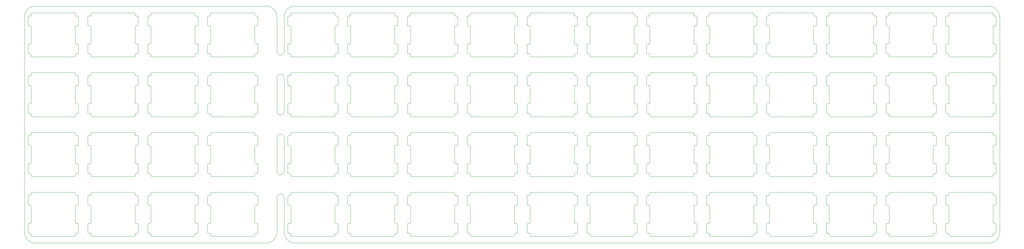
<source format=gbr>
G04 #@! TF.GenerationSoftware,KiCad,Pcbnew,(5.1.2-1)-1*
G04 #@! TF.CreationDate,2020-05-24T08:17:01-05:00*
G04 #@! TF.ProjectId,therick48.16SP_top_plate,74686572-6963-46b3-9438-2e313653505f,rev?*
G04 #@! TF.SameCoordinates,Original*
G04 #@! TF.FileFunction,Profile,NP*
%FSLAX46Y46*%
G04 Gerber Fmt 4.6, Leading zero omitted, Abs format (unit mm)*
G04 Created by KiCad (PCBNEW (5.1.2-1)-1) date 2020-05-24 08:17:01*
%MOMM*%
%LPD*%
G04 APERTURE LIST*
%ADD10C,0.050000*%
%ADD11C,0.100000*%
G04 APERTURE END LIST*
D10*
X358720000Y-114380000D02*
X358720000Y-45980000D01*
X131480000Y-57000000D02*
G75*
G02X129200000Y-57000000I-1140000J0D01*
G01*
X129200000Y-65360000D02*
G75*
G02X131480000Y-65360000I1140000J0D01*
G01*
X131479657Y-75999800D02*
G75*
G02X129199657Y-75999800I-1140000J0D01*
G01*
X129199657Y-84359778D02*
G75*
G02X131479657Y-84359778I1140000J0D01*
G01*
X131480000Y-95000000D02*
G75*
G02X129200000Y-95000000I-1140000J0D01*
G01*
X129200000Y-103360000D02*
G75*
G02X131480000Y-103360000I1140000J0D01*
G01*
X131480000Y-65360000D02*
X131479657Y-75999800D01*
X131480000Y-103360000D02*
X131480000Y-114380000D01*
X129200000Y-103360000D02*
X129200000Y-114380000D01*
X131479657Y-84359778D02*
X131480000Y-95000000D01*
X129199657Y-84359778D02*
X129200000Y-95000000D01*
X129200000Y-65360000D02*
X129199657Y-75999800D01*
X129200000Y-45980000D02*
X129200000Y-57000000D01*
X131480000Y-45980000D02*
X131480000Y-57000000D01*
X125780000Y-42560000D02*
X52439991Y-42560000D01*
X49019991Y-114380000D02*
X49019991Y-45980000D01*
X52439991Y-117800000D02*
X125780000Y-117800000D01*
X52439991Y-117800000D02*
G75*
G02X49019991Y-114380000I0J3420000D01*
G01*
X49019991Y-45980000D02*
G75*
G02X52439991Y-42560000I3420000J0D01*
G01*
X125780000Y-42560000D02*
G75*
G02X129200000Y-45980000I0J-3420000D01*
G01*
X129200000Y-114380000D02*
G75*
G02X125780000Y-117800000I-3420000J0D01*
G01*
X355300000Y-117800000D02*
X134900000Y-117800000D01*
X134900000Y-42560000D02*
X355300000Y-42560000D01*
X134900000Y-117800000D02*
G75*
G02X131480000Y-114380000I0J3420000D01*
G01*
X131480000Y-45980000D02*
G75*
G02X134900000Y-42560000I3420000J0D01*
G01*
X355300000Y-42560000D02*
G75*
G02X358720000Y-45980000I0J-3420000D01*
G01*
X358720000Y-114380000D02*
G75*
G02X355300000Y-117800000I-3420000J0D01*
G01*
D11*
X121839697Y-115679714D02*
X108439697Y-115679714D01*
X108439697Y-115679714D02*
G75*
G02X108139697Y-115379714I0J300000D01*
G01*
X108139697Y-115379714D02*
X108139697Y-114979714D01*
X108139697Y-101979714D02*
G75*
G02X108439697Y-101679714I300000J0D01*
G01*
X121839697Y-101679714D02*
X108439697Y-101679714D01*
X108139697Y-106079714D02*
X108139697Y-111279714D01*
X108139697Y-102379714D02*
X108139697Y-101979714D01*
X122139697Y-114979714D02*
X122139697Y-115379714D01*
X121839697Y-101679714D02*
G75*
G02X122139697Y-101979714I0J-300000D01*
G01*
X123139697Y-105579714D02*
G75*
G02X122939697Y-105779714I-200000J0D01*
G01*
X122139697Y-106079714D02*
G75*
G02X122439697Y-105779714I300000J0D01*
G01*
X122439697Y-102679714D02*
X122839697Y-102679714D01*
X123139697Y-105579714D02*
X123139697Y-102979714D01*
X122939697Y-105779714D02*
X122439697Y-105779714D01*
X122139697Y-111279714D02*
X122139697Y-106079714D01*
X122139697Y-115379714D02*
G75*
G02X121839697Y-115679714I-300000J0D01*
G01*
X122439697Y-102679714D02*
G75*
G02X122139697Y-102379714I0J300000D01*
G01*
X122839697Y-102679714D02*
G75*
G02X123139697Y-102979714I0J-300000D01*
G01*
X122139697Y-101979714D02*
X122139697Y-102379714D01*
X122439697Y-111579714D02*
G75*
G02X122139697Y-111279714I0J300000D01*
G01*
X122839697Y-111579714D02*
G75*
G02X123139697Y-111879714I0J-300000D01*
G01*
X122939697Y-114679714D02*
X122439697Y-114679714D01*
X123139697Y-114479714D02*
X123139697Y-111879714D01*
X122439697Y-111579714D02*
X122839697Y-111579714D01*
X122139697Y-114979714D02*
G75*
G02X122439697Y-114679714I300000J0D01*
G01*
X123139697Y-114479714D02*
G75*
G02X122939697Y-114679714I-200000J0D01*
G01*
X107139697Y-111779714D02*
G75*
G02X107339697Y-111579714I200000J0D01*
G01*
X108139697Y-111279714D02*
G75*
G02X107839697Y-111579714I-300000J0D01*
G01*
X107839697Y-114679714D02*
X107439697Y-114679714D01*
X107139697Y-111779714D02*
X107139697Y-114379714D01*
X107339697Y-111579714D02*
X107839697Y-111579714D01*
X107439697Y-114679714D02*
G75*
G02X107139697Y-114379714I0J300000D01*
G01*
X107839697Y-114679714D02*
G75*
G02X108139697Y-114979714I0J-300000D01*
G01*
X107339697Y-102679714D02*
X107839697Y-102679714D01*
X107839697Y-105779714D02*
X107439697Y-105779714D01*
X107139697Y-102879714D02*
X107139697Y-105479714D01*
X108139697Y-102379714D02*
G75*
G02X107839697Y-102679714I-300000J0D01*
G01*
X107839697Y-105779714D02*
G75*
G02X108139697Y-106079714I0J-300000D01*
G01*
X107439697Y-105779714D02*
G75*
G02X107139697Y-105479714I0J300000D01*
G01*
X107139697Y-102879714D02*
G75*
G02X107339697Y-102679714I200000J0D01*
G01*
X102839747Y-115679714D02*
X89439747Y-115679714D01*
X89439747Y-115679714D02*
G75*
G02X89139747Y-115379714I0J300000D01*
G01*
X89139747Y-115379714D02*
X89139747Y-114979714D01*
X89139747Y-101979714D02*
G75*
G02X89439747Y-101679714I300000J0D01*
G01*
X102839747Y-101679714D02*
X89439747Y-101679714D01*
X89139747Y-106079714D02*
X89139747Y-111279714D01*
X89139747Y-102379714D02*
X89139747Y-101979714D01*
X103139747Y-114979714D02*
X103139747Y-115379714D01*
X102839747Y-101679714D02*
G75*
G02X103139747Y-101979714I0J-300000D01*
G01*
X104139747Y-105579714D02*
G75*
G02X103939747Y-105779714I-200000J0D01*
G01*
X103139747Y-106079714D02*
G75*
G02X103439747Y-105779714I300000J0D01*
G01*
X103439747Y-102679714D02*
X103839747Y-102679714D01*
X104139747Y-105579714D02*
X104139747Y-102979714D01*
X103939747Y-105779714D02*
X103439747Y-105779714D01*
X103139747Y-111279714D02*
X103139747Y-106079714D01*
X103139747Y-115379714D02*
G75*
G02X102839747Y-115679714I-300000J0D01*
G01*
X103439747Y-102679714D02*
G75*
G02X103139747Y-102379714I0J300000D01*
G01*
X103839747Y-102679714D02*
G75*
G02X104139747Y-102979714I0J-300000D01*
G01*
X103139747Y-101979714D02*
X103139747Y-102379714D01*
X103439747Y-111579714D02*
G75*
G02X103139747Y-111279714I0J300000D01*
G01*
X103839747Y-111579714D02*
G75*
G02X104139747Y-111879714I0J-300000D01*
G01*
X103939747Y-114679714D02*
X103439747Y-114679714D01*
X104139747Y-114479714D02*
X104139747Y-111879714D01*
X103439747Y-111579714D02*
X103839747Y-111579714D01*
X103139747Y-114979714D02*
G75*
G02X103439747Y-114679714I300000J0D01*
G01*
X104139747Y-114479714D02*
G75*
G02X103939747Y-114679714I-200000J0D01*
G01*
X88139747Y-111779714D02*
G75*
G02X88339747Y-111579714I200000J0D01*
G01*
X89139747Y-111279714D02*
G75*
G02X88839747Y-111579714I-300000J0D01*
G01*
X88839747Y-114679714D02*
X88439747Y-114679714D01*
X88139747Y-111779714D02*
X88139747Y-114379714D01*
X88339747Y-111579714D02*
X88839747Y-111579714D01*
X88439747Y-114679714D02*
G75*
G02X88139747Y-114379714I0J300000D01*
G01*
X88839747Y-114679714D02*
G75*
G02X89139747Y-114979714I0J-300000D01*
G01*
X88339747Y-102679714D02*
X88839747Y-102679714D01*
X88839747Y-105779714D02*
X88439747Y-105779714D01*
X88139747Y-102879714D02*
X88139747Y-105479714D01*
X89139747Y-102379714D02*
G75*
G02X88839747Y-102679714I-300000J0D01*
G01*
X88839747Y-105779714D02*
G75*
G02X89139747Y-106079714I0J-300000D01*
G01*
X88439747Y-105779714D02*
G75*
G02X88139747Y-105479714I0J300000D01*
G01*
X88139747Y-102879714D02*
G75*
G02X88339747Y-102679714I200000J0D01*
G01*
X83839797Y-115679714D02*
X70439797Y-115679714D01*
X70439797Y-115679714D02*
G75*
G02X70139797Y-115379714I0J300000D01*
G01*
X70139797Y-115379714D02*
X70139797Y-114979714D01*
X70139797Y-101979714D02*
G75*
G02X70439797Y-101679714I300000J0D01*
G01*
X83839797Y-101679714D02*
X70439797Y-101679714D01*
X70139797Y-106079714D02*
X70139797Y-111279714D01*
X70139797Y-102379714D02*
X70139797Y-101979714D01*
X84139797Y-114979714D02*
X84139797Y-115379714D01*
X83839797Y-101679714D02*
G75*
G02X84139797Y-101979714I0J-300000D01*
G01*
X85139797Y-105579714D02*
G75*
G02X84939797Y-105779714I-200000J0D01*
G01*
X84139797Y-106079714D02*
G75*
G02X84439797Y-105779714I300000J0D01*
G01*
X84439797Y-102679714D02*
X84839797Y-102679714D01*
X85139797Y-105579714D02*
X85139797Y-102979714D01*
X84939797Y-105779714D02*
X84439797Y-105779714D01*
X84139797Y-111279714D02*
X84139797Y-106079714D01*
X84139797Y-115379714D02*
G75*
G02X83839797Y-115679714I-300000J0D01*
G01*
X84439797Y-102679714D02*
G75*
G02X84139797Y-102379714I0J300000D01*
G01*
X84839797Y-102679714D02*
G75*
G02X85139797Y-102979714I0J-300000D01*
G01*
X84139797Y-101979714D02*
X84139797Y-102379714D01*
X84439797Y-111579714D02*
G75*
G02X84139797Y-111279714I0J300000D01*
G01*
X84839797Y-111579714D02*
G75*
G02X85139797Y-111879714I0J-300000D01*
G01*
X84939797Y-114679714D02*
X84439797Y-114679714D01*
X85139797Y-114479714D02*
X85139797Y-111879714D01*
X84439797Y-111579714D02*
X84839797Y-111579714D01*
X84139797Y-114979714D02*
G75*
G02X84439797Y-114679714I300000J0D01*
G01*
X85139797Y-114479714D02*
G75*
G02X84939797Y-114679714I-200000J0D01*
G01*
X69139797Y-111779714D02*
G75*
G02X69339797Y-111579714I200000J0D01*
G01*
X70139797Y-111279714D02*
G75*
G02X69839797Y-111579714I-300000J0D01*
G01*
X69839797Y-114679714D02*
X69439797Y-114679714D01*
X69139797Y-111779714D02*
X69139797Y-114379714D01*
X69339797Y-111579714D02*
X69839797Y-111579714D01*
X69439797Y-114679714D02*
G75*
G02X69139797Y-114379714I0J300000D01*
G01*
X69839797Y-114679714D02*
G75*
G02X70139797Y-114979714I0J-300000D01*
G01*
X69339797Y-102679714D02*
X69839797Y-102679714D01*
X69839797Y-105779714D02*
X69439797Y-105779714D01*
X69139797Y-102879714D02*
X69139797Y-105479714D01*
X70139797Y-102379714D02*
G75*
G02X69839797Y-102679714I-300000J0D01*
G01*
X69839797Y-105779714D02*
G75*
G02X70139797Y-106079714I0J-300000D01*
G01*
X69439797Y-105779714D02*
G75*
G02X69139797Y-105479714I0J300000D01*
G01*
X69139797Y-102879714D02*
G75*
G02X69339797Y-102679714I200000J0D01*
G01*
X64839847Y-115679714D02*
X51439847Y-115679714D01*
X51439847Y-115679714D02*
G75*
G02X51139847Y-115379714I0J300000D01*
G01*
X51139847Y-115379714D02*
X51139847Y-114979714D01*
X51139847Y-101979714D02*
G75*
G02X51439847Y-101679714I300000J0D01*
G01*
X64839847Y-101679714D02*
X51439847Y-101679714D01*
X51139847Y-106079714D02*
X51139847Y-111279714D01*
X51139847Y-102379714D02*
X51139847Y-101979714D01*
X65139847Y-114979714D02*
X65139847Y-115379714D01*
X64839847Y-101679714D02*
G75*
G02X65139847Y-101979714I0J-300000D01*
G01*
X66139847Y-105579714D02*
G75*
G02X65939847Y-105779714I-200000J0D01*
G01*
X65139847Y-106079714D02*
G75*
G02X65439847Y-105779714I300000J0D01*
G01*
X65439847Y-102679714D02*
X65839847Y-102679714D01*
X66139847Y-105579714D02*
X66139847Y-102979714D01*
X65939847Y-105779714D02*
X65439847Y-105779714D01*
X65139847Y-111279714D02*
X65139847Y-106079714D01*
X65139847Y-115379714D02*
G75*
G02X64839847Y-115679714I-300000J0D01*
G01*
X65439847Y-102679714D02*
G75*
G02X65139847Y-102379714I0J300000D01*
G01*
X65839847Y-102679714D02*
G75*
G02X66139847Y-102979714I0J-300000D01*
G01*
X65139847Y-101979714D02*
X65139847Y-102379714D01*
X65439847Y-111579714D02*
G75*
G02X65139847Y-111279714I0J300000D01*
G01*
X65839847Y-111579714D02*
G75*
G02X66139847Y-111879714I0J-300000D01*
G01*
X65939847Y-114679714D02*
X65439847Y-114679714D01*
X66139847Y-114479714D02*
X66139847Y-111879714D01*
X65439847Y-111579714D02*
X65839847Y-111579714D01*
X65139847Y-114979714D02*
G75*
G02X65439847Y-114679714I300000J0D01*
G01*
X66139847Y-114479714D02*
G75*
G02X65939847Y-114679714I-200000J0D01*
G01*
X50139847Y-111779714D02*
G75*
G02X50339847Y-111579714I200000J0D01*
G01*
X51139847Y-111279714D02*
G75*
G02X50839847Y-111579714I-300000J0D01*
G01*
X50839847Y-114679714D02*
X50439847Y-114679714D01*
X50139847Y-111779714D02*
X50139847Y-114379714D01*
X50339847Y-111579714D02*
X50839847Y-111579714D01*
X50439847Y-114679714D02*
G75*
G02X50139847Y-114379714I0J300000D01*
G01*
X50839847Y-114679714D02*
G75*
G02X51139847Y-114979714I0J-300000D01*
G01*
X50339847Y-102679714D02*
X50839847Y-102679714D01*
X50839847Y-105779714D02*
X50439847Y-105779714D01*
X50139847Y-102879714D02*
X50139847Y-105479714D01*
X51139847Y-102379714D02*
G75*
G02X50839847Y-102679714I-300000J0D01*
G01*
X50839847Y-105779714D02*
G75*
G02X51139847Y-106079714I0J-300000D01*
G01*
X50439847Y-105779714D02*
G75*
G02X50139847Y-105479714I0J300000D01*
G01*
X50139847Y-102879714D02*
G75*
G02X50339847Y-102679714I200000J0D01*
G01*
X121839697Y-96679764D02*
X108439697Y-96679764D01*
X108439697Y-96679764D02*
G75*
G02X108139697Y-96379764I0J300000D01*
G01*
X108139697Y-96379764D02*
X108139697Y-95979764D01*
X108139697Y-82979764D02*
G75*
G02X108439697Y-82679764I300000J0D01*
G01*
X121839697Y-82679764D02*
X108439697Y-82679764D01*
X108139697Y-87079764D02*
X108139697Y-92279764D01*
X108139697Y-83379764D02*
X108139697Y-82979764D01*
X122139697Y-95979764D02*
X122139697Y-96379764D01*
X121839697Y-82679764D02*
G75*
G02X122139697Y-82979764I0J-300000D01*
G01*
X123139697Y-86579764D02*
G75*
G02X122939697Y-86779764I-200000J0D01*
G01*
X122139697Y-87079764D02*
G75*
G02X122439697Y-86779764I300000J0D01*
G01*
X122439697Y-83679764D02*
X122839697Y-83679764D01*
X123139697Y-86579764D02*
X123139697Y-83979764D01*
X122939697Y-86779764D02*
X122439697Y-86779764D01*
X122139697Y-92279764D02*
X122139697Y-87079764D01*
X122139697Y-96379764D02*
G75*
G02X121839697Y-96679764I-300000J0D01*
G01*
X122439697Y-83679764D02*
G75*
G02X122139697Y-83379764I0J300000D01*
G01*
X122839697Y-83679764D02*
G75*
G02X123139697Y-83979764I0J-300000D01*
G01*
X122139697Y-82979764D02*
X122139697Y-83379764D01*
X122439697Y-92579764D02*
G75*
G02X122139697Y-92279764I0J300000D01*
G01*
X122839697Y-92579764D02*
G75*
G02X123139697Y-92879764I0J-300000D01*
G01*
X122939697Y-95679764D02*
X122439697Y-95679764D01*
X123139697Y-95479764D02*
X123139697Y-92879764D01*
X122439697Y-92579764D02*
X122839697Y-92579764D01*
X122139697Y-95979764D02*
G75*
G02X122439697Y-95679764I300000J0D01*
G01*
X123139697Y-95479764D02*
G75*
G02X122939697Y-95679764I-200000J0D01*
G01*
X107139697Y-92779764D02*
G75*
G02X107339697Y-92579764I200000J0D01*
G01*
X108139697Y-92279764D02*
G75*
G02X107839697Y-92579764I-300000J0D01*
G01*
X107839697Y-95679764D02*
X107439697Y-95679764D01*
X107139697Y-92779764D02*
X107139697Y-95379764D01*
X107339697Y-92579764D02*
X107839697Y-92579764D01*
X107439697Y-95679764D02*
G75*
G02X107139697Y-95379764I0J300000D01*
G01*
X107839697Y-95679764D02*
G75*
G02X108139697Y-95979764I0J-300000D01*
G01*
X107339697Y-83679764D02*
X107839697Y-83679764D01*
X107839697Y-86779764D02*
X107439697Y-86779764D01*
X107139697Y-83879764D02*
X107139697Y-86479764D01*
X108139697Y-83379764D02*
G75*
G02X107839697Y-83679764I-300000J0D01*
G01*
X107839697Y-86779764D02*
G75*
G02X108139697Y-87079764I0J-300000D01*
G01*
X107439697Y-86779764D02*
G75*
G02X107139697Y-86479764I0J300000D01*
G01*
X107139697Y-83879764D02*
G75*
G02X107339697Y-83679764I200000J0D01*
G01*
X102839747Y-96679764D02*
X89439747Y-96679764D01*
X89439747Y-96679764D02*
G75*
G02X89139747Y-96379764I0J300000D01*
G01*
X89139747Y-96379764D02*
X89139747Y-95979764D01*
X89139747Y-82979764D02*
G75*
G02X89439747Y-82679764I300000J0D01*
G01*
X102839747Y-82679764D02*
X89439747Y-82679764D01*
X89139747Y-87079764D02*
X89139747Y-92279764D01*
X89139747Y-83379764D02*
X89139747Y-82979764D01*
X103139747Y-95979764D02*
X103139747Y-96379764D01*
X102839747Y-82679764D02*
G75*
G02X103139747Y-82979764I0J-300000D01*
G01*
X104139747Y-86579764D02*
G75*
G02X103939747Y-86779764I-200000J0D01*
G01*
X103139747Y-87079764D02*
G75*
G02X103439747Y-86779764I300000J0D01*
G01*
X103439747Y-83679764D02*
X103839747Y-83679764D01*
X104139747Y-86579764D02*
X104139747Y-83979764D01*
X103939747Y-86779764D02*
X103439747Y-86779764D01*
X103139747Y-92279764D02*
X103139747Y-87079764D01*
X103139747Y-96379764D02*
G75*
G02X102839747Y-96679764I-300000J0D01*
G01*
X103439747Y-83679764D02*
G75*
G02X103139747Y-83379764I0J300000D01*
G01*
X103839747Y-83679764D02*
G75*
G02X104139747Y-83979764I0J-300000D01*
G01*
X103139747Y-82979764D02*
X103139747Y-83379764D01*
X103439747Y-92579764D02*
G75*
G02X103139747Y-92279764I0J300000D01*
G01*
X103839747Y-92579764D02*
G75*
G02X104139747Y-92879764I0J-300000D01*
G01*
X103939747Y-95679764D02*
X103439747Y-95679764D01*
X104139747Y-95479764D02*
X104139747Y-92879764D01*
X103439747Y-92579764D02*
X103839747Y-92579764D01*
X103139747Y-95979764D02*
G75*
G02X103439747Y-95679764I300000J0D01*
G01*
X104139747Y-95479764D02*
G75*
G02X103939747Y-95679764I-200000J0D01*
G01*
X88139747Y-92779764D02*
G75*
G02X88339747Y-92579764I200000J0D01*
G01*
X89139747Y-92279764D02*
G75*
G02X88839747Y-92579764I-300000J0D01*
G01*
X88839747Y-95679764D02*
X88439747Y-95679764D01*
X88139747Y-92779764D02*
X88139747Y-95379764D01*
X88339747Y-92579764D02*
X88839747Y-92579764D01*
X88439747Y-95679764D02*
G75*
G02X88139747Y-95379764I0J300000D01*
G01*
X88839747Y-95679764D02*
G75*
G02X89139747Y-95979764I0J-300000D01*
G01*
X88339747Y-83679764D02*
X88839747Y-83679764D01*
X88839747Y-86779764D02*
X88439747Y-86779764D01*
X88139747Y-83879764D02*
X88139747Y-86479764D01*
X89139747Y-83379764D02*
G75*
G02X88839747Y-83679764I-300000J0D01*
G01*
X88839747Y-86779764D02*
G75*
G02X89139747Y-87079764I0J-300000D01*
G01*
X88439747Y-86779764D02*
G75*
G02X88139747Y-86479764I0J300000D01*
G01*
X88139747Y-83879764D02*
G75*
G02X88339747Y-83679764I200000J0D01*
G01*
X83839797Y-96679764D02*
X70439797Y-96679764D01*
X70439797Y-96679764D02*
G75*
G02X70139797Y-96379764I0J300000D01*
G01*
X70139797Y-96379764D02*
X70139797Y-95979764D01*
X70139797Y-82979764D02*
G75*
G02X70439797Y-82679764I300000J0D01*
G01*
X83839797Y-82679764D02*
X70439797Y-82679764D01*
X70139797Y-87079764D02*
X70139797Y-92279764D01*
X70139797Y-83379764D02*
X70139797Y-82979764D01*
X84139797Y-95979764D02*
X84139797Y-96379764D01*
X83839797Y-82679764D02*
G75*
G02X84139797Y-82979764I0J-300000D01*
G01*
X85139797Y-86579764D02*
G75*
G02X84939797Y-86779764I-200000J0D01*
G01*
X84139797Y-87079764D02*
G75*
G02X84439797Y-86779764I300000J0D01*
G01*
X84439797Y-83679764D02*
X84839797Y-83679764D01*
X85139797Y-86579764D02*
X85139797Y-83979764D01*
X84939797Y-86779764D02*
X84439797Y-86779764D01*
X84139797Y-92279764D02*
X84139797Y-87079764D01*
X84139797Y-96379764D02*
G75*
G02X83839797Y-96679764I-300000J0D01*
G01*
X84439797Y-83679764D02*
G75*
G02X84139797Y-83379764I0J300000D01*
G01*
X84839797Y-83679764D02*
G75*
G02X85139797Y-83979764I0J-300000D01*
G01*
X84139797Y-82979764D02*
X84139797Y-83379764D01*
X84439797Y-92579764D02*
G75*
G02X84139797Y-92279764I0J300000D01*
G01*
X84839797Y-92579764D02*
G75*
G02X85139797Y-92879764I0J-300000D01*
G01*
X84939797Y-95679764D02*
X84439797Y-95679764D01*
X85139797Y-95479764D02*
X85139797Y-92879764D01*
X84439797Y-92579764D02*
X84839797Y-92579764D01*
X84139797Y-95979764D02*
G75*
G02X84439797Y-95679764I300000J0D01*
G01*
X85139797Y-95479764D02*
G75*
G02X84939797Y-95679764I-200000J0D01*
G01*
X69139797Y-92779764D02*
G75*
G02X69339797Y-92579764I200000J0D01*
G01*
X70139797Y-92279764D02*
G75*
G02X69839797Y-92579764I-300000J0D01*
G01*
X69839797Y-95679764D02*
X69439797Y-95679764D01*
X69139797Y-92779764D02*
X69139797Y-95379764D01*
X69339797Y-92579764D02*
X69839797Y-92579764D01*
X69439797Y-95679764D02*
G75*
G02X69139797Y-95379764I0J300000D01*
G01*
X69839797Y-95679764D02*
G75*
G02X70139797Y-95979764I0J-300000D01*
G01*
X69339797Y-83679764D02*
X69839797Y-83679764D01*
X69839797Y-86779764D02*
X69439797Y-86779764D01*
X69139797Y-83879764D02*
X69139797Y-86479764D01*
X70139797Y-83379764D02*
G75*
G02X69839797Y-83679764I-300000J0D01*
G01*
X69839797Y-86779764D02*
G75*
G02X70139797Y-87079764I0J-300000D01*
G01*
X69439797Y-86779764D02*
G75*
G02X69139797Y-86479764I0J300000D01*
G01*
X69139797Y-83879764D02*
G75*
G02X69339797Y-83679764I200000J0D01*
G01*
X64839847Y-96679764D02*
X51439847Y-96679764D01*
X51439847Y-96679764D02*
G75*
G02X51139847Y-96379764I0J300000D01*
G01*
X51139847Y-96379764D02*
X51139847Y-95979764D01*
X51139847Y-82979764D02*
G75*
G02X51439847Y-82679764I300000J0D01*
G01*
X64839847Y-82679764D02*
X51439847Y-82679764D01*
X51139847Y-87079764D02*
X51139847Y-92279764D01*
X51139847Y-83379764D02*
X51139847Y-82979764D01*
X65139847Y-95979764D02*
X65139847Y-96379764D01*
X64839847Y-82679764D02*
G75*
G02X65139847Y-82979764I0J-300000D01*
G01*
X66139847Y-86579764D02*
G75*
G02X65939847Y-86779764I-200000J0D01*
G01*
X65139847Y-87079764D02*
G75*
G02X65439847Y-86779764I300000J0D01*
G01*
X65439847Y-83679764D02*
X65839847Y-83679764D01*
X66139847Y-86579764D02*
X66139847Y-83979764D01*
X65939847Y-86779764D02*
X65439847Y-86779764D01*
X65139847Y-92279764D02*
X65139847Y-87079764D01*
X65139847Y-96379764D02*
G75*
G02X64839847Y-96679764I-300000J0D01*
G01*
X65439847Y-83679764D02*
G75*
G02X65139847Y-83379764I0J300000D01*
G01*
X65839847Y-83679764D02*
G75*
G02X66139847Y-83979764I0J-300000D01*
G01*
X65139847Y-82979764D02*
X65139847Y-83379764D01*
X65439847Y-92579764D02*
G75*
G02X65139847Y-92279764I0J300000D01*
G01*
X65839847Y-92579764D02*
G75*
G02X66139847Y-92879764I0J-300000D01*
G01*
X65939847Y-95679764D02*
X65439847Y-95679764D01*
X66139847Y-95479764D02*
X66139847Y-92879764D01*
X65439847Y-92579764D02*
X65839847Y-92579764D01*
X65139847Y-95979764D02*
G75*
G02X65439847Y-95679764I300000J0D01*
G01*
X66139847Y-95479764D02*
G75*
G02X65939847Y-95679764I-200000J0D01*
G01*
X50139847Y-92779764D02*
G75*
G02X50339847Y-92579764I200000J0D01*
G01*
X51139847Y-92279764D02*
G75*
G02X50839847Y-92579764I-300000J0D01*
G01*
X50839847Y-95679764D02*
X50439847Y-95679764D01*
X50139847Y-92779764D02*
X50139847Y-95379764D01*
X50339847Y-92579764D02*
X50839847Y-92579764D01*
X50439847Y-95679764D02*
G75*
G02X50139847Y-95379764I0J300000D01*
G01*
X50839847Y-95679764D02*
G75*
G02X51139847Y-95979764I0J-300000D01*
G01*
X50339847Y-83679764D02*
X50839847Y-83679764D01*
X50839847Y-86779764D02*
X50439847Y-86779764D01*
X50139847Y-83879764D02*
X50139847Y-86479764D01*
X51139847Y-83379764D02*
G75*
G02X50839847Y-83679764I-300000J0D01*
G01*
X50839847Y-86779764D02*
G75*
G02X51139847Y-87079764I0J-300000D01*
G01*
X50439847Y-86779764D02*
G75*
G02X50139847Y-86479764I0J300000D01*
G01*
X50139847Y-83879764D02*
G75*
G02X50339847Y-83679764I200000J0D01*
G01*
X121839697Y-77679814D02*
X108439697Y-77679814D01*
X108439697Y-77679814D02*
G75*
G02X108139697Y-77379814I0J300000D01*
G01*
X108139697Y-77379814D02*
X108139697Y-76979814D01*
X108139697Y-63979814D02*
G75*
G02X108439697Y-63679814I300000J0D01*
G01*
X121839697Y-63679814D02*
X108439697Y-63679814D01*
X108139697Y-68079814D02*
X108139697Y-73279814D01*
X108139697Y-64379814D02*
X108139697Y-63979814D01*
X122139697Y-76979814D02*
X122139697Y-77379814D01*
X121839697Y-63679814D02*
G75*
G02X122139697Y-63979814I0J-300000D01*
G01*
X123139697Y-67579814D02*
G75*
G02X122939697Y-67779814I-200000J0D01*
G01*
X122139697Y-68079814D02*
G75*
G02X122439697Y-67779814I300000J0D01*
G01*
X122439697Y-64679814D02*
X122839697Y-64679814D01*
X123139697Y-67579814D02*
X123139697Y-64979814D01*
X122939697Y-67779814D02*
X122439697Y-67779814D01*
X122139697Y-73279814D02*
X122139697Y-68079814D01*
X122139697Y-77379814D02*
G75*
G02X121839697Y-77679814I-300000J0D01*
G01*
X122439697Y-64679814D02*
G75*
G02X122139697Y-64379814I0J300000D01*
G01*
X122839697Y-64679814D02*
G75*
G02X123139697Y-64979814I0J-300000D01*
G01*
X122139697Y-63979814D02*
X122139697Y-64379814D01*
X122439697Y-73579814D02*
G75*
G02X122139697Y-73279814I0J300000D01*
G01*
X122839697Y-73579814D02*
G75*
G02X123139697Y-73879814I0J-300000D01*
G01*
X122939697Y-76679814D02*
X122439697Y-76679814D01*
X123139697Y-76479814D02*
X123139697Y-73879814D01*
X122439697Y-73579814D02*
X122839697Y-73579814D01*
X122139697Y-76979814D02*
G75*
G02X122439697Y-76679814I300000J0D01*
G01*
X123139697Y-76479814D02*
G75*
G02X122939697Y-76679814I-200000J0D01*
G01*
X107139697Y-73779814D02*
G75*
G02X107339697Y-73579814I200000J0D01*
G01*
X108139697Y-73279814D02*
G75*
G02X107839697Y-73579814I-300000J0D01*
G01*
X107839697Y-76679814D02*
X107439697Y-76679814D01*
X107139697Y-73779814D02*
X107139697Y-76379814D01*
X107339697Y-73579814D02*
X107839697Y-73579814D01*
X107439697Y-76679814D02*
G75*
G02X107139697Y-76379814I0J300000D01*
G01*
X107839697Y-76679814D02*
G75*
G02X108139697Y-76979814I0J-300000D01*
G01*
X107339697Y-64679814D02*
X107839697Y-64679814D01*
X107839697Y-67779814D02*
X107439697Y-67779814D01*
X107139697Y-64879814D02*
X107139697Y-67479814D01*
X108139697Y-64379814D02*
G75*
G02X107839697Y-64679814I-300000J0D01*
G01*
X107839697Y-67779814D02*
G75*
G02X108139697Y-68079814I0J-300000D01*
G01*
X107439697Y-67779814D02*
G75*
G02X107139697Y-67479814I0J300000D01*
G01*
X107139697Y-64879814D02*
G75*
G02X107339697Y-64679814I200000J0D01*
G01*
X102839747Y-77679814D02*
X89439747Y-77679814D01*
X89439747Y-77679814D02*
G75*
G02X89139747Y-77379814I0J300000D01*
G01*
X89139747Y-77379814D02*
X89139747Y-76979814D01*
X89139747Y-63979814D02*
G75*
G02X89439747Y-63679814I300000J0D01*
G01*
X102839747Y-63679814D02*
X89439747Y-63679814D01*
X89139747Y-68079814D02*
X89139747Y-73279814D01*
X89139747Y-64379814D02*
X89139747Y-63979814D01*
X103139747Y-76979814D02*
X103139747Y-77379814D01*
X102839747Y-63679814D02*
G75*
G02X103139747Y-63979814I0J-300000D01*
G01*
X104139747Y-67579814D02*
G75*
G02X103939747Y-67779814I-200000J0D01*
G01*
X103139747Y-68079814D02*
G75*
G02X103439747Y-67779814I300000J0D01*
G01*
X103439747Y-64679814D02*
X103839747Y-64679814D01*
X104139747Y-67579814D02*
X104139747Y-64979814D01*
X103939747Y-67779814D02*
X103439747Y-67779814D01*
X103139747Y-73279814D02*
X103139747Y-68079814D01*
X103139747Y-77379814D02*
G75*
G02X102839747Y-77679814I-300000J0D01*
G01*
X103439747Y-64679814D02*
G75*
G02X103139747Y-64379814I0J300000D01*
G01*
X103839747Y-64679814D02*
G75*
G02X104139747Y-64979814I0J-300000D01*
G01*
X103139747Y-63979814D02*
X103139747Y-64379814D01*
X103439747Y-73579814D02*
G75*
G02X103139747Y-73279814I0J300000D01*
G01*
X103839747Y-73579814D02*
G75*
G02X104139747Y-73879814I0J-300000D01*
G01*
X103939747Y-76679814D02*
X103439747Y-76679814D01*
X104139747Y-76479814D02*
X104139747Y-73879814D01*
X103439747Y-73579814D02*
X103839747Y-73579814D01*
X103139747Y-76979814D02*
G75*
G02X103439747Y-76679814I300000J0D01*
G01*
X104139747Y-76479814D02*
G75*
G02X103939747Y-76679814I-200000J0D01*
G01*
X88139747Y-73779814D02*
G75*
G02X88339747Y-73579814I200000J0D01*
G01*
X89139747Y-73279814D02*
G75*
G02X88839747Y-73579814I-300000J0D01*
G01*
X88839747Y-76679814D02*
X88439747Y-76679814D01*
X88139747Y-73779814D02*
X88139747Y-76379814D01*
X88339747Y-73579814D02*
X88839747Y-73579814D01*
X88439747Y-76679814D02*
G75*
G02X88139747Y-76379814I0J300000D01*
G01*
X88839747Y-76679814D02*
G75*
G02X89139747Y-76979814I0J-300000D01*
G01*
X88339747Y-64679814D02*
X88839747Y-64679814D01*
X88839747Y-67779814D02*
X88439747Y-67779814D01*
X88139747Y-64879814D02*
X88139747Y-67479814D01*
X89139747Y-64379814D02*
G75*
G02X88839747Y-64679814I-300000J0D01*
G01*
X88839747Y-67779814D02*
G75*
G02X89139747Y-68079814I0J-300000D01*
G01*
X88439747Y-67779814D02*
G75*
G02X88139747Y-67479814I0J300000D01*
G01*
X88139747Y-64879814D02*
G75*
G02X88339747Y-64679814I200000J0D01*
G01*
X83839797Y-77679814D02*
X70439797Y-77679814D01*
X70439797Y-77679814D02*
G75*
G02X70139797Y-77379814I0J300000D01*
G01*
X70139797Y-77379814D02*
X70139797Y-76979814D01*
X70139797Y-63979814D02*
G75*
G02X70439797Y-63679814I300000J0D01*
G01*
X83839797Y-63679814D02*
X70439797Y-63679814D01*
X70139797Y-68079814D02*
X70139797Y-73279814D01*
X70139797Y-64379814D02*
X70139797Y-63979814D01*
X84139797Y-76979814D02*
X84139797Y-77379814D01*
X83839797Y-63679814D02*
G75*
G02X84139797Y-63979814I0J-300000D01*
G01*
X85139797Y-67579814D02*
G75*
G02X84939797Y-67779814I-200000J0D01*
G01*
X84139797Y-68079814D02*
G75*
G02X84439797Y-67779814I300000J0D01*
G01*
X84439797Y-64679814D02*
X84839797Y-64679814D01*
X85139797Y-67579814D02*
X85139797Y-64979814D01*
X84939797Y-67779814D02*
X84439797Y-67779814D01*
X84139797Y-73279814D02*
X84139797Y-68079814D01*
X84139797Y-77379814D02*
G75*
G02X83839797Y-77679814I-300000J0D01*
G01*
X84439797Y-64679814D02*
G75*
G02X84139797Y-64379814I0J300000D01*
G01*
X84839797Y-64679814D02*
G75*
G02X85139797Y-64979814I0J-300000D01*
G01*
X84139797Y-63979814D02*
X84139797Y-64379814D01*
X84439797Y-73579814D02*
G75*
G02X84139797Y-73279814I0J300000D01*
G01*
X84839797Y-73579814D02*
G75*
G02X85139797Y-73879814I0J-300000D01*
G01*
X84939797Y-76679814D02*
X84439797Y-76679814D01*
X85139797Y-76479814D02*
X85139797Y-73879814D01*
X84439797Y-73579814D02*
X84839797Y-73579814D01*
X84139797Y-76979814D02*
G75*
G02X84439797Y-76679814I300000J0D01*
G01*
X85139797Y-76479814D02*
G75*
G02X84939797Y-76679814I-200000J0D01*
G01*
X69139797Y-73779814D02*
G75*
G02X69339797Y-73579814I200000J0D01*
G01*
X70139797Y-73279814D02*
G75*
G02X69839797Y-73579814I-300000J0D01*
G01*
X69839797Y-76679814D02*
X69439797Y-76679814D01*
X69139797Y-73779814D02*
X69139797Y-76379814D01*
X69339797Y-73579814D02*
X69839797Y-73579814D01*
X69439797Y-76679814D02*
G75*
G02X69139797Y-76379814I0J300000D01*
G01*
X69839797Y-76679814D02*
G75*
G02X70139797Y-76979814I0J-300000D01*
G01*
X69339797Y-64679814D02*
X69839797Y-64679814D01*
X69839797Y-67779814D02*
X69439797Y-67779814D01*
X69139797Y-64879814D02*
X69139797Y-67479814D01*
X70139797Y-64379814D02*
G75*
G02X69839797Y-64679814I-300000J0D01*
G01*
X69839797Y-67779814D02*
G75*
G02X70139797Y-68079814I0J-300000D01*
G01*
X69439797Y-67779814D02*
G75*
G02X69139797Y-67479814I0J300000D01*
G01*
X69139797Y-64879814D02*
G75*
G02X69339797Y-64679814I200000J0D01*
G01*
X64839847Y-77679814D02*
X51439847Y-77679814D01*
X51439847Y-77679814D02*
G75*
G02X51139847Y-77379814I0J300000D01*
G01*
X51139847Y-77379814D02*
X51139847Y-76979814D01*
X51139847Y-63979814D02*
G75*
G02X51439847Y-63679814I300000J0D01*
G01*
X64839847Y-63679814D02*
X51439847Y-63679814D01*
X51139847Y-68079814D02*
X51139847Y-73279814D01*
X51139847Y-64379814D02*
X51139847Y-63979814D01*
X65139847Y-76979814D02*
X65139847Y-77379814D01*
X64839847Y-63679814D02*
G75*
G02X65139847Y-63979814I0J-300000D01*
G01*
X66139847Y-67579814D02*
G75*
G02X65939847Y-67779814I-200000J0D01*
G01*
X65139847Y-68079814D02*
G75*
G02X65439847Y-67779814I300000J0D01*
G01*
X65439847Y-64679814D02*
X65839847Y-64679814D01*
X66139847Y-67579814D02*
X66139847Y-64979814D01*
X65939847Y-67779814D02*
X65439847Y-67779814D01*
X65139847Y-73279814D02*
X65139847Y-68079814D01*
X65139847Y-77379814D02*
G75*
G02X64839847Y-77679814I-300000J0D01*
G01*
X65439847Y-64679814D02*
G75*
G02X65139847Y-64379814I0J300000D01*
G01*
X65839847Y-64679814D02*
G75*
G02X66139847Y-64979814I0J-300000D01*
G01*
X65139847Y-63979814D02*
X65139847Y-64379814D01*
X65439847Y-73579814D02*
G75*
G02X65139847Y-73279814I0J300000D01*
G01*
X65839847Y-73579814D02*
G75*
G02X66139847Y-73879814I0J-300000D01*
G01*
X65939847Y-76679814D02*
X65439847Y-76679814D01*
X66139847Y-76479814D02*
X66139847Y-73879814D01*
X65439847Y-73579814D02*
X65839847Y-73579814D01*
X65139847Y-76979814D02*
G75*
G02X65439847Y-76679814I300000J0D01*
G01*
X66139847Y-76479814D02*
G75*
G02X65939847Y-76679814I-200000J0D01*
G01*
X50139847Y-73779814D02*
G75*
G02X50339847Y-73579814I200000J0D01*
G01*
X51139847Y-73279814D02*
G75*
G02X50839847Y-73579814I-300000J0D01*
G01*
X50839847Y-76679814D02*
X50439847Y-76679814D01*
X50139847Y-73779814D02*
X50139847Y-76379814D01*
X50339847Y-73579814D02*
X50839847Y-73579814D01*
X50439847Y-76679814D02*
G75*
G02X50139847Y-76379814I0J300000D01*
G01*
X50839847Y-76679814D02*
G75*
G02X51139847Y-76979814I0J-300000D01*
G01*
X50339847Y-64679814D02*
X50839847Y-64679814D01*
X50839847Y-67779814D02*
X50439847Y-67779814D01*
X50139847Y-64879814D02*
X50139847Y-67479814D01*
X51139847Y-64379814D02*
G75*
G02X50839847Y-64679814I-300000J0D01*
G01*
X50839847Y-67779814D02*
G75*
G02X51139847Y-68079814I0J-300000D01*
G01*
X50439847Y-67779814D02*
G75*
G02X50139847Y-67479814I0J300000D01*
G01*
X50139847Y-64879814D02*
G75*
G02X50339847Y-64679814I200000J0D01*
G01*
X121839697Y-58679864D02*
X108439697Y-58679864D01*
X108439697Y-58679864D02*
G75*
G02X108139697Y-58379864I0J300000D01*
G01*
X108139697Y-58379864D02*
X108139697Y-57979864D01*
X108139697Y-44979864D02*
G75*
G02X108439697Y-44679864I300000J0D01*
G01*
X121839697Y-44679864D02*
X108439697Y-44679864D01*
X108139697Y-49079864D02*
X108139697Y-54279864D01*
X108139697Y-45379864D02*
X108139697Y-44979864D01*
X122139697Y-57979864D02*
X122139697Y-58379864D01*
X121839697Y-44679864D02*
G75*
G02X122139697Y-44979864I0J-300000D01*
G01*
X123139697Y-48579864D02*
G75*
G02X122939697Y-48779864I-200000J0D01*
G01*
X122139697Y-49079864D02*
G75*
G02X122439697Y-48779864I300000J0D01*
G01*
X122439697Y-45679864D02*
X122839697Y-45679864D01*
X123139697Y-48579864D02*
X123139697Y-45979864D01*
X122939697Y-48779864D02*
X122439697Y-48779864D01*
X122139697Y-54279864D02*
X122139697Y-49079864D01*
X122139697Y-58379864D02*
G75*
G02X121839697Y-58679864I-300000J0D01*
G01*
X122439697Y-45679864D02*
G75*
G02X122139697Y-45379864I0J300000D01*
G01*
X122839697Y-45679864D02*
G75*
G02X123139697Y-45979864I0J-300000D01*
G01*
X122139697Y-44979864D02*
X122139697Y-45379864D01*
X122439697Y-54579864D02*
G75*
G02X122139697Y-54279864I0J300000D01*
G01*
X122839697Y-54579864D02*
G75*
G02X123139697Y-54879864I0J-300000D01*
G01*
X122939697Y-57679864D02*
X122439697Y-57679864D01*
X123139697Y-57479864D02*
X123139697Y-54879864D01*
X122439697Y-54579864D02*
X122839697Y-54579864D01*
X122139697Y-57979864D02*
G75*
G02X122439697Y-57679864I300000J0D01*
G01*
X123139697Y-57479864D02*
G75*
G02X122939697Y-57679864I-200000J0D01*
G01*
X107139697Y-54779864D02*
G75*
G02X107339697Y-54579864I200000J0D01*
G01*
X108139697Y-54279864D02*
G75*
G02X107839697Y-54579864I-300000J0D01*
G01*
X107839697Y-57679864D02*
X107439697Y-57679864D01*
X107139697Y-54779864D02*
X107139697Y-57379864D01*
X107339697Y-54579864D02*
X107839697Y-54579864D01*
X107439697Y-57679864D02*
G75*
G02X107139697Y-57379864I0J300000D01*
G01*
X107839697Y-57679864D02*
G75*
G02X108139697Y-57979864I0J-300000D01*
G01*
X107339697Y-45679864D02*
X107839697Y-45679864D01*
X107839697Y-48779864D02*
X107439697Y-48779864D01*
X107139697Y-45879864D02*
X107139697Y-48479864D01*
X108139697Y-45379864D02*
G75*
G02X107839697Y-45679864I-300000J0D01*
G01*
X107839697Y-48779864D02*
G75*
G02X108139697Y-49079864I0J-300000D01*
G01*
X107439697Y-48779864D02*
G75*
G02X107139697Y-48479864I0J300000D01*
G01*
X107139697Y-45879864D02*
G75*
G02X107339697Y-45679864I200000J0D01*
G01*
X102839747Y-58679864D02*
X89439747Y-58679864D01*
X89439747Y-58679864D02*
G75*
G02X89139747Y-58379864I0J300000D01*
G01*
X89139747Y-58379864D02*
X89139747Y-57979864D01*
X89139747Y-44979864D02*
G75*
G02X89439747Y-44679864I300000J0D01*
G01*
X102839747Y-44679864D02*
X89439747Y-44679864D01*
X89139747Y-49079864D02*
X89139747Y-54279864D01*
X89139747Y-45379864D02*
X89139747Y-44979864D01*
X103139747Y-57979864D02*
X103139747Y-58379864D01*
X102839747Y-44679864D02*
G75*
G02X103139747Y-44979864I0J-300000D01*
G01*
X104139747Y-48579864D02*
G75*
G02X103939747Y-48779864I-200000J0D01*
G01*
X103139747Y-49079864D02*
G75*
G02X103439747Y-48779864I300000J0D01*
G01*
X103439747Y-45679864D02*
X103839747Y-45679864D01*
X104139747Y-48579864D02*
X104139747Y-45979864D01*
X103939747Y-48779864D02*
X103439747Y-48779864D01*
X103139747Y-54279864D02*
X103139747Y-49079864D01*
X103139747Y-58379864D02*
G75*
G02X102839747Y-58679864I-300000J0D01*
G01*
X103439747Y-45679864D02*
G75*
G02X103139747Y-45379864I0J300000D01*
G01*
X103839747Y-45679864D02*
G75*
G02X104139747Y-45979864I0J-300000D01*
G01*
X103139747Y-44979864D02*
X103139747Y-45379864D01*
X103439747Y-54579864D02*
G75*
G02X103139747Y-54279864I0J300000D01*
G01*
X103839747Y-54579864D02*
G75*
G02X104139747Y-54879864I0J-300000D01*
G01*
X103939747Y-57679864D02*
X103439747Y-57679864D01*
X104139747Y-57479864D02*
X104139747Y-54879864D01*
X103439747Y-54579864D02*
X103839747Y-54579864D01*
X103139747Y-57979864D02*
G75*
G02X103439747Y-57679864I300000J0D01*
G01*
X104139747Y-57479864D02*
G75*
G02X103939747Y-57679864I-200000J0D01*
G01*
X88139747Y-54779864D02*
G75*
G02X88339747Y-54579864I200000J0D01*
G01*
X89139747Y-54279864D02*
G75*
G02X88839747Y-54579864I-300000J0D01*
G01*
X88839747Y-57679864D02*
X88439747Y-57679864D01*
X88139747Y-54779864D02*
X88139747Y-57379864D01*
X88339747Y-54579864D02*
X88839747Y-54579864D01*
X88439747Y-57679864D02*
G75*
G02X88139747Y-57379864I0J300000D01*
G01*
X88839747Y-57679864D02*
G75*
G02X89139747Y-57979864I0J-300000D01*
G01*
X88339747Y-45679864D02*
X88839747Y-45679864D01*
X88839747Y-48779864D02*
X88439747Y-48779864D01*
X88139747Y-45879864D02*
X88139747Y-48479864D01*
X89139747Y-45379864D02*
G75*
G02X88839747Y-45679864I-300000J0D01*
G01*
X88839747Y-48779864D02*
G75*
G02X89139747Y-49079864I0J-300000D01*
G01*
X88439747Y-48779864D02*
G75*
G02X88139747Y-48479864I0J300000D01*
G01*
X88139747Y-45879864D02*
G75*
G02X88339747Y-45679864I200000J0D01*
G01*
X69139797Y-45879864D02*
G75*
G02X69339797Y-45679864I200000J0D01*
G01*
X69439797Y-48779864D02*
G75*
G02X69139797Y-48479864I0J300000D01*
G01*
X69839797Y-48779864D02*
G75*
G02X70139797Y-49079864I0J-300000D01*
G01*
X70139797Y-45379864D02*
G75*
G02X69839797Y-45679864I-300000J0D01*
G01*
X69139797Y-45879864D02*
X69139797Y-48479864D01*
X69839797Y-48779864D02*
X69439797Y-48779864D01*
X69339797Y-45679864D02*
X69839797Y-45679864D01*
X69839797Y-57679864D02*
G75*
G02X70139797Y-57979864I0J-300000D01*
G01*
X69439797Y-57679864D02*
G75*
G02X69139797Y-57379864I0J300000D01*
G01*
X69339797Y-54579864D02*
X69839797Y-54579864D01*
X69139797Y-54779864D02*
X69139797Y-57379864D01*
X69839797Y-57679864D02*
X69439797Y-57679864D01*
X70139797Y-54279864D02*
G75*
G02X69839797Y-54579864I-300000J0D01*
G01*
X69139797Y-54779864D02*
G75*
G02X69339797Y-54579864I200000J0D01*
G01*
X85139797Y-57479864D02*
G75*
G02X84939797Y-57679864I-200000J0D01*
G01*
X84139797Y-57979864D02*
G75*
G02X84439797Y-57679864I300000J0D01*
G01*
X84439797Y-54579864D02*
X84839797Y-54579864D01*
X85139797Y-57479864D02*
X85139797Y-54879864D01*
X84939797Y-57679864D02*
X84439797Y-57679864D01*
X84839797Y-54579864D02*
G75*
G02X85139797Y-54879864I0J-300000D01*
G01*
X84439797Y-54579864D02*
G75*
G02X84139797Y-54279864I0J300000D01*
G01*
X84139797Y-44979864D02*
X84139797Y-45379864D01*
X84839797Y-45679864D02*
G75*
G02X85139797Y-45979864I0J-300000D01*
G01*
X84439797Y-45679864D02*
G75*
G02X84139797Y-45379864I0J300000D01*
G01*
X84139797Y-58379864D02*
G75*
G02X83839797Y-58679864I-300000J0D01*
G01*
X84139797Y-54279864D02*
X84139797Y-49079864D01*
X84939797Y-48779864D02*
X84439797Y-48779864D01*
X85139797Y-48579864D02*
X85139797Y-45979864D01*
X84439797Y-45679864D02*
X84839797Y-45679864D01*
X84139797Y-49079864D02*
G75*
G02X84439797Y-48779864I300000J0D01*
G01*
X85139797Y-48579864D02*
G75*
G02X84939797Y-48779864I-200000J0D01*
G01*
X83839797Y-44679864D02*
G75*
G02X84139797Y-44979864I0J-300000D01*
G01*
X84139797Y-57979864D02*
X84139797Y-58379864D01*
X70139797Y-45379864D02*
X70139797Y-44979864D01*
X70139797Y-49079864D02*
X70139797Y-54279864D01*
X83839797Y-44679864D02*
X70439797Y-44679864D01*
X70139797Y-44979864D02*
G75*
G02X70439797Y-44679864I300000J0D01*
G01*
X70139797Y-58379864D02*
X70139797Y-57979864D01*
X70439797Y-58679864D02*
G75*
G02X70139797Y-58379864I0J300000D01*
G01*
X83839797Y-58679864D02*
X70439797Y-58679864D01*
X50139847Y-45879864D02*
G75*
G02X50339847Y-45679864I200000J0D01*
G01*
X50439847Y-48779864D02*
G75*
G02X50139847Y-48479864I0J300000D01*
G01*
X50839847Y-48779864D02*
G75*
G02X51139847Y-49079864I0J-300000D01*
G01*
X51139847Y-45379864D02*
G75*
G02X50839847Y-45679864I-300000J0D01*
G01*
X50139847Y-45879864D02*
X50139847Y-48479864D01*
X50839847Y-48779864D02*
X50439847Y-48779864D01*
X50339847Y-45679864D02*
X50839847Y-45679864D01*
X50839847Y-57679864D02*
G75*
G02X51139847Y-57979864I0J-300000D01*
G01*
X50439847Y-57679864D02*
G75*
G02X50139847Y-57379864I0J300000D01*
G01*
X50339847Y-54579864D02*
X50839847Y-54579864D01*
X50139847Y-54779864D02*
X50139847Y-57379864D01*
X50839847Y-57679864D02*
X50439847Y-57679864D01*
X51139847Y-54279864D02*
G75*
G02X50839847Y-54579864I-300000J0D01*
G01*
X50139847Y-54779864D02*
G75*
G02X50339847Y-54579864I200000J0D01*
G01*
X66139847Y-57479864D02*
G75*
G02X65939847Y-57679864I-200000J0D01*
G01*
X65139847Y-57979864D02*
G75*
G02X65439847Y-57679864I300000J0D01*
G01*
X65439847Y-54579864D02*
X65839847Y-54579864D01*
X66139847Y-57479864D02*
X66139847Y-54879864D01*
X65939847Y-57679864D02*
X65439847Y-57679864D01*
X65839847Y-54579864D02*
G75*
G02X66139847Y-54879864I0J-300000D01*
G01*
X65439847Y-54579864D02*
G75*
G02X65139847Y-54279864I0J300000D01*
G01*
X65139847Y-44979864D02*
X65139847Y-45379864D01*
X65839847Y-45679864D02*
G75*
G02X66139847Y-45979864I0J-300000D01*
G01*
X65439847Y-45679864D02*
G75*
G02X65139847Y-45379864I0J300000D01*
G01*
X65139847Y-58379864D02*
G75*
G02X64839847Y-58679864I-300000J0D01*
G01*
X65139847Y-54279864D02*
X65139847Y-49079864D01*
X65939847Y-48779864D02*
X65439847Y-48779864D01*
X66139847Y-48579864D02*
X66139847Y-45979864D01*
X65439847Y-45679864D02*
X65839847Y-45679864D01*
X65139847Y-49079864D02*
G75*
G02X65439847Y-48779864I300000J0D01*
G01*
X66139847Y-48579864D02*
G75*
G02X65939847Y-48779864I-200000J0D01*
G01*
X64839847Y-44679864D02*
G75*
G02X65139847Y-44979864I0J-300000D01*
G01*
X65139847Y-57979864D02*
X65139847Y-58379864D01*
X51139847Y-45379864D02*
X51139847Y-44979864D01*
X51139847Y-49079864D02*
X51139847Y-54279864D01*
X64839847Y-44679864D02*
X51439847Y-44679864D01*
X51139847Y-44979864D02*
G75*
G02X51439847Y-44679864I300000J0D01*
G01*
X51139847Y-58379864D02*
X51139847Y-57979864D01*
X51439847Y-58679864D02*
G75*
G02X51139847Y-58379864I0J300000D01*
G01*
X64839847Y-58679864D02*
X51439847Y-58679864D01*
X147299630Y-58679864D02*
X133899630Y-58679864D01*
X133899630Y-58679864D02*
G75*
G02X133599630Y-58379864I0J300000D01*
G01*
X133599630Y-58379864D02*
X133599630Y-57979864D01*
X133599630Y-44979864D02*
G75*
G02X133899630Y-44679864I300000J0D01*
G01*
X147299630Y-44679864D02*
X133899630Y-44679864D01*
X133599630Y-49079864D02*
X133599630Y-54279864D01*
X133599630Y-45379864D02*
X133599630Y-44979864D01*
X147599630Y-57979864D02*
X147599630Y-58379864D01*
X147299630Y-44679864D02*
G75*
G02X147599630Y-44979864I0J-300000D01*
G01*
X148599630Y-48579864D02*
G75*
G02X148399630Y-48779864I-200000J0D01*
G01*
X147599630Y-49079864D02*
G75*
G02X147899630Y-48779864I300000J0D01*
G01*
X147899630Y-45679864D02*
X148299630Y-45679864D01*
X148599630Y-48579864D02*
X148599630Y-45979864D01*
X148399630Y-48779864D02*
X147899630Y-48779864D01*
X147599630Y-54279864D02*
X147599630Y-49079864D01*
X147599630Y-58379864D02*
G75*
G02X147299630Y-58679864I-300000J0D01*
G01*
X147899630Y-45679864D02*
G75*
G02X147599630Y-45379864I0J300000D01*
G01*
X148299630Y-45679864D02*
G75*
G02X148599630Y-45979864I0J-300000D01*
G01*
X147599630Y-44979864D02*
X147599630Y-45379864D01*
X147899630Y-54579864D02*
G75*
G02X147599630Y-54279864I0J300000D01*
G01*
X148299630Y-54579864D02*
G75*
G02X148599630Y-54879864I0J-300000D01*
G01*
X148399630Y-57679864D02*
X147899630Y-57679864D01*
X148599630Y-57479864D02*
X148599630Y-54879864D01*
X147899630Y-54579864D02*
X148299630Y-54579864D01*
X147599630Y-57979864D02*
G75*
G02X147899630Y-57679864I300000J0D01*
G01*
X148599630Y-57479864D02*
G75*
G02X148399630Y-57679864I-200000J0D01*
G01*
X132599630Y-54779864D02*
G75*
G02X132799630Y-54579864I200000J0D01*
G01*
X133599630Y-54279864D02*
G75*
G02X133299630Y-54579864I-300000J0D01*
G01*
X133299630Y-57679864D02*
X132899630Y-57679864D01*
X132599630Y-54779864D02*
X132599630Y-57379864D01*
X132799630Y-54579864D02*
X133299630Y-54579864D01*
X132899630Y-57679864D02*
G75*
G02X132599630Y-57379864I0J300000D01*
G01*
X133299630Y-57679864D02*
G75*
G02X133599630Y-57979864I0J-300000D01*
G01*
X132799630Y-45679864D02*
X133299630Y-45679864D01*
X133299630Y-48779864D02*
X132899630Y-48779864D01*
X132599630Y-45879864D02*
X132599630Y-48479864D01*
X133599630Y-45379864D02*
G75*
G02X133299630Y-45679864I-300000J0D01*
G01*
X133299630Y-48779864D02*
G75*
G02X133599630Y-49079864I0J-300000D01*
G01*
X132899630Y-48779864D02*
G75*
G02X132599630Y-48479864I0J300000D01*
G01*
X132599630Y-45879864D02*
G75*
G02X132799630Y-45679864I200000J0D01*
G01*
X166299580Y-58679864D02*
X152899580Y-58679864D01*
X152899580Y-58679864D02*
G75*
G02X152599580Y-58379864I0J300000D01*
G01*
X152599580Y-58379864D02*
X152599580Y-57979864D01*
X152599580Y-44979864D02*
G75*
G02X152899580Y-44679864I300000J0D01*
G01*
X166299580Y-44679864D02*
X152899580Y-44679864D01*
X152599580Y-49079864D02*
X152599580Y-54279864D01*
X152599580Y-45379864D02*
X152599580Y-44979864D01*
X166599580Y-57979864D02*
X166599580Y-58379864D01*
X166299580Y-44679864D02*
G75*
G02X166599580Y-44979864I0J-300000D01*
G01*
X167599580Y-48579864D02*
G75*
G02X167399580Y-48779864I-200000J0D01*
G01*
X166599580Y-49079864D02*
G75*
G02X166899580Y-48779864I300000J0D01*
G01*
X166899580Y-45679864D02*
X167299580Y-45679864D01*
X167599580Y-48579864D02*
X167599580Y-45979864D01*
X167399580Y-48779864D02*
X166899580Y-48779864D01*
X166599580Y-54279864D02*
X166599580Y-49079864D01*
X166599580Y-58379864D02*
G75*
G02X166299580Y-58679864I-300000J0D01*
G01*
X166899580Y-45679864D02*
G75*
G02X166599580Y-45379864I0J300000D01*
G01*
X167299580Y-45679864D02*
G75*
G02X167599580Y-45979864I0J-300000D01*
G01*
X166599580Y-44979864D02*
X166599580Y-45379864D01*
X166899580Y-54579864D02*
G75*
G02X166599580Y-54279864I0J300000D01*
G01*
X167299580Y-54579864D02*
G75*
G02X167599580Y-54879864I0J-300000D01*
G01*
X167399580Y-57679864D02*
X166899580Y-57679864D01*
X167599580Y-57479864D02*
X167599580Y-54879864D01*
X166899580Y-54579864D02*
X167299580Y-54579864D01*
X166599580Y-57979864D02*
G75*
G02X166899580Y-57679864I300000J0D01*
G01*
X167599580Y-57479864D02*
G75*
G02X167399580Y-57679864I-200000J0D01*
G01*
X151599580Y-54779864D02*
G75*
G02X151799580Y-54579864I200000J0D01*
G01*
X152599580Y-54279864D02*
G75*
G02X152299580Y-54579864I-300000J0D01*
G01*
X152299580Y-57679864D02*
X151899580Y-57679864D01*
X151599580Y-54779864D02*
X151599580Y-57379864D01*
X151799580Y-54579864D02*
X152299580Y-54579864D01*
X151899580Y-57679864D02*
G75*
G02X151599580Y-57379864I0J300000D01*
G01*
X152299580Y-57679864D02*
G75*
G02X152599580Y-57979864I0J-300000D01*
G01*
X151799580Y-45679864D02*
X152299580Y-45679864D01*
X152299580Y-48779864D02*
X151899580Y-48779864D01*
X151599580Y-45879864D02*
X151599580Y-48479864D01*
X152599580Y-45379864D02*
G75*
G02X152299580Y-45679864I-300000J0D01*
G01*
X152299580Y-48779864D02*
G75*
G02X152599580Y-49079864I0J-300000D01*
G01*
X151899580Y-48779864D02*
G75*
G02X151599580Y-48479864I0J300000D01*
G01*
X151599580Y-45879864D02*
G75*
G02X151799580Y-45679864I200000J0D01*
G01*
X185299530Y-58679864D02*
X171899530Y-58679864D01*
X171899530Y-58679864D02*
G75*
G02X171599530Y-58379864I0J300000D01*
G01*
X171599530Y-58379864D02*
X171599530Y-57979864D01*
X171599530Y-44979864D02*
G75*
G02X171899530Y-44679864I300000J0D01*
G01*
X185299530Y-44679864D02*
X171899530Y-44679864D01*
X171599530Y-49079864D02*
X171599530Y-54279864D01*
X171599530Y-45379864D02*
X171599530Y-44979864D01*
X185599530Y-57979864D02*
X185599530Y-58379864D01*
X185299530Y-44679864D02*
G75*
G02X185599530Y-44979864I0J-300000D01*
G01*
X186599530Y-48579864D02*
G75*
G02X186399530Y-48779864I-200000J0D01*
G01*
X185599530Y-49079864D02*
G75*
G02X185899530Y-48779864I300000J0D01*
G01*
X185899530Y-45679864D02*
X186299530Y-45679864D01*
X186599530Y-48579864D02*
X186599530Y-45979864D01*
X186399530Y-48779864D02*
X185899530Y-48779864D01*
X185599530Y-54279864D02*
X185599530Y-49079864D01*
X185599530Y-58379864D02*
G75*
G02X185299530Y-58679864I-300000J0D01*
G01*
X185899530Y-45679864D02*
G75*
G02X185599530Y-45379864I0J300000D01*
G01*
X186299530Y-45679864D02*
G75*
G02X186599530Y-45979864I0J-300000D01*
G01*
X185599530Y-44979864D02*
X185599530Y-45379864D01*
X185899530Y-54579864D02*
G75*
G02X185599530Y-54279864I0J300000D01*
G01*
X186299530Y-54579864D02*
G75*
G02X186599530Y-54879864I0J-300000D01*
G01*
X186399530Y-57679864D02*
X185899530Y-57679864D01*
X186599530Y-57479864D02*
X186599530Y-54879864D01*
X185899530Y-54579864D02*
X186299530Y-54579864D01*
X185599530Y-57979864D02*
G75*
G02X185899530Y-57679864I300000J0D01*
G01*
X186599530Y-57479864D02*
G75*
G02X186399530Y-57679864I-200000J0D01*
G01*
X170599530Y-54779864D02*
G75*
G02X170799530Y-54579864I200000J0D01*
G01*
X171599530Y-54279864D02*
G75*
G02X171299530Y-54579864I-300000J0D01*
G01*
X171299530Y-57679864D02*
X170899530Y-57679864D01*
X170599530Y-54779864D02*
X170599530Y-57379864D01*
X170799530Y-54579864D02*
X171299530Y-54579864D01*
X170899530Y-57679864D02*
G75*
G02X170599530Y-57379864I0J300000D01*
G01*
X171299530Y-57679864D02*
G75*
G02X171599530Y-57979864I0J-300000D01*
G01*
X170799530Y-45679864D02*
X171299530Y-45679864D01*
X171299530Y-48779864D02*
X170899530Y-48779864D01*
X170599530Y-45879864D02*
X170599530Y-48479864D01*
X171599530Y-45379864D02*
G75*
G02X171299530Y-45679864I-300000J0D01*
G01*
X171299530Y-48779864D02*
G75*
G02X171599530Y-49079864I0J-300000D01*
G01*
X170899530Y-48779864D02*
G75*
G02X170599530Y-48479864I0J300000D01*
G01*
X170599530Y-45879864D02*
G75*
G02X170799530Y-45679864I200000J0D01*
G01*
X204299480Y-58679864D02*
X190899480Y-58679864D01*
X190899480Y-58679864D02*
G75*
G02X190599480Y-58379864I0J300000D01*
G01*
X190599480Y-58379864D02*
X190599480Y-57979864D01*
X190599480Y-44979864D02*
G75*
G02X190899480Y-44679864I300000J0D01*
G01*
X204299480Y-44679864D02*
X190899480Y-44679864D01*
X190599480Y-49079864D02*
X190599480Y-54279864D01*
X190599480Y-45379864D02*
X190599480Y-44979864D01*
X204599480Y-57979864D02*
X204599480Y-58379864D01*
X204299480Y-44679864D02*
G75*
G02X204599480Y-44979864I0J-300000D01*
G01*
X205599480Y-48579864D02*
G75*
G02X205399480Y-48779864I-200000J0D01*
G01*
X204599480Y-49079864D02*
G75*
G02X204899480Y-48779864I300000J0D01*
G01*
X204899480Y-45679864D02*
X205299480Y-45679864D01*
X205599480Y-48579864D02*
X205599480Y-45979864D01*
X205399480Y-48779864D02*
X204899480Y-48779864D01*
X204599480Y-54279864D02*
X204599480Y-49079864D01*
X204599480Y-58379864D02*
G75*
G02X204299480Y-58679864I-300000J0D01*
G01*
X204899480Y-45679864D02*
G75*
G02X204599480Y-45379864I0J300000D01*
G01*
X205299480Y-45679864D02*
G75*
G02X205599480Y-45979864I0J-300000D01*
G01*
X204599480Y-44979864D02*
X204599480Y-45379864D01*
X204899480Y-54579864D02*
G75*
G02X204599480Y-54279864I0J300000D01*
G01*
X205299480Y-54579864D02*
G75*
G02X205599480Y-54879864I0J-300000D01*
G01*
X205399480Y-57679864D02*
X204899480Y-57679864D01*
X205599480Y-57479864D02*
X205599480Y-54879864D01*
X204899480Y-54579864D02*
X205299480Y-54579864D01*
X204599480Y-57979864D02*
G75*
G02X204899480Y-57679864I300000J0D01*
G01*
X205599480Y-57479864D02*
G75*
G02X205399480Y-57679864I-200000J0D01*
G01*
X189599480Y-54779864D02*
G75*
G02X189799480Y-54579864I200000J0D01*
G01*
X190599480Y-54279864D02*
G75*
G02X190299480Y-54579864I-300000J0D01*
G01*
X190299480Y-57679864D02*
X189899480Y-57679864D01*
X189599480Y-54779864D02*
X189599480Y-57379864D01*
X189799480Y-54579864D02*
X190299480Y-54579864D01*
X189899480Y-57679864D02*
G75*
G02X189599480Y-57379864I0J300000D01*
G01*
X190299480Y-57679864D02*
G75*
G02X190599480Y-57979864I0J-300000D01*
G01*
X189799480Y-45679864D02*
X190299480Y-45679864D01*
X190299480Y-48779864D02*
X189899480Y-48779864D01*
X189599480Y-45879864D02*
X189599480Y-48479864D01*
X190599480Y-45379864D02*
G75*
G02X190299480Y-45679864I-300000J0D01*
G01*
X190299480Y-48779864D02*
G75*
G02X190599480Y-49079864I0J-300000D01*
G01*
X189899480Y-48779864D02*
G75*
G02X189599480Y-48479864I0J300000D01*
G01*
X189599480Y-45879864D02*
G75*
G02X189799480Y-45679864I200000J0D01*
G01*
X223299430Y-58679864D02*
X209899430Y-58679864D01*
X209899430Y-58679864D02*
G75*
G02X209599430Y-58379864I0J300000D01*
G01*
X209599430Y-58379864D02*
X209599430Y-57979864D01*
X209599430Y-44979864D02*
G75*
G02X209899430Y-44679864I300000J0D01*
G01*
X223299430Y-44679864D02*
X209899430Y-44679864D01*
X209599430Y-49079864D02*
X209599430Y-54279864D01*
X209599430Y-45379864D02*
X209599430Y-44979864D01*
X223599430Y-57979864D02*
X223599430Y-58379864D01*
X223299430Y-44679864D02*
G75*
G02X223599430Y-44979864I0J-300000D01*
G01*
X224599430Y-48579864D02*
G75*
G02X224399430Y-48779864I-200000J0D01*
G01*
X223599430Y-49079864D02*
G75*
G02X223899430Y-48779864I300000J0D01*
G01*
X223899430Y-45679864D02*
X224299430Y-45679864D01*
X224599430Y-48579864D02*
X224599430Y-45979864D01*
X224399430Y-48779864D02*
X223899430Y-48779864D01*
X223599430Y-54279864D02*
X223599430Y-49079864D01*
X223599430Y-58379864D02*
G75*
G02X223299430Y-58679864I-300000J0D01*
G01*
X223899430Y-45679864D02*
G75*
G02X223599430Y-45379864I0J300000D01*
G01*
X224299430Y-45679864D02*
G75*
G02X224599430Y-45979864I0J-300000D01*
G01*
X223599430Y-44979864D02*
X223599430Y-45379864D01*
X223899430Y-54579864D02*
G75*
G02X223599430Y-54279864I0J300000D01*
G01*
X224299430Y-54579864D02*
G75*
G02X224599430Y-54879864I0J-300000D01*
G01*
X224399430Y-57679864D02*
X223899430Y-57679864D01*
X224599430Y-57479864D02*
X224599430Y-54879864D01*
X223899430Y-54579864D02*
X224299430Y-54579864D01*
X223599430Y-57979864D02*
G75*
G02X223899430Y-57679864I300000J0D01*
G01*
X224599430Y-57479864D02*
G75*
G02X224399430Y-57679864I-200000J0D01*
G01*
X208599430Y-54779864D02*
G75*
G02X208799430Y-54579864I200000J0D01*
G01*
X209599430Y-54279864D02*
G75*
G02X209299430Y-54579864I-300000J0D01*
G01*
X209299430Y-57679864D02*
X208899430Y-57679864D01*
X208599430Y-54779864D02*
X208599430Y-57379864D01*
X208799430Y-54579864D02*
X209299430Y-54579864D01*
X208899430Y-57679864D02*
G75*
G02X208599430Y-57379864I0J300000D01*
G01*
X209299430Y-57679864D02*
G75*
G02X209599430Y-57979864I0J-300000D01*
G01*
X208799430Y-45679864D02*
X209299430Y-45679864D01*
X209299430Y-48779864D02*
X208899430Y-48779864D01*
X208599430Y-45879864D02*
X208599430Y-48479864D01*
X209599430Y-45379864D02*
G75*
G02X209299430Y-45679864I-300000J0D01*
G01*
X209299430Y-48779864D02*
G75*
G02X209599430Y-49079864I0J-300000D01*
G01*
X208899430Y-48779864D02*
G75*
G02X208599430Y-48479864I0J300000D01*
G01*
X208599430Y-45879864D02*
G75*
G02X208799430Y-45679864I200000J0D01*
G01*
X242299380Y-58679864D02*
X228899380Y-58679864D01*
X228899380Y-58679864D02*
G75*
G02X228599380Y-58379864I0J300000D01*
G01*
X228599380Y-58379864D02*
X228599380Y-57979864D01*
X228599380Y-44979864D02*
G75*
G02X228899380Y-44679864I300000J0D01*
G01*
X242299380Y-44679864D02*
X228899380Y-44679864D01*
X228599380Y-49079864D02*
X228599380Y-54279864D01*
X228599380Y-45379864D02*
X228599380Y-44979864D01*
X242599380Y-57979864D02*
X242599380Y-58379864D01*
X242299380Y-44679864D02*
G75*
G02X242599380Y-44979864I0J-300000D01*
G01*
X243599380Y-48579864D02*
G75*
G02X243399380Y-48779864I-200000J0D01*
G01*
X242599380Y-49079864D02*
G75*
G02X242899380Y-48779864I300000J0D01*
G01*
X242899380Y-45679864D02*
X243299380Y-45679864D01*
X243599380Y-48579864D02*
X243599380Y-45979864D01*
X243399380Y-48779864D02*
X242899380Y-48779864D01*
X242599380Y-54279864D02*
X242599380Y-49079864D01*
X242599380Y-58379864D02*
G75*
G02X242299380Y-58679864I-300000J0D01*
G01*
X242899380Y-45679864D02*
G75*
G02X242599380Y-45379864I0J300000D01*
G01*
X243299380Y-45679864D02*
G75*
G02X243599380Y-45979864I0J-300000D01*
G01*
X242599380Y-44979864D02*
X242599380Y-45379864D01*
X242899380Y-54579864D02*
G75*
G02X242599380Y-54279864I0J300000D01*
G01*
X243299380Y-54579864D02*
G75*
G02X243599380Y-54879864I0J-300000D01*
G01*
X243399380Y-57679864D02*
X242899380Y-57679864D01*
X243599380Y-57479864D02*
X243599380Y-54879864D01*
X242899380Y-54579864D02*
X243299380Y-54579864D01*
X242599380Y-57979864D02*
G75*
G02X242899380Y-57679864I300000J0D01*
G01*
X243599380Y-57479864D02*
G75*
G02X243399380Y-57679864I-200000J0D01*
G01*
X227599380Y-54779864D02*
G75*
G02X227799380Y-54579864I200000J0D01*
G01*
X228599380Y-54279864D02*
G75*
G02X228299380Y-54579864I-300000J0D01*
G01*
X228299380Y-57679864D02*
X227899380Y-57679864D01*
X227599380Y-54779864D02*
X227599380Y-57379864D01*
X227799380Y-54579864D02*
X228299380Y-54579864D01*
X227899380Y-57679864D02*
G75*
G02X227599380Y-57379864I0J300000D01*
G01*
X228299380Y-57679864D02*
G75*
G02X228599380Y-57979864I0J-300000D01*
G01*
X227799380Y-45679864D02*
X228299380Y-45679864D01*
X228299380Y-48779864D02*
X227899380Y-48779864D01*
X227599380Y-45879864D02*
X227599380Y-48479864D01*
X228599380Y-45379864D02*
G75*
G02X228299380Y-45679864I-300000J0D01*
G01*
X228299380Y-48779864D02*
G75*
G02X228599380Y-49079864I0J-300000D01*
G01*
X227899380Y-48779864D02*
G75*
G02X227599380Y-48479864I0J300000D01*
G01*
X227599380Y-45879864D02*
G75*
G02X227799380Y-45679864I200000J0D01*
G01*
X261299330Y-58679864D02*
X247899330Y-58679864D01*
X247899330Y-58679864D02*
G75*
G02X247599330Y-58379864I0J300000D01*
G01*
X247599330Y-58379864D02*
X247599330Y-57979864D01*
X247599330Y-44979864D02*
G75*
G02X247899330Y-44679864I300000J0D01*
G01*
X261299330Y-44679864D02*
X247899330Y-44679864D01*
X247599330Y-49079864D02*
X247599330Y-54279864D01*
X247599330Y-45379864D02*
X247599330Y-44979864D01*
X261599330Y-57979864D02*
X261599330Y-58379864D01*
X261299330Y-44679864D02*
G75*
G02X261599330Y-44979864I0J-300000D01*
G01*
X262599330Y-48579864D02*
G75*
G02X262399330Y-48779864I-200000J0D01*
G01*
X261599330Y-49079864D02*
G75*
G02X261899330Y-48779864I300000J0D01*
G01*
X261899330Y-45679864D02*
X262299330Y-45679864D01*
X262599330Y-48579864D02*
X262599330Y-45979864D01*
X262399330Y-48779864D02*
X261899330Y-48779864D01*
X261599330Y-54279864D02*
X261599330Y-49079864D01*
X261599330Y-58379864D02*
G75*
G02X261299330Y-58679864I-300000J0D01*
G01*
X261899330Y-45679864D02*
G75*
G02X261599330Y-45379864I0J300000D01*
G01*
X262299330Y-45679864D02*
G75*
G02X262599330Y-45979864I0J-300000D01*
G01*
X261599330Y-44979864D02*
X261599330Y-45379864D01*
X261899330Y-54579864D02*
G75*
G02X261599330Y-54279864I0J300000D01*
G01*
X262299330Y-54579864D02*
G75*
G02X262599330Y-54879864I0J-300000D01*
G01*
X262399330Y-57679864D02*
X261899330Y-57679864D01*
X262599330Y-57479864D02*
X262599330Y-54879864D01*
X261899330Y-54579864D02*
X262299330Y-54579864D01*
X261599330Y-57979864D02*
G75*
G02X261899330Y-57679864I300000J0D01*
G01*
X262599330Y-57479864D02*
G75*
G02X262399330Y-57679864I-200000J0D01*
G01*
X246599330Y-54779864D02*
G75*
G02X246799330Y-54579864I200000J0D01*
G01*
X247599330Y-54279864D02*
G75*
G02X247299330Y-54579864I-300000J0D01*
G01*
X247299330Y-57679864D02*
X246899330Y-57679864D01*
X246599330Y-54779864D02*
X246599330Y-57379864D01*
X246799330Y-54579864D02*
X247299330Y-54579864D01*
X246899330Y-57679864D02*
G75*
G02X246599330Y-57379864I0J300000D01*
G01*
X247299330Y-57679864D02*
G75*
G02X247599330Y-57979864I0J-300000D01*
G01*
X246799330Y-45679864D02*
X247299330Y-45679864D01*
X247299330Y-48779864D02*
X246899330Y-48779864D01*
X246599330Y-45879864D02*
X246599330Y-48479864D01*
X247599330Y-45379864D02*
G75*
G02X247299330Y-45679864I-300000J0D01*
G01*
X247299330Y-48779864D02*
G75*
G02X247599330Y-49079864I0J-300000D01*
G01*
X246899330Y-48779864D02*
G75*
G02X246599330Y-48479864I0J300000D01*
G01*
X246599330Y-45879864D02*
G75*
G02X246799330Y-45679864I200000J0D01*
G01*
X280299280Y-58679864D02*
X266899280Y-58679864D01*
X266899280Y-58679864D02*
G75*
G02X266599280Y-58379864I0J300000D01*
G01*
X266599280Y-58379864D02*
X266599280Y-57979864D01*
X266599280Y-44979864D02*
G75*
G02X266899280Y-44679864I300000J0D01*
G01*
X280299280Y-44679864D02*
X266899280Y-44679864D01*
X266599280Y-49079864D02*
X266599280Y-54279864D01*
X266599280Y-45379864D02*
X266599280Y-44979864D01*
X280599280Y-57979864D02*
X280599280Y-58379864D01*
X280299280Y-44679864D02*
G75*
G02X280599280Y-44979864I0J-300000D01*
G01*
X281599280Y-48579864D02*
G75*
G02X281399280Y-48779864I-200000J0D01*
G01*
X280599280Y-49079864D02*
G75*
G02X280899280Y-48779864I300000J0D01*
G01*
X280899280Y-45679864D02*
X281299280Y-45679864D01*
X281599280Y-48579864D02*
X281599280Y-45979864D01*
X281399280Y-48779864D02*
X280899280Y-48779864D01*
X280599280Y-54279864D02*
X280599280Y-49079864D01*
X280599280Y-58379864D02*
G75*
G02X280299280Y-58679864I-300000J0D01*
G01*
X280899280Y-45679864D02*
G75*
G02X280599280Y-45379864I0J300000D01*
G01*
X281299280Y-45679864D02*
G75*
G02X281599280Y-45979864I0J-300000D01*
G01*
X280599280Y-44979864D02*
X280599280Y-45379864D01*
X280899280Y-54579864D02*
G75*
G02X280599280Y-54279864I0J300000D01*
G01*
X281299280Y-54579864D02*
G75*
G02X281599280Y-54879864I0J-300000D01*
G01*
X281399280Y-57679864D02*
X280899280Y-57679864D01*
X281599280Y-57479864D02*
X281599280Y-54879864D01*
X280899280Y-54579864D02*
X281299280Y-54579864D01*
X280599280Y-57979864D02*
G75*
G02X280899280Y-57679864I300000J0D01*
G01*
X281599280Y-57479864D02*
G75*
G02X281399280Y-57679864I-200000J0D01*
G01*
X265599280Y-54779864D02*
G75*
G02X265799280Y-54579864I200000J0D01*
G01*
X266599280Y-54279864D02*
G75*
G02X266299280Y-54579864I-300000J0D01*
G01*
X266299280Y-57679864D02*
X265899280Y-57679864D01*
X265599280Y-54779864D02*
X265599280Y-57379864D01*
X265799280Y-54579864D02*
X266299280Y-54579864D01*
X265899280Y-57679864D02*
G75*
G02X265599280Y-57379864I0J300000D01*
G01*
X266299280Y-57679864D02*
G75*
G02X266599280Y-57979864I0J-300000D01*
G01*
X265799280Y-45679864D02*
X266299280Y-45679864D01*
X266299280Y-48779864D02*
X265899280Y-48779864D01*
X265599280Y-45879864D02*
X265599280Y-48479864D01*
X266599280Y-45379864D02*
G75*
G02X266299280Y-45679864I-300000J0D01*
G01*
X266299280Y-48779864D02*
G75*
G02X266599280Y-49079864I0J-300000D01*
G01*
X265899280Y-48779864D02*
G75*
G02X265599280Y-48479864I0J300000D01*
G01*
X265599280Y-45879864D02*
G75*
G02X265799280Y-45679864I200000J0D01*
G01*
X299299230Y-58679864D02*
X285899230Y-58679864D01*
X285899230Y-58679864D02*
G75*
G02X285599230Y-58379864I0J300000D01*
G01*
X285599230Y-58379864D02*
X285599230Y-57979864D01*
X285599230Y-44979864D02*
G75*
G02X285899230Y-44679864I300000J0D01*
G01*
X299299230Y-44679864D02*
X285899230Y-44679864D01*
X285599230Y-49079864D02*
X285599230Y-54279864D01*
X285599230Y-45379864D02*
X285599230Y-44979864D01*
X299599230Y-57979864D02*
X299599230Y-58379864D01*
X299299230Y-44679864D02*
G75*
G02X299599230Y-44979864I0J-300000D01*
G01*
X300599230Y-48579864D02*
G75*
G02X300399230Y-48779864I-200000J0D01*
G01*
X299599230Y-49079864D02*
G75*
G02X299899230Y-48779864I300000J0D01*
G01*
X299899230Y-45679864D02*
X300299230Y-45679864D01*
X300599230Y-48579864D02*
X300599230Y-45979864D01*
X300399230Y-48779864D02*
X299899230Y-48779864D01*
X299599230Y-54279864D02*
X299599230Y-49079864D01*
X299599230Y-58379864D02*
G75*
G02X299299230Y-58679864I-300000J0D01*
G01*
X299899230Y-45679864D02*
G75*
G02X299599230Y-45379864I0J300000D01*
G01*
X300299230Y-45679864D02*
G75*
G02X300599230Y-45979864I0J-300000D01*
G01*
X299599230Y-44979864D02*
X299599230Y-45379864D01*
X299899230Y-54579864D02*
G75*
G02X299599230Y-54279864I0J300000D01*
G01*
X300299230Y-54579864D02*
G75*
G02X300599230Y-54879864I0J-300000D01*
G01*
X300399230Y-57679864D02*
X299899230Y-57679864D01*
X300599230Y-57479864D02*
X300599230Y-54879864D01*
X299899230Y-54579864D02*
X300299230Y-54579864D01*
X299599230Y-57979864D02*
G75*
G02X299899230Y-57679864I300000J0D01*
G01*
X300599230Y-57479864D02*
G75*
G02X300399230Y-57679864I-200000J0D01*
G01*
X284599230Y-54779864D02*
G75*
G02X284799230Y-54579864I200000J0D01*
G01*
X285599230Y-54279864D02*
G75*
G02X285299230Y-54579864I-300000J0D01*
G01*
X285299230Y-57679864D02*
X284899230Y-57679864D01*
X284599230Y-54779864D02*
X284599230Y-57379864D01*
X284799230Y-54579864D02*
X285299230Y-54579864D01*
X284899230Y-57679864D02*
G75*
G02X284599230Y-57379864I0J300000D01*
G01*
X285299230Y-57679864D02*
G75*
G02X285599230Y-57979864I0J-300000D01*
G01*
X284799230Y-45679864D02*
X285299230Y-45679864D01*
X285299230Y-48779864D02*
X284899230Y-48779864D01*
X284599230Y-45879864D02*
X284599230Y-48479864D01*
X285599230Y-45379864D02*
G75*
G02X285299230Y-45679864I-300000J0D01*
G01*
X285299230Y-48779864D02*
G75*
G02X285599230Y-49079864I0J-300000D01*
G01*
X284899230Y-48779864D02*
G75*
G02X284599230Y-48479864I0J300000D01*
G01*
X284599230Y-45879864D02*
G75*
G02X284799230Y-45679864I200000J0D01*
G01*
X318299180Y-58679864D02*
X304899180Y-58679864D01*
X304899180Y-58679864D02*
G75*
G02X304599180Y-58379864I0J300000D01*
G01*
X304599180Y-58379864D02*
X304599180Y-57979864D01*
X304599180Y-44979864D02*
G75*
G02X304899180Y-44679864I300000J0D01*
G01*
X318299180Y-44679864D02*
X304899180Y-44679864D01*
X304599180Y-49079864D02*
X304599180Y-54279864D01*
X304599180Y-45379864D02*
X304599180Y-44979864D01*
X318599180Y-57979864D02*
X318599180Y-58379864D01*
X318299180Y-44679864D02*
G75*
G02X318599180Y-44979864I0J-300000D01*
G01*
X319599180Y-48579864D02*
G75*
G02X319399180Y-48779864I-200000J0D01*
G01*
X318599180Y-49079864D02*
G75*
G02X318899180Y-48779864I300000J0D01*
G01*
X318899180Y-45679864D02*
X319299180Y-45679864D01*
X319599180Y-48579864D02*
X319599180Y-45979864D01*
X319399180Y-48779864D02*
X318899180Y-48779864D01*
X318599180Y-54279864D02*
X318599180Y-49079864D01*
X318599180Y-58379864D02*
G75*
G02X318299180Y-58679864I-300000J0D01*
G01*
X318899180Y-45679864D02*
G75*
G02X318599180Y-45379864I0J300000D01*
G01*
X319299180Y-45679864D02*
G75*
G02X319599180Y-45979864I0J-300000D01*
G01*
X318599180Y-44979864D02*
X318599180Y-45379864D01*
X318899180Y-54579864D02*
G75*
G02X318599180Y-54279864I0J300000D01*
G01*
X319299180Y-54579864D02*
G75*
G02X319599180Y-54879864I0J-300000D01*
G01*
X319399180Y-57679864D02*
X318899180Y-57679864D01*
X319599180Y-57479864D02*
X319599180Y-54879864D01*
X318899180Y-54579864D02*
X319299180Y-54579864D01*
X318599180Y-57979864D02*
G75*
G02X318899180Y-57679864I300000J0D01*
G01*
X319599180Y-57479864D02*
G75*
G02X319399180Y-57679864I-200000J0D01*
G01*
X303599180Y-54779864D02*
G75*
G02X303799180Y-54579864I200000J0D01*
G01*
X304599180Y-54279864D02*
G75*
G02X304299180Y-54579864I-300000J0D01*
G01*
X304299180Y-57679864D02*
X303899180Y-57679864D01*
X303599180Y-54779864D02*
X303599180Y-57379864D01*
X303799180Y-54579864D02*
X304299180Y-54579864D01*
X303899180Y-57679864D02*
G75*
G02X303599180Y-57379864I0J300000D01*
G01*
X304299180Y-57679864D02*
G75*
G02X304599180Y-57979864I0J-300000D01*
G01*
X303799180Y-45679864D02*
X304299180Y-45679864D01*
X304299180Y-48779864D02*
X303899180Y-48779864D01*
X303599180Y-45879864D02*
X303599180Y-48479864D01*
X304599180Y-45379864D02*
G75*
G02X304299180Y-45679864I-300000J0D01*
G01*
X304299180Y-48779864D02*
G75*
G02X304599180Y-49079864I0J-300000D01*
G01*
X303899180Y-48779864D02*
G75*
G02X303599180Y-48479864I0J300000D01*
G01*
X303599180Y-45879864D02*
G75*
G02X303799180Y-45679864I200000J0D01*
G01*
X337299130Y-58679864D02*
X323899130Y-58679864D01*
X323899130Y-58679864D02*
G75*
G02X323599130Y-58379864I0J300000D01*
G01*
X323599130Y-58379864D02*
X323599130Y-57979864D01*
X323599130Y-44979864D02*
G75*
G02X323899130Y-44679864I300000J0D01*
G01*
X337299130Y-44679864D02*
X323899130Y-44679864D01*
X323599130Y-49079864D02*
X323599130Y-54279864D01*
X323599130Y-45379864D02*
X323599130Y-44979864D01*
X337599130Y-57979864D02*
X337599130Y-58379864D01*
X337299130Y-44679864D02*
G75*
G02X337599130Y-44979864I0J-300000D01*
G01*
X338599130Y-48579864D02*
G75*
G02X338399130Y-48779864I-200000J0D01*
G01*
X337599130Y-49079864D02*
G75*
G02X337899130Y-48779864I300000J0D01*
G01*
X337899130Y-45679864D02*
X338299130Y-45679864D01*
X338599130Y-48579864D02*
X338599130Y-45979864D01*
X338399130Y-48779864D02*
X337899130Y-48779864D01*
X337599130Y-54279864D02*
X337599130Y-49079864D01*
X337599130Y-58379864D02*
G75*
G02X337299130Y-58679864I-300000J0D01*
G01*
X337899130Y-45679864D02*
G75*
G02X337599130Y-45379864I0J300000D01*
G01*
X338299130Y-45679864D02*
G75*
G02X338599130Y-45979864I0J-300000D01*
G01*
X337599130Y-44979864D02*
X337599130Y-45379864D01*
X337899130Y-54579864D02*
G75*
G02X337599130Y-54279864I0J300000D01*
G01*
X338299130Y-54579864D02*
G75*
G02X338599130Y-54879864I0J-300000D01*
G01*
X338399130Y-57679864D02*
X337899130Y-57679864D01*
X338599130Y-57479864D02*
X338599130Y-54879864D01*
X337899130Y-54579864D02*
X338299130Y-54579864D01*
X337599130Y-57979864D02*
G75*
G02X337899130Y-57679864I300000J0D01*
G01*
X338599130Y-57479864D02*
G75*
G02X338399130Y-57679864I-200000J0D01*
G01*
X322599130Y-54779864D02*
G75*
G02X322799130Y-54579864I200000J0D01*
G01*
X323599130Y-54279864D02*
G75*
G02X323299130Y-54579864I-300000J0D01*
G01*
X323299130Y-57679864D02*
X322899130Y-57679864D01*
X322599130Y-54779864D02*
X322599130Y-57379864D01*
X322799130Y-54579864D02*
X323299130Y-54579864D01*
X322899130Y-57679864D02*
G75*
G02X322599130Y-57379864I0J300000D01*
G01*
X323299130Y-57679864D02*
G75*
G02X323599130Y-57979864I0J-300000D01*
G01*
X322799130Y-45679864D02*
X323299130Y-45679864D01*
X323299130Y-48779864D02*
X322899130Y-48779864D01*
X322599130Y-45879864D02*
X322599130Y-48479864D01*
X323599130Y-45379864D02*
G75*
G02X323299130Y-45679864I-300000J0D01*
G01*
X323299130Y-48779864D02*
G75*
G02X323599130Y-49079864I0J-300000D01*
G01*
X322899130Y-48779864D02*
G75*
G02X322599130Y-48479864I0J300000D01*
G01*
X322599130Y-45879864D02*
G75*
G02X322799130Y-45679864I200000J0D01*
G01*
X356299080Y-58679864D02*
X342899080Y-58679864D01*
X342899080Y-58679864D02*
G75*
G02X342599080Y-58379864I0J300000D01*
G01*
X342599080Y-58379864D02*
X342599080Y-57979864D01*
X342599080Y-44979864D02*
G75*
G02X342899080Y-44679864I300000J0D01*
G01*
X356299080Y-44679864D02*
X342899080Y-44679864D01*
X342599080Y-49079864D02*
X342599080Y-54279864D01*
X342599080Y-45379864D02*
X342599080Y-44979864D01*
X356599080Y-57979864D02*
X356599080Y-58379864D01*
X356299080Y-44679864D02*
G75*
G02X356599080Y-44979864I0J-300000D01*
G01*
X357599080Y-48579864D02*
G75*
G02X357399080Y-48779864I-200000J0D01*
G01*
X356599080Y-49079864D02*
G75*
G02X356899080Y-48779864I300000J0D01*
G01*
X356899080Y-45679864D02*
X357299080Y-45679864D01*
X357599080Y-48579864D02*
X357599080Y-45979864D01*
X357399080Y-48779864D02*
X356899080Y-48779864D01*
X356599080Y-54279864D02*
X356599080Y-49079864D01*
X356599080Y-58379864D02*
G75*
G02X356299080Y-58679864I-300000J0D01*
G01*
X356899080Y-45679864D02*
G75*
G02X356599080Y-45379864I0J300000D01*
G01*
X357299080Y-45679864D02*
G75*
G02X357599080Y-45979864I0J-300000D01*
G01*
X356599080Y-44979864D02*
X356599080Y-45379864D01*
X356899080Y-54579864D02*
G75*
G02X356599080Y-54279864I0J300000D01*
G01*
X357299080Y-54579864D02*
G75*
G02X357599080Y-54879864I0J-300000D01*
G01*
X357399080Y-57679864D02*
X356899080Y-57679864D01*
X357599080Y-57479864D02*
X357599080Y-54879864D01*
X356899080Y-54579864D02*
X357299080Y-54579864D01*
X356599080Y-57979864D02*
G75*
G02X356899080Y-57679864I300000J0D01*
G01*
X357599080Y-57479864D02*
G75*
G02X357399080Y-57679864I-200000J0D01*
G01*
X341599080Y-54779864D02*
G75*
G02X341799080Y-54579864I200000J0D01*
G01*
X342599080Y-54279864D02*
G75*
G02X342299080Y-54579864I-300000J0D01*
G01*
X342299080Y-57679864D02*
X341899080Y-57679864D01*
X341599080Y-54779864D02*
X341599080Y-57379864D01*
X341799080Y-54579864D02*
X342299080Y-54579864D01*
X341899080Y-57679864D02*
G75*
G02X341599080Y-57379864I0J300000D01*
G01*
X342299080Y-57679864D02*
G75*
G02X342599080Y-57979864I0J-300000D01*
G01*
X341799080Y-45679864D02*
X342299080Y-45679864D01*
X342299080Y-48779864D02*
X341899080Y-48779864D01*
X341599080Y-45879864D02*
X341599080Y-48479864D01*
X342599080Y-45379864D02*
G75*
G02X342299080Y-45679864I-300000J0D01*
G01*
X342299080Y-48779864D02*
G75*
G02X342599080Y-49079864I0J-300000D01*
G01*
X341899080Y-48779864D02*
G75*
G02X341599080Y-48479864I0J300000D01*
G01*
X341599080Y-45879864D02*
G75*
G02X341799080Y-45679864I200000J0D01*
G01*
X147299630Y-77679814D02*
X133899630Y-77679814D01*
X133899630Y-77679814D02*
G75*
G02X133599630Y-77379814I0J300000D01*
G01*
X133599630Y-77379814D02*
X133599630Y-76979814D01*
X133599630Y-63979814D02*
G75*
G02X133899630Y-63679814I300000J0D01*
G01*
X147299630Y-63679814D02*
X133899630Y-63679814D01*
X133599630Y-68079814D02*
X133599630Y-73279814D01*
X133599630Y-64379814D02*
X133599630Y-63979814D01*
X147599630Y-76979814D02*
X147599630Y-77379814D01*
X147299630Y-63679814D02*
G75*
G02X147599630Y-63979814I0J-300000D01*
G01*
X148599630Y-67579814D02*
G75*
G02X148399630Y-67779814I-200000J0D01*
G01*
X147599630Y-68079814D02*
G75*
G02X147899630Y-67779814I300000J0D01*
G01*
X147899630Y-64679814D02*
X148299630Y-64679814D01*
X148599630Y-67579814D02*
X148599630Y-64979814D01*
X148399630Y-67779814D02*
X147899630Y-67779814D01*
X147599630Y-73279814D02*
X147599630Y-68079814D01*
X147599630Y-77379814D02*
G75*
G02X147299630Y-77679814I-300000J0D01*
G01*
X147899630Y-64679814D02*
G75*
G02X147599630Y-64379814I0J300000D01*
G01*
X148299630Y-64679814D02*
G75*
G02X148599630Y-64979814I0J-300000D01*
G01*
X147599630Y-63979814D02*
X147599630Y-64379814D01*
X147899630Y-73579814D02*
G75*
G02X147599630Y-73279814I0J300000D01*
G01*
X148299630Y-73579814D02*
G75*
G02X148599630Y-73879814I0J-300000D01*
G01*
X148399630Y-76679814D02*
X147899630Y-76679814D01*
X148599630Y-76479814D02*
X148599630Y-73879814D01*
X147899630Y-73579814D02*
X148299630Y-73579814D01*
X147599630Y-76979814D02*
G75*
G02X147899630Y-76679814I300000J0D01*
G01*
X148599630Y-76479814D02*
G75*
G02X148399630Y-76679814I-200000J0D01*
G01*
X132599630Y-73779814D02*
G75*
G02X132799630Y-73579814I200000J0D01*
G01*
X133599630Y-73279814D02*
G75*
G02X133299630Y-73579814I-300000J0D01*
G01*
X133299630Y-76679814D02*
X132899630Y-76679814D01*
X132599630Y-73779814D02*
X132599630Y-76379814D01*
X132799630Y-73579814D02*
X133299630Y-73579814D01*
X132899630Y-76679814D02*
G75*
G02X132599630Y-76379814I0J300000D01*
G01*
X133299630Y-76679814D02*
G75*
G02X133599630Y-76979814I0J-300000D01*
G01*
X132799630Y-64679814D02*
X133299630Y-64679814D01*
X133299630Y-67779814D02*
X132899630Y-67779814D01*
X132599630Y-64879814D02*
X132599630Y-67479814D01*
X133599630Y-64379814D02*
G75*
G02X133299630Y-64679814I-300000J0D01*
G01*
X133299630Y-67779814D02*
G75*
G02X133599630Y-68079814I0J-300000D01*
G01*
X132899630Y-67779814D02*
G75*
G02X132599630Y-67479814I0J300000D01*
G01*
X132599630Y-64879814D02*
G75*
G02X132799630Y-64679814I200000J0D01*
G01*
X166299580Y-77679814D02*
X152899580Y-77679814D01*
X152899580Y-77679814D02*
G75*
G02X152599580Y-77379814I0J300000D01*
G01*
X152599580Y-77379814D02*
X152599580Y-76979814D01*
X152599580Y-63979814D02*
G75*
G02X152899580Y-63679814I300000J0D01*
G01*
X166299580Y-63679814D02*
X152899580Y-63679814D01*
X152599580Y-68079814D02*
X152599580Y-73279814D01*
X152599580Y-64379814D02*
X152599580Y-63979814D01*
X166599580Y-76979814D02*
X166599580Y-77379814D01*
X166299580Y-63679814D02*
G75*
G02X166599580Y-63979814I0J-300000D01*
G01*
X167599580Y-67579814D02*
G75*
G02X167399580Y-67779814I-200000J0D01*
G01*
X166599580Y-68079814D02*
G75*
G02X166899580Y-67779814I300000J0D01*
G01*
X166899580Y-64679814D02*
X167299580Y-64679814D01*
X167599580Y-67579814D02*
X167599580Y-64979814D01*
X167399580Y-67779814D02*
X166899580Y-67779814D01*
X166599580Y-73279814D02*
X166599580Y-68079814D01*
X166599580Y-77379814D02*
G75*
G02X166299580Y-77679814I-300000J0D01*
G01*
X166899580Y-64679814D02*
G75*
G02X166599580Y-64379814I0J300000D01*
G01*
X167299580Y-64679814D02*
G75*
G02X167599580Y-64979814I0J-300000D01*
G01*
X166599580Y-63979814D02*
X166599580Y-64379814D01*
X166899580Y-73579814D02*
G75*
G02X166599580Y-73279814I0J300000D01*
G01*
X167299580Y-73579814D02*
G75*
G02X167599580Y-73879814I0J-300000D01*
G01*
X167399580Y-76679814D02*
X166899580Y-76679814D01*
X167599580Y-76479814D02*
X167599580Y-73879814D01*
X166899580Y-73579814D02*
X167299580Y-73579814D01*
X166599580Y-76979814D02*
G75*
G02X166899580Y-76679814I300000J0D01*
G01*
X167599580Y-76479814D02*
G75*
G02X167399580Y-76679814I-200000J0D01*
G01*
X151599580Y-73779814D02*
G75*
G02X151799580Y-73579814I200000J0D01*
G01*
X152599580Y-73279814D02*
G75*
G02X152299580Y-73579814I-300000J0D01*
G01*
X152299580Y-76679814D02*
X151899580Y-76679814D01*
X151599580Y-73779814D02*
X151599580Y-76379814D01*
X151799580Y-73579814D02*
X152299580Y-73579814D01*
X151899580Y-76679814D02*
G75*
G02X151599580Y-76379814I0J300000D01*
G01*
X152299580Y-76679814D02*
G75*
G02X152599580Y-76979814I0J-300000D01*
G01*
X151799580Y-64679814D02*
X152299580Y-64679814D01*
X152299580Y-67779814D02*
X151899580Y-67779814D01*
X151599580Y-64879814D02*
X151599580Y-67479814D01*
X152599580Y-64379814D02*
G75*
G02X152299580Y-64679814I-300000J0D01*
G01*
X152299580Y-67779814D02*
G75*
G02X152599580Y-68079814I0J-300000D01*
G01*
X151899580Y-67779814D02*
G75*
G02X151599580Y-67479814I0J300000D01*
G01*
X151599580Y-64879814D02*
G75*
G02X151799580Y-64679814I200000J0D01*
G01*
X185299530Y-77679814D02*
X171899530Y-77679814D01*
X171899530Y-77679814D02*
G75*
G02X171599530Y-77379814I0J300000D01*
G01*
X171599530Y-77379814D02*
X171599530Y-76979814D01*
X171599530Y-63979814D02*
G75*
G02X171899530Y-63679814I300000J0D01*
G01*
X185299530Y-63679814D02*
X171899530Y-63679814D01*
X171599530Y-68079814D02*
X171599530Y-73279814D01*
X171599530Y-64379814D02*
X171599530Y-63979814D01*
X185599530Y-76979814D02*
X185599530Y-77379814D01*
X185299530Y-63679814D02*
G75*
G02X185599530Y-63979814I0J-300000D01*
G01*
X186599530Y-67579814D02*
G75*
G02X186399530Y-67779814I-200000J0D01*
G01*
X185599530Y-68079814D02*
G75*
G02X185899530Y-67779814I300000J0D01*
G01*
X185899530Y-64679814D02*
X186299530Y-64679814D01*
X186599530Y-67579814D02*
X186599530Y-64979814D01*
X186399530Y-67779814D02*
X185899530Y-67779814D01*
X185599530Y-73279814D02*
X185599530Y-68079814D01*
X185599530Y-77379814D02*
G75*
G02X185299530Y-77679814I-300000J0D01*
G01*
X185899530Y-64679814D02*
G75*
G02X185599530Y-64379814I0J300000D01*
G01*
X186299530Y-64679814D02*
G75*
G02X186599530Y-64979814I0J-300000D01*
G01*
X185599530Y-63979814D02*
X185599530Y-64379814D01*
X185899530Y-73579814D02*
G75*
G02X185599530Y-73279814I0J300000D01*
G01*
X186299530Y-73579814D02*
G75*
G02X186599530Y-73879814I0J-300000D01*
G01*
X186399530Y-76679814D02*
X185899530Y-76679814D01*
X186599530Y-76479814D02*
X186599530Y-73879814D01*
X185899530Y-73579814D02*
X186299530Y-73579814D01*
X185599530Y-76979814D02*
G75*
G02X185899530Y-76679814I300000J0D01*
G01*
X186599530Y-76479814D02*
G75*
G02X186399530Y-76679814I-200000J0D01*
G01*
X170599530Y-73779814D02*
G75*
G02X170799530Y-73579814I200000J0D01*
G01*
X171599530Y-73279814D02*
G75*
G02X171299530Y-73579814I-300000J0D01*
G01*
X171299530Y-76679814D02*
X170899530Y-76679814D01*
X170599530Y-73779814D02*
X170599530Y-76379814D01*
X170799530Y-73579814D02*
X171299530Y-73579814D01*
X170899530Y-76679814D02*
G75*
G02X170599530Y-76379814I0J300000D01*
G01*
X171299530Y-76679814D02*
G75*
G02X171599530Y-76979814I0J-300000D01*
G01*
X170799530Y-64679814D02*
X171299530Y-64679814D01*
X171299530Y-67779814D02*
X170899530Y-67779814D01*
X170599530Y-64879814D02*
X170599530Y-67479814D01*
X171599530Y-64379814D02*
G75*
G02X171299530Y-64679814I-300000J0D01*
G01*
X171299530Y-67779814D02*
G75*
G02X171599530Y-68079814I0J-300000D01*
G01*
X170899530Y-67779814D02*
G75*
G02X170599530Y-67479814I0J300000D01*
G01*
X170599530Y-64879814D02*
G75*
G02X170799530Y-64679814I200000J0D01*
G01*
X204299480Y-77679814D02*
X190899480Y-77679814D01*
X190899480Y-77679814D02*
G75*
G02X190599480Y-77379814I0J300000D01*
G01*
X190599480Y-77379814D02*
X190599480Y-76979814D01*
X190599480Y-63979814D02*
G75*
G02X190899480Y-63679814I300000J0D01*
G01*
X204299480Y-63679814D02*
X190899480Y-63679814D01*
X190599480Y-68079814D02*
X190599480Y-73279814D01*
X190599480Y-64379814D02*
X190599480Y-63979814D01*
X204599480Y-76979814D02*
X204599480Y-77379814D01*
X204299480Y-63679814D02*
G75*
G02X204599480Y-63979814I0J-300000D01*
G01*
X205599480Y-67579814D02*
G75*
G02X205399480Y-67779814I-200000J0D01*
G01*
X204599480Y-68079814D02*
G75*
G02X204899480Y-67779814I300000J0D01*
G01*
X204899480Y-64679814D02*
X205299480Y-64679814D01*
X205599480Y-67579814D02*
X205599480Y-64979814D01*
X205399480Y-67779814D02*
X204899480Y-67779814D01*
X204599480Y-73279814D02*
X204599480Y-68079814D01*
X204599480Y-77379814D02*
G75*
G02X204299480Y-77679814I-300000J0D01*
G01*
X204899480Y-64679814D02*
G75*
G02X204599480Y-64379814I0J300000D01*
G01*
X205299480Y-64679814D02*
G75*
G02X205599480Y-64979814I0J-300000D01*
G01*
X204599480Y-63979814D02*
X204599480Y-64379814D01*
X204899480Y-73579814D02*
G75*
G02X204599480Y-73279814I0J300000D01*
G01*
X205299480Y-73579814D02*
G75*
G02X205599480Y-73879814I0J-300000D01*
G01*
X205399480Y-76679814D02*
X204899480Y-76679814D01*
X205599480Y-76479814D02*
X205599480Y-73879814D01*
X204899480Y-73579814D02*
X205299480Y-73579814D01*
X204599480Y-76979814D02*
G75*
G02X204899480Y-76679814I300000J0D01*
G01*
X205599480Y-76479814D02*
G75*
G02X205399480Y-76679814I-200000J0D01*
G01*
X189599480Y-73779814D02*
G75*
G02X189799480Y-73579814I200000J0D01*
G01*
X190599480Y-73279814D02*
G75*
G02X190299480Y-73579814I-300000J0D01*
G01*
X190299480Y-76679814D02*
X189899480Y-76679814D01*
X189599480Y-73779814D02*
X189599480Y-76379814D01*
X189799480Y-73579814D02*
X190299480Y-73579814D01*
X189899480Y-76679814D02*
G75*
G02X189599480Y-76379814I0J300000D01*
G01*
X190299480Y-76679814D02*
G75*
G02X190599480Y-76979814I0J-300000D01*
G01*
X189799480Y-64679814D02*
X190299480Y-64679814D01*
X190299480Y-67779814D02*
X189899480Y-67779814D01*
X189599480Y-64879814D02*
X189599480Y-67479814D01*
X190599480Y-64379814D02*
G75*
G02X190299480Y-64679814I-300000J0D01*
G01*
X190299480Y-67779814D02*
G75*
G02X190599480Y-68079814I0J-300000D01*
G01*
X189899480Y-67779814D02*
G75*
G02X189599480Y-67479814I0J300000D01*
G01*
X189599480Y-64879814D02*
G75*
G02X189799480Y-64679814I200000J0D01*
G01*
X223299430Y-77679814D02*
X209899430Y-77679814D01*
X209899430Y-77679814D02*
G75*
G02X209599430Y-77379814I0J300000D01*
G01*
X209599430Y-77379814D02*
X209599430Y-76979814D01*
X209599430Y-63979814D02*
G75*
G02X209899430Y-63679814I300000J0D01*
G01*
X223299430Y-63679814D02*
X209899430Y-63679814D01*
X209599430Y-68079814D02*
X209599430Y-73279814D01*
X209599430Y-64379814D02*
X209599430Y-63979814D01*
X223599430Y-76979814D02*
X223599430Y-77379814D01*
X223299430Y-63679814D02*
G75*
G02X223599430Y-63979814I0J-300000D01*
G01*
X224599430Y-67579814D02*
G75*
G02X224399430Y-67779814I-200000J0D01*
G01*
X223599430Y-68079814D02*
G75*
G02X223899430Y-67779814I300000J0D01*
G01*
X223899430Y-64679814D02*
X224299430Y-64679814D01*
X224599430Y-67579814D02*
X224599430Y-64979814D01*
X224399430Y-67779814D02*
X223899430Y-67779814D01*
X223599430Y-73279814D02*
X223599430Y-68079814D01*
X223599430Y-77379814D02*
G75*
G02X223299430Y-77679814I-300000J0D01*
G01*
X223899430Y-64679814D02*
G75*
G02X223599430Y-64379814I0J300000D01*
G01*
X224299430Y-64679814D02*
G75*
G02X224599430Y-64979814I0J-300000D01*
G01*
X223599430Y-63979814D02*
X223599430Y-64379814D01*
X223899430Y-73579814D02*
G75*
G02X223599430Y-73279814I0J300000D01*
G01*
X224299430Y-73579814D02*
G75*
G02X224599430Y-73879814I0J-300000D01*
G01*
X224399430Y-76679814D02*
X223899430Y-76679814D01*
X224599430Y-76479814D02*
X224599430Y-73879814D01*
X223899430Y-73579814D02*
X224299430Y-73579814D01*
X223599430Y-76979814D02*
G75*
G02X223899430Y-76679814I300000J0D01*
G01*
X224599430Y-76479814D02*
G75*
G02X224399430Y-76679814I-200000J0D01*
G01*
X208599430Y-73779814D02*
G75*
G02X208799430Y-73579814I200000J0D01*
G01*
X209599430Y-73279814D02*
G75*
G02X209299430Y-73579814I-300000J0D01*
G01*
X209299430Y-76679814D02*
X208899430Y-76679814D01*
X208599430Y-73779814D02*
X208599430Y-76379814D01*
X208799430Y-73579814D02*
X209299430Y-73579814D01*
X208899430Y-76679814D02*
G75*
G02X208599430Y-76379814I0J300000D01*
G01*
X209299430Y-76679814D02*
G75*
G02X209599430Y-76979814I0J-300000D01*
G01*
X208799430Y-64679814D02*
X209299430Y-64679814D01*
X209299430Y-67779814D02*
X208899430Y-67779814D01*
X208599430Y-64879814D02*
X208599430Y-67479814D01*
X209599430Y-64379814D02*
G75*
G02X209299430Y-64679814I-300000J0D01*
G01*
X209299430Y-67779814D02*
G75*
G02X209599430Y-68079814I0J-300000D01*
G01*
X208899430Y-67779814D02*
G75*
G02X208599430Y-67479814I0J300000D01*
G01*
X208599430Y-64879814D02*
G75*
G02X208799430Y-64679814I200000J0D01*
G01*
X242299380Y-77679814D02*
X228899380Y-77679814D01*
X228899380Y-77679814D02*
G75*
G02X228599380Y-77379814I0J300000D01*
G01*
X228599380Y-77379814D02*
X228599380Y-76979814D01*
X228599380Y-63979814D02*
G75*
G02X228899380Y-63679814I300000J0D01*
G01*
X242299380Y-63679814D02*
X228899380Y-63679814D01*
X228599380Y-68079814D02*
X228599380Y-73279814D01*
X228599380Y-64379814D02*
X228599380Y-63979814D01*
X242599380Y-76979814D02*
X242599380Y-77379814D01*
X242299380Y-63679814D02*
G75*
G02X242599380Y-63979814I0J-300000D01*
G01*
X243599380Y-67579814D02*
G75*
G02X243399380Y-67779814I-200000J0D01*
G01*
X242599380Y-68079814D02*
G75*
G02X242899380Y-67779814I300000J0D01*
G01*
X242899380Y-64679814D02*
X243299380Y-64679814D01*
X243599380Y-67579814D02*
X243599380Y-64979814D01*
X243399380Y-67779814D02*
X242899380Y-67779814D01*
X242599380Y-73279814D02*
X242599380Y-68079814D01*
X242599380Y-77379814D02*
G75*
G02X242299380Y-77679814I-300000J0D01*
G01*
X242899380Y-64679814D02*
G75*
G02X242599380Y-64379814I0J300000D01*
G01*
X243299380Y-64679814D02*
G75*
G02X243599380Y-64979814I0J-300000D01*
G01*
X242599380Y-63979814D02*
X242599380Y-64379814D01*
X242899380Y-73579814D02*
G75*
G02X242599380Y-73279814I0J300000D01*
G01*
X243299380Y-73579814D02*
G75*
G02X243599380Y-73879814I0J-300000D01*
G01*
X243399380Y-76679814D02*
X242899380Y-76679814D01*
X243599380Y-76479814D02*
X243599380Y-73879814D01*
X242899380Y-73579814D02*
X243299380Y-73579814D01*
X242599380Y-76979814D02*
G75*
G02X242899380Y-76679814I300000J0D01*
G01*
X243599380Y-76479814D02*
G75*
G02X243399380Y-76679814I-200000J0D01*
G01*
X227599380Y-73779814D02*
G75*
G02X227799380Y-73579814I200000J0D01*
G01*
X228599380Y-73279814D02*
G75*
G02X228299380Y-73579814I-300000J0D01*
G01*
X228299380Y-76679814D02*
X227899380Y-76679814D01*
X227599380Y-73779814D02*
X227599380Y-76379814D01*
X227799380Y-73579814D02*
X228299380Y-73579814D01*
X227899380Y-76679814D02*
G75*
G02X227599380Y-76379814I0J300000D01*
G01*
X228299380Y-76679814D02*
G75*
G02X228599380Y-76979814I0J-300000D01*
G01*
X227799380Y-64679814D02*
X228299380Y-64679814D01*
X228299380Y-67779814D02*
X227899380Y-67779814D01*
X227599380Y-64879814D02*
X227599380Y-67479814D01*
X228599380Y-64379814D02*
G75*
G02X228299380Y-64679814I-300000J0D01*
G01*
X228299380Y-67779814D02*
G75*
G02X228599380Y-68079814I0J-300000D01*
G01*
X227899380Y-67779814D02*
G75*
G02X227599380Y-67479814I0J300000D01*
G01*
X227599380Y-64879814D02*
G75*
G02X227799380Y-64679814I200000J0D01*
G01*
X261299330Y-77679814D02*
X247899330Y-77679814D01*
X247899330Y-77679814D02*
G75*
G02X247599330Y-77379814I0J300000D01*
G01*
X247599330Y-77379814D02*
X247599330Y-76979814D01*
X247599330Y-63979814D02*
G75*
G02X247899330Y-63679814I300000J0D01*
G01*
X261299330Y-63679814D02*
X247899330Y-63679814D01*
X247599330Y-68079814D02*
X247599330Y-73279814D01*
X247599330Y-64379814D02*
X247599330Y-63979814D01*
X261599330Y-76979814D02*
X261599330Y-77379814D01*
X261299330Y-63679814D02*
G75*
G02X261599330Y-63979814I0J-300000D01*
G01*
X262599330Y-67579814D02*
G75*
G02X262399330Y-67779814I-200000J0D01*
G01*
X261599330Y-68079814D02*
G75*
G02X261899330Y-67779814I300000J0D01*
G01*
X261899330Y-64679814D02*
X262299330Y-64679814D01*
X262599330Y-67579814D02*
X262599330Y-64979814D01*
X262399330Y-67779814D02*
X261899330Y-67779814D01*
X261599330Y-73279814D02*
X261599330Y-68079814D01*
X261599330Y-77379814D02*
G75*
G02X261299330Y-77679814I-300000J0D01*
G01*
X261899330Y-64679814D02*
G75*
G02X261599330Y-64379814I0J300000D01*
G01*
X262299330Y-64679814D02*
G75*
G02X262599330Y-64979814I0J-300000D01*
G01*
X261599330Y-63979814D02*
X261599330Y-64379814D01*
X261899330Y-73579814D02*
G75*
G02X261599330Y-73279814I0J300000D01*
G01*
X262299330Y-73579814D02*
G75*
G02X262599330Y-73879814I0J-300000D01*
G01*
X262399330Y-76679814D02*
X261899330Y-76679814D01*
X262599330Y-76479814D02*
X262599330Y-73879814D01*
X261899330Y-73579814D02*
X262299330Y-73579814D01*
X261599330Y-76979814D02*
G75*
G02X261899330Y-76679814I300000J0D01*
G01*
X262599330Y-76479814D02*
G75*
G02X262399330Y-76679814I-200000J0D01*
G01*
X246599330Y-73779814D02*
G75*
G02X246799330Y-73579814I200000J0D01*
G01*
X247599330Y-73279814D02*
G75*
G02X247299330Y-73579814I-300000J0D01*
G01*
X247299330Y-76679814D02*
X246899330Y-76679814D01*
X246599330Y-73779814D02*
X246599330Y-76379814D01*
X246799330Y-73579814D02*
X247299330Y-73579814D01*
X246899330Y-76679814D02*
G75*
G02X246599330Y-76379814I0J300000D01*
G01*
X247299330Y-76679814D02*
G75*
G02X247599330Y-76979814I0J-300000D01*
G01*
X246799330Y-64679814D02*
X247299330Y-64679814D01*
X247299330Y-67779814D02*
X246899330Y-67779814D01*
X246599330Y-64879814D02*
X246599330Y-67479814D01*
X247599330Y-64379814D02*
G75*
G02X247299330Y-64679814I-300000J0D01*
G01*
X247299330Y-67779814D02*
G75*
G02X247599330Y-68079814I0J-300000D01*
G01*
X246899330Y-67779814D02*
G75*
G02X246599330Y-67479814I0J300000D01*
G01*
X246599330Y-64879814D02*
G75*
G02X246799330Y-64679814I200000J0D01*
G01*
X280299280Y-77679814D02*
X266899280Y-77679814D01*
X266899280Y-77679814D02*
G75*
G02X266599280Y-77379814I0J300000D01*
G01*
X266599280Y-77379814D02*
X266599280Y-76979814D01*
X266599280Y-63979814D02*
G75*
G02X266899280Y-63679814I300000J0D01*
G01*
X280299280Y-63679814D02*
X266899280Y-63679814D01*
X266599280Y-68079814D02*
X266599280Y-73279814D01*
X266599280Y-64379814D02*
X266599280Y-63979814D01*
X280599280Y-76979814D02*
X280599280Y-77379814D01*
X280299280Y-63679814D02*
G75*
G02X280599280Y-63979814I0J-300000D01*
G01*
X281599280Y-67579814D02*
G75*
G02X281399280Y-67779814I-200000J0D01*
G01*
X280599280Y-68079814D02*
G75*
G02X280899280Y-67779814I300000J0D01*
G01*
X280899280Y-64679814D02*
X281299280Y-64679814D01*
X281599280Y-67579814D02*
X281599280Y-64979814D01*
X281399280Y-67779814D02*
X280899280Y-67779814D01*
X280599280Y-73279814D02*
X280599280Y-68079814D01*
X280599280Y-77379814D02*
G75*
G02X280299280Y-77679814I-300000J0D01*
G01*
X280899280Y-64679814D02*
G75*
G02X280599280Y-64379814I0J300000D01*
G01*
X281299280Y-64679814D02*
G75*
G02X281599280Y-64979814I0J-300000D01*
G01*
X280599280Y-63979814D02*
X280599280Y-64379814D01*
X280899280Y-73579814D02*
G75*
G02X280599280Y-73279814I0J300000D01*
G01*
X281299280Y-73579814D02*
G75*
G02X281599280Y-73879814I0J-300000D01*
G01*
X281399280Y-76679814D02*
X280899280Y-76679814D01*
X281599280Y-76479814D02*
X281599280Y-73879814D01*
X280899280Y-73579814D02*
X281299280Y-73579814D01*
X280599280Y-76979814D02*
G75*
G02X280899280Y-76679814I300000J0D01*
G01*
X281599280Y-76479814D02*
G75*
G02X281399280Y-76679814I-200000J0D01*
G01*
X265599280Y-73779814D02*
G75*
G02X265799280Y-73579814I200000J0D01*
G01*
X266599280Y-73279814D02*
G75*
G02X266299280Y-73579814I-300000J0D01*
G01*
X266299280Y-76679814D02*
X265899280Y-76679814D01*
X265599280Y-73779814D02*
X265599280Y-76379814D01*
X265799280Y-73579814D02*
X266299280Y-73579814D01*
X265899280Y-76679814D02*
G75*
G02X265599280Y-76379814I0J300000D01*
G01*
X266299280Y-76679814D02*
G75*
G02X266599280Y-76979814I0J-300000D01*
G01*
X265799280Y-64679814D02*
X266299280Y-64679814D01*
X266299280Y-67779814D02*
X265899280Y-67779814D01*
X265599280Y-64879814D02*
X265599280Y-67479814D01*
X266599280Y-64379814D02*
G75*
G02X266299280Y-64679814I-300000J0D01*
G01*
X266299280Y-67779814D02*
G75*
G02X266599280Y-68079814I0J-300000D01*
G01*
X265899280Y-67779814D02*
G75*
G02X265599280Y-67479814I0J300000D01*
G01*
X265599280Y-64879814D02*
G75*
G02X265799280Y-64679814I200000J0D01*
G01*
X299299230Y-77679814D02*
X285899230Y-77679814D01*
X285899230Y-77679814D02*
G75*
G02X285599230Y-77379814I0J300000D01*
G01*
X285599230Y-77379814D02*
X285599230Y-76979814D01*
X285599230Y-63979814D02*
G75*
G02X285899230Y-63679814I300000J0D01*
G01*
X299299230Y-63679814D02*
X285899230Y-63679814D01*
X285599230Y-68079814D02*
X285599230Y-73279814D01*
X285599230Y-64379814D02*
X285599230Y-63979814D01*
X299599230Y-76979814D02*
X299599230Y-77379814D01*
X299299230Y-63679814D02*
G75*
G02X299599230Y-63979814I0J-300000D01*
G01*
X300599230Y-67579814D02*
G75*
G02X300399230Y-67779814I-200000J0D01*
G01*
X299599230Y-68079814D02*
G75*
G02X299899230Y-67779814I300000J0D01*
G01*
X299899230Y-64679814D02*
X300299230Y-64679814D01*
X300599230Y-67579814D02*
X300599230Y-64979814D01*
X300399230Y-67779814D02*
X299899230Y-67779814D01*
X299599230Y-73279814D02*
X299599230Y-68079814D01*
X299599230Y-77379814D02*
G75*
G02X299299230Y-77679814I-300000J0D01*
G01*
X299899230Y-64679814D02*
G75*
G02X299599230Y-64379814I0J300000D01*
G01*
X300299230Y-64679814D02*
G75*
G02X300599230Y-64979814I0J-300000D01*
G01*
X299599230Y-63979814D02*
X299599230Y-64379814D01*
X299899230Y-73579814D02*
G75*
G02X299599230Y-73279814I0J300000D01*
G01*
X300299230Y-73579814D02*
G75*
G02X300599230Y-73879814I0J-300000D01*
G01*
X300399230Y-76679814D02*
X299899230Y-76679814D01*
X300599230Y-76479814D02*
X300599230Y-73879814D01*
X299899230Y-73579814D02*
X300299230Y-73579814D01*
X299599230Y-76979814D02*
G75*
G02X299899230Y-76679814I300000J0D01*
G01*
X300599230Y-76479814D02*
G75*
G02X300399230Y-76679814I-200000J0D01*
G01*
X284599230Y-73779814D02*
G75*
G02X284799230Y-73579814I200000J0D01*
G01*
X285599230Y-73279814D02*
G75*
G02X285299230Y-73579814I-300000J0D01*
G01*
X285299230Y-76679814D02*
X284899230Y-76679814D01*
X284599230Y-73779814D02*
X284599230Y-76379814D01*
X284799230Y-73579814D02*
X285299230Y-73579814D01*
X284899230Y-76679814D02*
G75*
G02X284599230Y-76379814I0J300000D01*
G01*
X285299230Y-76679814D02*
G75*
G02X285599230Y-76979814I0J-300000D01*
G01*
X284799230Y-64679814D02*
X285299230Y-64679814D01*
X285299230Y-67779814D02*
X284899230Y-67779814D01*
X284599230Y-64879814D02*
X284599230Y-67479814D01*
X285599230Y-64379814D02*
G75*
G02X285299230Y-64679814I-300000J0D01*
G01*
X285299230Y-67779814D02*
G75*
G02X285599230Y-68079814I0J-300000D01*
G01*
X284899230Y-67779814D02*
G75*
G02X284599230Y-67479814I0J300000D01*
G01*
X284599230Y-64879814D02*
G75*
G02X284799230Y-64679814I200000J0D01*
G01*
X318299180Y-77679814D02*
X304899180Y-77679814D01*
X304899180Y-77679814D02*
G75*
G02X304599180Y-77379814I0J300000D01*
G01*
X304599180Y-77379814D02*
X304599180Y-76979814D01*
X304599180Y-63979814D02*
G75*
G02X304899180Y-63679814I300000J0D01*
G01*
X318299180Y-63679814D02*
X304899180Y-63679814D01*
X304599180Y-68079814D02*
X304599180Y-73279814D01*
X304599180Y-64379814D02*
X304599180Y-63979814D01*
X318599180Y-76979814D02*
X318599180Y-77379814D01*
X318299180Y-63679814D02*
G75*
G02X318599180Y-63979814I0J-300000D01*
G01*
X319599180Y-67579814D02*
G75*
G02X319399180Y-67779814I-200000J0D01*
G01*
X318599180Y-68079814D02*
G75*
G02X318899180Y-67779814I300000J0D01*
G01*
X318899180Y-64679814D02*
X319299180Y-64679814D01*
X319599180Y-67579814D02*
X319599180Y-64979814D01*
X319399180Y-67779814D02*
X318899180Y-67779814D01*
X318599180Y-73279814D02*
X318599180Y-68079814D01*
X318599180Y-77379814D02*
G75*
G02X318299180Y-77679814I-300000J0D01*
G01*
X318899180Y-64679814D02*
G75*
G02X318599180Y-64379814I0J300000D01*
G01*
X319299180Y-64679814D02*
G75*
G02X319599180Y-64979814I0J-300000D01*
G01*
X318599180Y-63979814D02*
X318599180Y-64379814D01*
X318899180Y-73579814D02*
G75*
G02X318599180Y-73279814I0J300000D01*
G01*
X319299180Y-73579814D02*
G75*
G02X319599180Y-73879814I0J-300000D01*
G01*
X319399180Y-76679814D02*
X318899180Y-76679814D01*
X319599180Y-76479814D02*
X319599180Y-73879814D01*
X318899180Y-73579814D02*
X319299180Y-73579814D01*
X318599180Y-76979814D02*
G75*
G02X318899180Y-76679814I300000J0D01*
G01*
X319599180Y-76479814D02*
G75*
G02X319399180Y-76679814I-200000J0D01*
G01*
X303599180Y-73779814D02*
G75*
G02X303799180Y-73579814I200000J0D01*
G01*
X304599180Y-73279814D02*
G75*
G02X304299180Y-73579814I-300000J0D01*
G01*
X304299180Y-76679814D02*
X303899180Y-76679814D01*
X303599180Y-73779814D02*
X303599180Y-76379814D01*
X303799180Y-73579814D02*
X304299180Y-73579814D01*
X303899180Y-76679814D02*
G75*
G02X303599180Y-76379814I0J300000D01*
G01*
X304299180Y-76679814D02*
G75*
G02X304599180Y-76979814I0J-300000D01*
G01*
X303799180Y-64679814D02*
X304299180Y-64679814D01*
X304299180Y-67779814D02*
X303899180Y-67779814D01*
X303599180Y-64879814D02*
X303599180Y-67479814D01*
X304599180Y-64379814D02*
G75*
G02X304299180Y-64679814I-300000J0D01*
G01*
X304299180Y-67779814D02*
G75*
G02X304599180Y-68079814I0J-300000D01*
G01*
X303899180Y-67779814D02*
G75*
G02X303599180Y-67479814I0J300000D01*
G01*
X303599180Y-64879814D02*
G75*
G02X303799180Y-64679814I200000J0D01*
G01*
X337299130Y-77679814D02*
X323899130Y-77679814D01*
X323899130Y-77679814D02*
G75*
G02X323599130Y-77379814I0J300000D01*
G01*
X323599130Y-77379814D02*
X323599130Y-76979814D01*
X323599130Y-63979814D02*
G75*
G02X323899130Y-63679814I300000J0D01*
G01*
X337299130Y-63679814D02*
X323899130Y-63679814D01*
X323599130Y-68079814D02*
X323599130Y-73279814D01*
X323599130Y-64379814D02*
X323599130Y-63979814D01*
X337599130Y-76979814D02*
X337599130Y-77379814D01*
X337299130Y-63679814D02*
G75*
G02X337599130Y-63979814I0J-300000D01*
G01*
X338599130Y-67579814D02*
G75*
G02X338399130Y-67779814I-200000J0D01*
G01*
X337599130Y-68079814D02*
G75*
G02X337899130Y-67779814I300000J0D01*
G01*
X337899130Y-64679814D02*
X338299130Y-64679814D01*
X338599130Y-67579814D02*
X338599130Y-64979814D01*
X338399130Y-67779814D02*
X337899130Y-67779814D01*
X337599130Y-73279814D02*
X337599130Y-68079814D01*
X337599130Y-77379814D02*
G75*
G02X337299130Y-77679814I-300000J0D01*
G01*
X337899130Y-64679814D02*
G75*
G02X337599130Y-64379814I0J300000D01*
G01*
X338299130Y-64679814D02*
G75*
G02X338599130Y-64979814I0J-300000D01*
G01*
X337599130Y-63979814D02*
X337599130Y-64379814D01*
X337899130Y-73579814D02*
G75*
G02X337599130Y-73279814I0J300000D01*
G01*
X338299130Y-73579814D02*
G75*
G02X338599130Y-73879814I0J-300000D01*
G01*
X338399130Y-76679814D02*
X337899130Y-76679814D01*
X338599130Y-76479814D02*
X338599130Y-73879814D01*
X337899130Y-73579814D02*
X338299130Y-73579814D01*
X337599130Y-76979814D02*
G75*
G02X337899130Y-76679814I300000J0D01*
G01*
X338599130Y-76479814D02*
G75*
G02X338399130Y-76679814I-200000J0D01*
G01*
X322599130Y-73779814D02*
G75*
G02X322799130Y-73579814I200000J0D01*
G01*
X323599130Y-73279814D02*
G75*
G02X323299130Y-73579814I-300000J0D01*
G01*
X323299130Y-76679814D02*
X322899130Y-76679814D01*
X322599130Y-73779814D02*
X322599130Y-76379814D01*
X322799130Y-73579814D02*
X323299130Y-73579814D01*
X322899130Y-76679814D02*
G75*
G02X322599130Y-76379814I0J300000D01*
G01*
X323299130Y-76679814D02*
G75*
G02X323599130Y-76979814I0J-300000D01*
G01*
X322799130Y-64679814D02*
X323299130Y-64679814D01*
X323299130Y-67779814D02*
X322899130Y-67779814D01*
X322599130Y-64879814D02*
X322599130Y-67479814D01*
X323599130Y-64379814D02*
G75*
G02X323299130Y-64679814I-300000J0D01*
G01*
X323299130Y-67779814D02*
G75*
G02X323599130Y-68079814I0J-300000D01*
G01*
X322899130Y-67779814D02*
G75*
G02X322599130Y-67479814I0J300000D01*
G01*
X322599130Y-64879814D02*
G75*
G02X322799130Y-64679814I200000J0D01*
G01*
X356299080Y-77679814D02*
X342899080Y-77679814D01*
X342899080Y-77679814D02*
G75*
G02X342599080Y-77379814I0J300000D01*
G01*
X342599080Y-77379814D02*
X342599080Y-76979814D01*
X342599080Y-63979814D02*
G75*
G02X342899080Y-63679814I300000J0D01*
G01*
X356299080Y-63679814D02*
X342899080Y-63679814D01*
X342599080Y-68079814D02*
X342599080Y-73279814D01*
X342599080Y-64379814D02*
X342599080Y-63979814D01*
X356599080Y-76979814D02*
X356599080Y-77379814D01*
X356299080Y-63679814D02*
G75*
G02X356599080Y-63979814I0J-300000D01*
G01*
X357599080Y-67579814D02*
G75*
G02X357399080Y-67779814I-200000J0D01*
G01*
X356599080Y-68079814D02*
G75*
G02X356899080Y-67779814I300000J0D01*
G01*
X356899080Y-64679814D02*
X357299080Y-64679814D01*
X357599080Y-67579814D02*
X357599080Y-64979814D01*
X357399080Y-67779814D02*
X356899080Y-67779814D01*
X356599080Y-73279814D02*
X356599080Y-68079814D01*
X356599080Y-77379814D02*
G75*
G02X356299080Y-77679814I-300000J0D01*
G01*
X356899080Y-64679814D02*
G75*
G02X356599080Y-64379814I0J300000D01*
G01*
X357299080Y-64679814D02*
G75*
G02X357599080Y-64979814I0J-300000D01*
G01*
X356599080Y-63979814D02*
X356599080Y-64379814D01*
X356899080Y-73579814D02*
G75*
G02X356599080Y-73279814I0J300000D01*
G01*
X357299080Y-73579814D02*
G75*
G02X357599080Y-73879814I0J-300000D01*
G01*
X357399080Y-76679814D02*
X356899080Y-76679814D01*
X357599080Y-76479814D02*
X357599080Y-73879814D01*
X356899080Y-73579814D02*
X357299080Y-73579814D01*
X356599080Y-76979814D02*
G75*
G02X356899080Y-76679814I300000J0D01*
G01*
X357599080Y-76479814D02*
G75*
G02X357399080Y-76679814I-200000J0D01*
G01*
X341599080Y-73779814D02*
G75*
G02X341799080Y-73579814I200000J0D01*
G01*
X342599080Y-73279814D02*
G75*
G02X342299080Y-73579814I-300000J0D01*
G01*
X342299080Y-76679814D02*
X341899080Y-76679814D01*
X341599080Y-73779814D02*
X341599080Y-76379814D01*
X341799080Y-73579814D02*
X342299080Y-73579814D01*
X341899080Y-76679814D02*
G75*
G02X341599080Y-76379814I0J300000D01*
G01*
X342299080Y-76679814D02*
G75*
G02X342599080Y-76979814I0J-300000D01*
G01*
X341799080Y-64679814D02*
X342299080Y-64679814D01*
X342299080Y-67779814D02*
X341899080Y-67779814D01*
X341599080Y-64879814D02*
X341599080Y-67479814D01*
X342599080Y-64379814D02*
G75*
G02X342299080Y-64679814I-300000J0D01*
G01*
X342299080Y-67779814D02*
G75*
G02X342599080Y-68079814I0J-300000D01*
G01*
X341899080Y-67779814D02*
G75*
G02X341599080Y-67479814I0J300000D01*
G01*
X341599080Y-64879814D02*
G75*
G02X341799080Y-64679814I200000J0D01*
G01*
X147299630Y-96679764D02*
X133899630Y-96679764D01*
X133899630Y-96679764D02*
G75*
G02X133599630Y-96379764I0J300000D01*
G01*
X133599630Y-96379764D02*
X133599630Y-95979764D01*
X133599630Y-82979764D02*
G75*
G02X133899630Y-82679764I300000J0D01*
G01*
X147299630Y-82679764D02*
X133899630Y-82679764D01*
X133599630Y-87079764D02*
X133599630Y-92279764D01*
X133599630Y-83379764D02*
X133599630Y-82979764D01*
X147599630Y-95979764D02*
X147599630Y-96379764D01*
X147299630Y-82679764D02*
G75*
G02X147599630Y-82979764I0J-300000D01*
G01*
X148599630Y-86579764D02*
G75*
G02X148399630Y-86779764I-200000J0D01*
G01*
X147599630Y-87079764D02*
G75*
G02X147899630Y-86779764I300000J0D01*
G01*
X147899630Y-83679764D02*
X148299630Y-83679764D01*
X148599630Y-86579764D02*
X148599630Y-83979764D01*
X148399630Y-86779764D02*
X147899630Y-86779764D01*
X147599630Y-92279764D02*
X147599630Y-87079764D01*
X147599630Y-96379764D02*
G75*
G02X147299630Y-96679764I-300000J0D01*
G01*
X147899630Y-83679764D02*
G75*
G02X147599630Y-83379764I0J300000D01*
G01*
X148299630Y-83679764D02*
G75*
G02X148599630Y-83979764I0J-300000D01*
G01*
X147599630Y-82979764D02*
X147599630Y-83379764D01*
X147899630Y-92579764D02*
G75*
G02X147599630Y-92279764I0J300000D01*
G01*
X148299630Y-92579764D02*
G75*
G02X148599630Y-92879764I0J-300000D01*
G01*
X148399630Y-95679764D02*
X147899630Y-95679764D01*
X148599630Y-95479764D02*
X148599630Y-92879764D01*
X147899630Y-92579764D02*
X148299630Y-92579764D01*
X147599630Y-95979764D02*
G75*
G02X147899630Y-95679764I300000J0D01*
G01*
X148599630Y-95479764D02*
G75*
G02X148399630Y-95679764I-200000J0D01*
G01*
X132599630Y-92779764D02*
G75*
G02X132799630Y-92579764I200000J0D01*
G01*
X133599630Y-92279764D02*
G75*
G02X133299630Y-92579764I-300000J0D01*
G01*
X133299630Y-95679764D02*
X132899630Y-95679764D01*
X132599630Y-92779764D02*
X132599630Y-95379764D01*
X132799630Y-92579764D02*
X133299630Y-92579764D01*
X132899630Y-95679764D02*
G75*
G02X132599630Y-95379764I0J300000D01*
G01*
X133299630Y-95679764D02*
G75*
G02X133599630Y-95979764I0J-300000D01*
G01*
X132799630Y-83679764D02*
X133299630Y-83679764D01*
X133299630Y-86779764D02*
X132899630Y-86779764D01*
X132599630Y-83879764D02*
X132599630Y-86479764D01*
X133599630Y-83379764D02*
G75*
G02X133299630Y-83679764I-300000J0D01*
G01*
X133299630Y-86779764D02*
G75*
G02X133599630Y-87079764I0J-300000D01*
G01*
X132899630Y-86779764D02*
G75*
G02X132599630Y-86479764I0J300000D01*
G01*
X132599630Y-83879764D02*
G75*
G02X132799630Y-83679764I200000J0D01*
G01*
X166299580Y-96679764D02*
X152899580Y-96679764D01*
X152899580Y-96679764D02*
G75*
G02X152599580Y-96379764I0J300000D01*
G01*
X152599580Y-96379764D02*
X152599580Y-95979764D01*
X152599580Y-82979764D02*
G75*
G02X152899580Y-82679764I300000J0D01*
G01*
X166299580Y-82679764D02*
X152899580Y-82679764D01*
X152599580Y-87079764D02*
X152599580Y-92279764D01*
X152599580Y-83379764D02*
X152599580Y-82979764D01*
X166599580Y-95979764D02*
X166599580Y-96379764D01*
X166299580Y-82679764D02*
G75*
G02X166599580Y-82979764I0J-300000D01*
G01*
X167599580Y-86579764D02*
G75*
G02X167399580Y-86779764I-200000J0D01*
G01*
X166599580Y-87079764D02*
G75*
G02X166899580Y-86779764I300000J0D01*
G01*
X166899580Y-83679764D02*
X167299580Y-83679764D01*
X167599580Y-86579764D02*
X167599580Y-83979764D01*
X167399580Y-86779764D02*
X166899580Y-86779764D01*
X166599580Y-92279764D02*
X166599580Y-87079764D01*
X166599580Y-96379764D02*
G75*
G02X166299580Y-96679764I-300000J0D01*
G01*
X166899580Y-83679764D02*
G75*
G02X166599580Y-83379764I0J300000D01*
G01*
X167299580Y-83679764D02*
G75*
G02X167599580Y-83979764I0J-300000D01*
G01*
X166599580Y-82979764D02*
X166599580Y-83379764D01*
X166899580Y-92579764D02*
G75*
G02X166599580Y-92279764I0J300000D01*
G01*
X167299580Y-92579764D02*
G75*
G02X167599580Y-92879764I0J-300000D01*
G01*
X167399580Y-95679764D02*
X166899580Y-95679764D01*
X167599580Y-95479764D02*
X167599580Y-92879764D01*
X166899580Y-92579764D02*
X167299580Y-92579764D01*
X166599580Y-95979764D02*
G75*
G02X166899580Y-95679764I300000J0D01*
G01*
X167599580Y-95479764D02*
G75*
G02X167399580Y-95679764I-200000J0D01*
G01*
X151599580Y-92779764D02*
G75*
G02X151799580Y-92579764I200000J0D01*
G01*
X152599580Y-92279764D02*
G75*
G02X152299580Y-92579764I-300000J0D01*
G01*
X152299580Y-95679764D02*
X151899580Y-95679764D01*
X151599580Y-92779764D02*
X151599580Y-95379764D01*
X151799580Y-92579764D02*
X152299580Y-92579764D01*
X151899580Y-95679764D02*
G75*
G02X151599580Y-95379764I0J300000D01*
G01*
X152299580Y-95679764D02*
G75*
G02X152599580Y-95979764I0J-300000D01*
G01*
X151799580Y-83679764D02*
X152299580Y-83679764D01*
X152299580Y-86779764D02*
X151899580Y-86779764D01*
X151599580Y-83879764D02*
X151599580Y-86479764D01*
X152599580Y-83379764D02*
G75*
G02X152299580Y-83679764I-300000J0D01*
G01*
X152299580Y-86779764D02*
G75*
G02X152599580Y-87079764I0J-300000D01*
G01*
X151899580Y-86779764D02*
G75*
G02X151599580Y-86479764I0J300000D01*
G01*
X151599580Y-83879764D02*
G75*
G02X151799580Y-83679764I200000J0D01*
G01*
X185299530Y-96679764D02*
X171899530Y-96679764D01*
X171899530Y-96679764D02*
G75*
G02X171599530Y-96379764I0J300000D01*
G01*
X171599530Y-96379764D02*
X171599530Y-95979764D01*
X171599530Y-82979764D02*
G75*
G02X171899530Y-82679764I300000J0D01*
G01*
X185299530Y-82679764D02*
X171899530Y-82679764D01*
X171599530Y-87079764D02*
X171599530Y-92279764D01*
X171599530Y-83379764D02*
X171599530Y-82979764D01*
X185599530Y-95979764D02*
X185599530Y-96379764D01*
X185299530Y-82679764D02*
G75*
G02X185599530Y-82979764I0J-300000D01*
G01*
X186599530Y-86579764D02*
G75*
G02X186399530Y-86779764I-200000J0D01*
G01*
X185599530Y-87079764D02*
G75*
G02X185899530Y-86779764I300000J0D01*
G01*
X185899530Y-83679764D02*
X186299530Y-83679764D01*
X186599530Y-86579764D02*
X186599530Y-83979764D01*
X186399530Y-86779764D02*
X185899530Y-86779764D01*
X185599530Y-92279764D02*
X185599530Y-87079764D01*
X185599530Y-96379764D02*
G75*
G02X185299530Y-96679764I-300000J0D01*
G01*
X185899530Y-83679764D02*
G75*
G02X185599530Y-83379764I0J300000D01*
G01*
X186299530Y-83679764D02*
G75*
G02X186599530Y-83979764I0J-300000D01*
G01*
X185599530Y-82979764D02*
X185599530Y-83379764D01*
X185899530Y-92579764D02*
G75*
G02X185599530Y-92279764I0J300000D01*
G01*
X186299530Y-92579764D02*
G75*
G02X186599530Y-92879764I0J-300000D01*
G01*
X186399530Y-95679764D02*
X185899530Y-95679764D01*
X186599530Y-95479764D02*
X186599530Y-92879764D01*
X185899530Y-92579764D02*
X186299530Y-92579764D01*
X185599530Y-95979764D02*
G75*
G02X185899530Y-95679764I300000J0D01*
G01*
X186599530Y-95479764D02*
G75*
G02X186399530Y-95679764I-200000J0D01*
G01*
X170599530Y-92779764D02*
G75*
G02X170799530Y-92579764I200000J0D01*
G01*
X171599530Y-92279764D02*
G75*
G02X171299530Y-92579764I-300000J0D01*
G01*
X171299530Y-95679764D02*
X170899530Y-95679764D01*
X170599530Y-92779764D02*
X170599530Y-95379764D01*
X170799530Y-92579764D02*
X171299530Y-92579764D01*
X170899530Y-95679764D02*
G75*
G02X170599530Y-95379764I0J300000D01*
G01*
X171299530Y-95679764D02*
G75*
G02X171599530Y-95979764I0J-300000D01*
G01*
X170799530Y-83679764D02*
X171299530Y-83679764D01*
X171299530Y-86779764D02*
X170899530Y-86779764D01*
X170599530Y-83879764D02*
X170599530Y-86479764D01*
X171599530Y-83379764D02*
G75*
G02X171299530Y-83679764I-300000J0D01*
G01*
X171299530Y-86779764D02*
G75*
G02X171599530Y-87079764I0J-300000D01*
G01*
X170899530Y-86779764D02*
G75*
G02X170599530Y-86479764I0J300000D01*
G01*
X170599530Y-83879764D02*
G75*
G02X170799530Y-83679764I200000J0D01*
G01*
X204299480Y-96679764D02*
X190899480Y-96679764D01*
X190899480Y-96679764D02*
G75*
G02X190599480Y-96379764I0J300000D01*
G01*
X190599480Y-96379764D02*
X190599480Y-95979764D01*
X190599480Y-82979764D02*
G75*
G02X190899480Y-82679764I300000J0D01*
G01*
X204299480Y-82679764D02*
X190899480Y-82679764D01*
X190599480Y-87079764D02*
X190599480Y-92279764D01*
X190599480Y-83379764D02*
X190599480Y-82979764D01*
X204599480Y-95979764D02*
X204599480Y-96379764D01*
X204299480Y-82679764D02*
G75*
G02X204599480Y-82979764I0J-300000D01*
G01*
X205599480Y-86579764D02*
G75*
G02X205399480Y-86779764I-200000J0D01*
G01*
X204599480Y-87079764D02*
G75*
G02X204899480Y-86779764I300000J0D01*
G01*
X204899480Y-83679764D02*
X205299480Y-83679764D01*
X205599480Y-86579764D02*
X205599480Y-83979764D01*
X205399480Y-86779764D02*
X204899480Y-86779764D01*
X204599480Y-92279764D02*
X204599480Y-87079764D01*
X204599480Y-96379764D02*
G75*
G02X204299480Y-96679764I-300000J0D01*
G01*
X204899480Y-83679764D02*
G75*
G02X204599480Y-83379764I0J300000D01*
G01*
X205299480Y-83679764D02*
G75*
G02X205599480Y-83979764I0J-300000D01*
G01*
X204599480Y-82979764D02*
X204599480Y-83379764D01*
X204899480Y-92579764D02*
G75*
G02X204599480Y-92279764I0J300000D01*
G01*
X205299480Y-92579764D02*
G75*
G02X205599480Y-92879764I0J-300000D01*
G01*
X205399480Y-95679764D02*
X204899480Y-95679764D01*
X205599480Y-95479764D02*
X205599480Y-92879764D01*
X204899480Y-92579764D02*
X205299480Y-92579764D01*
X204599480Y-95979764D02*
G75*
G02X204899480Y-95679764I300000J0D01*
G01*
X205599480Y-95479764D02*
G75*
G02X205399480Y-95679764I-200000J0D01*
G01*
X189599480Y-92779764D02*
G75*
G02X189799480Y-92579764I200000J0D01*
G01*
X190599480Y-92279764D02*
G75*
G02X190299480Y-92579764I-300000J0D01*
G01*
X190299480Y-95679764D02*
X189899480Y-95679764D01*
X189599480Y-92779764D02*
X189599480Y-95379764D01*
X189799480Y-92579764D02*
X190299480Y-92579764D01*
X189899480Y-95679764D02*
G75*
G02X189599480Y-95379764I0J300000D01*
G01*
X190299480Y-95679764D02*
G75*
G02X190599480Y-95979764I0J-300000D01*
G01*
X189799480Y-83679764D02*
X190299480Y-83679764D01*
X190299480Y-86779764D02*
X189899480Y-86779764D01*
X189599480Y-83879764D02*
X189599480Y-86479764D01*
X190599480Y-83379764D02*
G75*
G02X190299480Y-83679764I-300000J0D01*
G01*
X190299480Y-86779764D02*
G75*
G02X190599480Y-87079764I0J-300000D01*
G01*
X189899480Y-86779764D02*
G75*
G02X189599480Y-86479764I0J300000D01*
G01*
X189599480Y-83879764D02*
G75*
G02X189799480Y-83679764I200000J0D01*
G01*
X223299430Y-96679764D02*
X209899430Y-96679764D01*
X209899430Y-96679764D02*
G75*
G02X209599430Y-96379764I0J300000D01*
G01*
X209599430Y-96379764D02*
X209599430Y-95979764D01*
X209599430Y-82979764D02*
G75*
G02X209899430Y-82679764I300000J0D01*
G01*
X223299430Y-82679764D02*
X209899430Y-82679764D01*
X209599430Y-87079764D02*
X209599430Y-92279764D01*
X209599430Y-83379764D02*
X209599430Y-82979764D01*
X223599430Y-95979764D02*
X223599430Y-96379764D01*
X223299430Y-82679764D02*
G75*
G02X223599430Y-82979764I0J-300000D01*
G01*
X224599430Y-86579764D02*
G75*
G02X224399430Y-86779764I-200000J0D01*
G01*
X223599430Y-87079764D02*
G75*
G02X223899430Y-86779764I300000J0D01*
G01*
X223899430Y-83679764D02*
X224299430Y-83679764D01*
X224599430Y-86579764D02*
X224599430Y-83979764D01*
X224399430Y-86779764D02*
X223899430Y-86779764D01*
X223599430Y-92279764D02*
X223599430Y-87079764D01*
X223599430Y-96379764D02*
G75*
G02X223299430Y-96679764I-300000J0D01*
G01*
X223899430Y-83679764D02*
G75*
G02X223599430Y-83379764I0J300000D01*
G01*
X224299430Y-83679764D02*
G75*
G02X224599430Y-83979764I0J-300000D01*
G01*
X223599430Y-82979764D02*
X223599430Y-83379764D01*
X223899430Y-92579764D02*
G75*
G02X223599430Y-92279764I0J300000D01*
G01*
X224299430Y-92579764D02*
G75*
G02X224599430Y-92879764I0J-300000D01*
G01*
X224399430Y-95679764D02*
X223899430Y-95679764D01*
X224599430Y-95479764D02*
X224599430Y-92879764D01*
X223899430Y-92579764D02*
X224299430Y-92579764D01*
X223599430Y-95979764D02*
G75*
G02X223899430Y-95679764I300000J0D01*
G01*
X224599430Y-95479764D02*
G75*
G02X224399430Y-95679764I-200000J0D01*
G01*
X208599430Y-92779764D02*
G75*
G02X208799430Y-92579764I200000J0D01*
G01*
X209599430Y-92279764D02*
G75*
G02X209299430Y-92579764I-300000J0D01*
G01*
X209299430Y-95679764D02*
X208899430Y-95679764D01*
X208599430Y-92779764D02*
X208599430Y-95379764D01*
X208799430Y-92579764D02*
X209299430Y-92579764D01*
X208899430Y-95679764D02*
G75*
G02X208599430Y-95379764I0J300000D01*
G01*
X209299430Y-95679764D02*
G75*
G02X209599430Y-95979764I0J-300000D01*
G01*
X208799430Y-83679764D02*
X209299430Y-83679764D01*
X209299430Y-86779764D02*
X208899430Y-86779764D01*
X208599430Y-83879764D02*
X208599430Y-86479764D01*
X209599430Y-83379764D02*
G75*
G02X209299430Y-83679764I-300000J0D01*
G01*
X209299430Y-86779764D02*
G75*
G02X209599430Y-87079764I0J-300000D01*
G01*
X208899430Y-86779764D02*
G75*
G02X208599430Y-86479764I0J300000D01*
G01*
X208599430Y-83879764D02*
G75*
G02X208799430Y-83679764I200000J0D01*
G01*
X242299380Y-96679764D02*
X228899380Y-96679764D01*
X228899380Y-96679764D02*
G75*
G02X228599380Y-96379764I0J300000D01*
G01*
X228599380Y-96379764D02*
X228599380Y-95979764D01*
X228599380Y-82979764D02*
G75*
G02X228899380Y-82679764I300000J0D01*
G01*
X242299380Y-82679764D02*
X228899380Y-82679764D01*
X228599380Y-87079764D02*
X228599380Y-92279764D01*
X228599380Y-83379764D02*
X228599380Y-82979764D01*
X242599380Y-95979764D02*
X242599380Y-96379764D01*
X242299380Y-82679764D02*
G75*
G02X242599380Y-82979764I0J-300000D01*
G01*
X243599380Y-86579764D02*
G75*
G02X243399380Y-86779764I-200000J0D01*
G01*
X242599380Y-87079764D02*
G75*
G02X242899380Y-86779764I300000J0D01*
G01*
X242899380Y-83679764D02*
X243299380Y-83679764D01*
X243599380Y-86579764D02*
X243599380Y-83979764D01*
X243399380Y-86779764D02*
X242899380Y-86779764D01*
X242599380Y-92279764D02*
X242599380Y-87079764D01*
X242599380Y-96379764D02*
G75*
G02X242299380Y-96679764I-300000J0D01*
G01*
X242899380Y-83679764D02*
G75*
G02X242599380Y-83379764I0J300000D01*
G01*
X243299380Y-83679764D02*
G75*
G02X243599380Y-83979764I0J-300000D01*
G01*
X242599380Y-82979764D02*
X242599380Y-83379764D01*
X242899380Y-92579764D02*
G75*
G02X242599380Y-92279764I0J300000D01*
G01*
X243299380Y-92579764D02*
G75*
G02X243599380Y-92879764I0J-300000D01*
G01*
X243399380Y-95679764D02*
X242899380Y-95679764D01*
X243599380Y-95479764D02*
X243599380Y-92879764D01*
X242899380Y-92579764D02*
X243299380Y-92579764D01*
X242599380Y-95979764D02*
G75*
G02X242899380Y-95679764I300000J0D01*
G01*
X243599380Y-95479764D02*
G75*
G02X243399380Y-95679764I-200000J0D01*
G01*
X227599380Y-92779764D02*
G75*
G02X227799380Y-92579764I200000J0D01*
G01*
X228599380Y-92279764D02*
G75*
G02X228299380Y-92579764I-300000J0D01*
G01*
X228299380Y-95679764D02*
X227899380Y-95679764D01*
X227599380Y-92779764D02*
X227599380Y-95379764D01*
X227799380Y-92579764D02*
X228299380Y-92579764D01*
X227899380Y-95679764D02*
G75*
G02X227599380Y-95379764I0J300000D01*
G01*
X228299380Y-95679764D02*
G75*
G02X228599380Y-95979764I0J-300000D01*
G01*
X227799380Y-83679764D02*
X228299380Y-83679764D01*
X228299380Y-86779764D02*
X227899380Y-86779764D01*
X227599380Y-83879764D02*
X227599380Y-86479764D01*
X228599380Y-83379764D02*
G75*
G02X228299380Y-83679764I-300000J0D01*
G01*
X228299380Y-86779764D02*
G75*
G02X228599380Y-87079764I0J-300000D01*
G01*
X227899380Y-86779764D02*
G75*
G02X227599380Y-86479764I0J300000D01*
G01*
X227599380Y-83879764D02*
G75*
G02X227799380Y-83679764I200000J0D01*
G01*
X261299330Y-96679764D02*
X247899330Y-96679764D01*
X247899330Y-96679764D02*
G75*
G02X247599330Y-96379764I0J300000D01*
G01*
X247599330Y-96379764D02*
X247599330Y-95979764D01*
X247599330Y-82979764D02*
G75*
G02X247899330Y-82679764I300000J0D01*
G01*
X261299330Y-82679764D02*
X247899330Y-82679764D01*
X247599330Y-87079764D02*
X247599330Y-92279764D01*
X247599330Y-83379764D02*
X247599330Y-82979764D01*
X261599330Y-95979764D02*
X261599330Y-96379764D01*
X261299330Y-82679764D02*
G75*
G02X261599330Y-82979764I0J-300000D01*
G01*
X262599330Y-86579764D02*
G75*
G02X262399330Y-86779764I-200000J0D01*
G01*
X261599330Y-87079764D02*
G75*
G02X261899330Y-86779764I300000J0D01*
G01*
X261899330Y-83679764D02*
X262299330Y-83679764D01*
X262599330Y-86579764D02*
X262599330Y-83979764D01*
X262399330Y-86779764D02*
X261899330Y-86779764D01*
X261599330Y-92279764D02*
X261599330Y-87079764D01*
X261599330Y-96379764D02*
G75*
G02X261299330Y-96679764I-300000J0D01*
G01*
X261899330Y-83679764D02*
G75*
G02X261599330Y-83379764I0J300000D01*
G01*
X262299330Y-83679764D02*
G75*
G02X262599330Y-83979764I0J-300000D01*
G01*
X261599330Y-82979764D02*
X261599330Y-83379764D01*
X261899330Y-92579764D02*
G75*
G02X261599330Y-92279764I0J300000D01*
G01*
X262299330Y-92579764D02*
G75*
G02X262599330Y-92879764I0J-300000D01*
G01*
X262399330Y-95679764D02*
X261899330Y-95679764D01*
X262599330Y-95479764D02*
X262599330Y-92879764D01*
X261899330Y-92579764D02*
X262299330Y-92579764D01*
X261599330Y-95979764D02*
G75*
G02X261899330Y-95679764I300000J0D01*
G01*
X262599330Y-95479764D02*
G75*
G02X262399330Y-95679764I-200000J0D01*
G01*
X246599330Y-92779764D02*
G75*
G02X246799330Y-92579764I200000J0D01*
G01*
X247599330Y-92279764D02*
G75*
G02X247299330Y-92579764I-300000J0D01*
G01*
X247299330Y-95679764D02*
X246899330Y-95679764D01*
X246599330Y-92779764D02*
X246599330Y-95379764D01*
X246799330Y-92579764D02*
X247299330Y-92579764D01*
X246899330Y-95679764D02*
G75*
G02X246599330Y-95379764I0J300000D01*
G01*
X247299330Y-95679764D02*
G75*
G02X247599330Y-95979764I0J-300000D01*
G01*
X246799330Y-83679764D02*
X247299330Y-83679764D01*
X247299330Y-86779764D02*
X246899330Y-86779764D01*
X246599330Y-83879764D02*
X246599330Y-86479764D01*
X247599330Y-83379764D02*
G75*
G02X247299330Y-83679764I-300000J0D01*
G01*
X247299330Y-86779764D02*
G75*
G02X247599330Y-87079764I0J-300000D01*
G01*
X246899330Y-86779764D02*
G75*
G02X246599330Y-86479764I0J300000D01*
G01*
X246599330Y-83879764D02*
G75*
G02X246799330Y-83679764I200000J0D01*
G01*
X280299280Y-96679764D02*
X266899280Y-96679764D01*
X266899280Y-96679764D02*
G75*
G02X266599280Y-96379764I0J300000D01*
G01*
X266599280Y-96379764D02*
X266599280Y-95979764D01*
X266599280Y-82979764D02*
G75*
G02X266899280Y-82679764I300000J0D01*
G01*
X280299280Y-82679764D02*
X266899280Y-82679764D01*
X266599280Y-87079764D02*
X266599280Y-92279764D01*
X266599280Y-83379764D02*
X266599280Y-82979764D01*
X280599280Y-95979764D02*
X280599280Y-96379764D01*
X280299280Y-82679764D02*
G75*
G02X280599280Y-82979764I0J-300000D01*
G01*
X281599280Y-86579764D02*
G75*
G02X281399280Y-86779764I-200000J0D01*
G01*
X280599280Y-87079764D02*
G75*
G02X280899280Y-86779764I300000J0D01*
G01*
X280899280Y-83679764D02*
X281299280Y-83679764D01*
X281599280Y-86579764D02*
X281599280Y-83979764D01*
X281399280Y-86779764D02*
X280899280Y-86779764D01*
X280599280Y-92279764D02*
X280599280Y-87079764D01*
X280599280Y-96379764D02*
G75*
G02X280299280Y-96679764I-300000J0D01*
G01*
X280899280Y-83679764D02*
G75*
G02X280599280Y-83379764I0J300000D01*
G01*
X281299280Y-83679764D02*
G75*
G02X281599280Y-83979764I0J-300000D01*
G01*
X280599280Y-82979764D02*
X280599280Y-83379764D01*
X280899280Y-92579764D02*
G75*
G02X280599280Y-92279764I0J300000D01*
G01*
X281299280Y-92579764D02*
G75*
G02X281599280Y-92879764I0J-300000D01*
G01*
X281399280Y-95679764D02*
X280899280Y-95679764D01*
X281599280Y-95479764D02*
X281599280Y-92879764D01*
X280899280Y-92579764D02*
X281299280Y-92579764D01*
X280599280Y-95979764D02*
G75*
G02X280899280Y-95679764I300000J0D01*
G01*
X281599280Y-95479764D02*
G75*
G02X281399280Y-95679764I-200000J0D01*
G01*
X265599280Y-92779764D02*
G75*
G02X265799280Y-92579764I200000J0D01*
G01*
X266599280Y-92279764D02*
G75*
G02X266299280Y-92579764I-300000J0D01*
G01*
X266299280Y-95679764D02*
X265899280Y-95679764D01*
X265599280Y-92779764D02*
X265599280Y-95379764D01*
X265799280Y-92579764D02*
X266299280Y-92579764D01*
X265899280Y-95679764D02*
G75*
G02X265599280Y-95379764I0J300000D01*
G01*
X266299280Y-95679764D02*
G75*
G02X266599280Y-95979764I0J-300000D01*
G01*
X265799280Y-83679764D02*
X266299280Y-83679764D01*
X266299280Y-86779764D02*
X265899280Y-86779764D01*
X265599280Y-83879764D02*
X265599280Y-86479764D01*
X266599280Y-83379764D02*
G75*
G02X266299280Y-83679764I-300000J0D01*
G01*
X266299280Y-86779764D02*
G75*
G02X266599280Y-87079764I0J-300000D01*
G01*
X265899280Y-86779764D02*
G75*
G02X265599280Y-86479764I0J300000D01*
G01*
X265599280Y-83879764D02*
G75*
G02X265799280Y-83679764I200000J0D01*
G01*
X299299230Y-96679764D02*
X285899230Y-96679764D01*
X285899230Y-96679764D02*
G75*
G02X285599230Y-96379764I0J300000D01*
G01*
X285599230Y-96379764D02*
X285599230Y-95979764D01*
X285599230Y-82979764D02*
G75*
G02X285899230Y-82679764I300000J0D01*
G01*
X299299230Y-82679764D02*
X285899230Y-82679764D01*
X285599230Y-87079764D02*
X285599230Y-92279764D01*
X285599230Y-83379764D02*
X285599230Y-82979764D01*
X299599230Y-95979764D02*
X299599230Y-96379764D01*
X299299230Y-82679764D02*
G75*
G02X299599230Y-82979764I0J-300000D01*
G01*
X300599230Y-86579764D02*
G75*
G02X300399230Y-86779764I-200000J0D01*
G01*
X299599230Y-87079764D02*
G75*
G02X299899230Y-86779764I300000J0D01*
G01*
X299899230Y-83679764D02*
X300299230Y-83679764D01*
X300599230Y-86579764D02*
X300599230Y-83979764D01*
X300399230Y-86779764D02*
X299899230Y-86779764D01*
X299599230Y-92279764D02*
X299599230Y-87079764D01*
X299599230Y-96379764D02*
G75*
G02X299299230Y-96679764I-300000J0D01*
G01*
X299899230Y-83679764D02*
G75*
G02X299599230Y-83379764I0J300000D01*
G01*
X300299230Y-83679764D02*
G75*
G02X300599230Y-83979764I0J-300000D01*
G01*
X299599230Y-82979764D02*
X299599230Y-83379764D01*
X299899230Y-92579764D02*
G75*
G02X299599230Y-92279764I0J300000D01*
G01*
X300299230Y-92579764D02*
G75*
G02X300599230Y-92879764I0J-300000D01*
G01*
X300399230Y-95679764D02*
X299899230Y-95679764D01*
X300599230Y-95479764D02*
X300599230Y-92879764D01*
X299899230Y-92579764D02*
X300299230Y-92579764D01*
X299599230Y-95979764D02*
G75*
G02X299899230Y-95679764I300000J0D01*
G01*
X300599230Y-95479764D02*
G75*
G02X300399230Y-95679764I-200000J0D01*
G01*
X284599230Y-92779764D02*
G75*
G02X284799230Y-92579764I200000J0D01*
G01*
X285599230Y-92279764D02*
G75*
G02X285299230Y-92579764I-300000J0D01*
G01*
X285299230Y-95679764D02*
X284899230Y-95679764D01*
X284599230Y-92779764D02*
X284599230Y-95379764D01*
X284799230Y-92579764D02*
X285299230Y-92579764D01*
X284899230Y-95679764D02*
G75*
G02X284599230Y-95379764I0J300000D01*
G01*
X285299230Y-95679764D02*
G75*
G02X285599230Y-95979764I0J-300000D01*
G01*
X284799230Y-83679764D02*
X285299230Y-83679764D01*
X285299230Y-86779764D02*
X284899230Y-86779764D01*
X284599230Y-83879764D02*
X284599230Y-86479764D01*
X285599230Y-83379764D02*
G75*
G02X285299230Y-83679764I-300000J0D01*
G01*
X285299230Y-86779764D02*
G75*
G02X285599230Y-87079764I0J-300000D01*
G01*
X284899230Y-86779764D02*
G75*
G02X284599230Y-86479764I0J300000D01*
G01*
X284599230Y-83879764D02*
G75*
G02X284799230Y-83679764I200000J0D01*
G01*
X318299180Y-96679764D02*
X304899180Y-96679764D01*
X304899180Y-96679764D02*
G75*
G02X304599180Y-96379764I0J300000D01*
G01*
X304599180Y-96379764D02*
X304599180Y-95979764D01*
X304599180Y-82979764D02*
G75*
G02X304899180Y-82679764I300000J0D01*
G01*
X318299180Y-82679764D02*
X304899180Y-82679764D01*
X304599180Y-87079764D02*
X304599180Y-92279764D01*
X304599180Y-83379764D02*
X304599180Y-82979764D01*
X318599180Y-95979764D02*
X318599180Y-96379764D01*
X318299180Y-82679764D02*
G75*
G02X318599180Y-82979764I0J-300000D01*
G01*
X319599180Y-86579764D02*
G75*
G02X319399180Y-86779764I-200000J0D01*
G01*
X318599180Y-87079764D02*
G75*
G02X318899180Y-86779764I300000J0D01*
G01*
X318899180Y-83679764D02*
X319299180Y-83679764D01*
X319599180Y-86579764D02*
X319599180Y-83979764D01*
X319399180Y-86779764D02*
X318899180Y-86779764D01*
X318599180Y-92279764D02*
X318599180Y-87079764D01*
X318599180Y-96379764D02*
G75*
G02X318299180Y-96679764I-300000J0D01*
G01*
X318899180Y-83679764D02*
G75*
G02X318599180Y-83379764I0J300000D01*
G01*
X319299180Y-83679764D02*
G75*
G02X319599180Y-83979764I0J-300000D01*
G01*
X318599180Y-82979764D02*
X318599180Y-83379764D01*
X318899180Y-92579764D02*
G75*
G02X318599180Y-92279764I0J300000D01*
G01*
X319299180Y-92579764D02*
G75*
G02X319599180Y-92879764I0J-300000D01*
G01*
X319399180Y-95679764D02*
X318899180Y-95679764D01*
X319599180Y-95479764D02*
X319599180Y-92879764D01*
X318899180Y-92579764D02*
X319299180Y-92579764D01*
X318599180Y-95979764D02*
G75*
G02X318899180Y-95679764I300000J0D01*
G01*
X319599180Y-95479764D02*
G75*
G02X319399180Y-95679764I-200000J0D01*
G01*
X303599180Y-92779764D02*
G75*
G02X303799180Y-92579764I200000J0D01*
G01*
X304599180Y-92279764D02*
G75*
G02X304299180Y-92579764I-300000J0D01*
G01*
X304299180Y-95679764D02*
X303899180Y-95679764D01*
X303599180Y-92779764D02*
X303599180Y-95379764D01*
X303799180Y-92579764D02*
X304299180Y-92579764D01*
X303899180Y-95679764D02*
G75*
G02X303599180Y-95379764I0J300000D01*
G01*
X304299180Y-95679764D02*
G75*
G02X304599180Y-95979764I0J-300000D01*
G01*
X303799180Y-83679764D02*
X304299180Y-83679764D01*
X304299180Y-86779764D02*
X303899180Y-86779764D01*
X303599180Y-83879764D02*
X303599180Y-86479764D01*
X304599180Y-83379764D02*
G75*
G02X304299180Y-83679764I-300000J0D01*
G01*
X304299180Y-86779764D02*
G75*
G02X304599180Y-87079764I0J-300000D01*
G01*
X303899180Y-86779764D02*
G75*
G02X303599180Y-86479764I0J300000D01*
G01*
X303599180Y-83879764D02*
G75*
G02X303799180Y-83679764I200000J0D01*
G01*
X337299130Y-96679764D02*
X323899130Y-96679764D01*
X323899130Y-96679764D02*
G75*
G02X323599130Y-96379764I0J300000D01*
G01*
X323599130Y-96379764D02*
X323599130Y-95979764D01*
X323599130Y-82979764D02*
G75*
G02X323899130Y-82679764I300000J0D01*
G01*
X337299130Y-82679764D02*
X323899130Y-82679764D01*
X323599130Y-87079764D02*
X323599130Y-92279764D01*
X323599130Y-83379764D02*
X323599130Y-82979764D01*
X337599130Y-95979764D02*
X337599130Y-96379764D01*
X337299130Y-82679764D02*
G75*
G02X337599130Y-82979764I0J-300000D01*
G01*
X338599130Y-86579764D02*
G75*
G02X338399130Y-86779764I-200000J0D01*
G01*
X337599130Y-87079764D02*
G75*
G02X337899130Y-86779764I300000J0D01*
G01*
X337899130Y-83679764D02*
X338299130Y-83679764D01*
X338599130Y-86579764D02*
X338599130Y-83979764D01*
X338399130Y-86779764D02*
X337899130Y-86779764D01*
X337599130Y-92279764D02*
X337599130Y-87079764D01*
X337599130Y-96379764D02*
G75*
G02X337299130Y-96679764I-300000J0D01*
G01*
X337899130Y-83679764D02*
G75*
G02X337599130Y-83379764I0J300000D01*
G01*
X338299130Y-83679764D02*
G75*
G02X338599130Y-83979764I0J-300000D01*
G01*
X337599130Y-82979764D02*
X337599130Y-83379764D01*
X337899130Y-92579764D02*
G75*
G02X337599130Y-92279764I0J300000D01*
G01*
X338299130Y-92579764D02*
G75*
G02X338599130Y-92879764I0J-300000D01*
G01*
X338399130Y-95679764D02*
X337899130Y-95679764D01*
X338599130Y-95479764D02*
X338599130Y-92879764D01*
X337899130Y-92579764D02*
X338299130Y-92579764D01*
X337599130Y-95979764D02*
G75*
G02X337899130Y-95679764I300000J0D01*
G01*
X338599130Y-95479764D02*
G75*
G02X338399130Y-95679764I-200000J0D01*
G01*
X322599130Y-92779764D02*
G75*
G02X322799130Y-92579764I200000J0D01*
G01*
X323599130Y-92279764D02*
G75*
G02X323299130Y-92579764I-300000J0D01*
G01*
X323299130Y-95679764D02*
X322899130Y-95679764D01*
X322599130Y-92779764D02*
X322599130Y-95379764D01*
X322799130Y-92579764D02*
X323299130Y-92579764D01*
X322899130Y-95679764D02*
G75*
G02X322599130Y-95379764I0J300000D01*
G01*
X323299130Y-95679764D02*
G75*
G02X323599130Y-95979764I0J-300000D01*
G01*
X322799130Y-83679764D02*
X323299130Y-83679764D01*
X323299130Y-86779764D02*
X322899130Y-86779764D01*
X322599130Y-83879764D02*
X322599130Y-86479764D01*
X323599130Y-83379764D02*
G75*
G02X323299130Y-83679764I-300000J0D01*
G01*
X323299130Y-86779764D02*
G75*
G02X323599130Y-87079764I0J-300000D01*
G01*
X322899130Y-86779764D02*
G75*
G02X322599130Y-86479764I0J300000D01*
G01*
X322599130Y-83879764D02*
G75*
G02X322799130Y-83679764I200000J0D01*
G01*
X356299080Y-96679764D02*
X342899080Y-96679764D01*
X342899080Y-96679764D02*
G75*
G02X342599080Y-96379764I0J300000D01*
G01*
X342599080Y-96379764D02*
X342599080Y-95979764D01*
X342599080Y-82979764D02*
G75*
G02X342899080Y-82679764I300000J0D01*
G01*
X356299080Y-82679764D02*
X342899080Y-82679764D01*
X342599080Y-87079764D02*
X342599080Y-92279764D01*
X342599080Y-83379764D02*
X342599080Y-82979764D01*
X356599080Y-95979764D02*
X356599080Y-96379764D01*
X356299080Y-82679764D02*
G75*
G02X356599080Y-82979764I0J-300000D01*
G01*
X357599080Y-86579764D02*
G75*
G02X357399080Y-86779764I-200000J0D01*
G01*
X356599080Y-87079764D02*
G75*
G02X356899080Y-86779764I300000J0D01*
G01*
X356899080Y-83679764D02*
X357299080Y-83679764D01*
X357599080Y-86579764D02*
X357599080Y-83979764D01*
X357399080Y-86779764D02*
X356899080Y-86779764D01*
X356599080Y-92279764D02*
X356599080Y-87079764D01*
X356599080Y-96379764D02*
G75*
G02X356299080Y-96679764I-300000J0D01*
G01*
X356899080Y-83679764D02*
G75*
G02X356599080Y-83379764I0J300000D01*
G01*
X357299080Y-83679764D02*
G75*
G02X357599080Y-83979764I0J-300000D01*
G01*
X356599080Y-82979764D02*
X356599080Y-83379764D01*
X356899080Y-92579764D02*
G75*
G02X356599080Y-92279764I0J300000D01*
G01*
X357299080Y-92579764D02*
G75*
G02X357599080Y-92879764I0J-300000D01*
G01*
X357399080Y-95679764D02*
X356899080Y-95679764D01*
X357599080Y-95479764D02*
X357599080Y-92879764D01*
X356899080Y-92579764D02*
X357299080Y-92579764D01*
X356599080Y-95979764D02*
G75*
G02X356899080Y-95679764I300000J0D01*
G01*
X357599080Y-95479764D02*
G75*
G02X357399080Y-95679764I-200000J0D01*
G01*
X341599080Y-92779764D02*
G75*
G02X341799080Y-92579764I200000J0D01*
G01*
X342599080Y-92279764D02*
G75*
G02X342299080Y-92579764I-300000J0D01*
G01*
X342299080Y-95679764D02*
X341899080Y-95679764D01*
X341599080Y-92779764D02*
X341599080Y-95379764D01*
X341799080Y-92579764D02*
X342299080Y-92579764D01*
X341899080Y-95679764D02*
G75*
G02X341599080Y-95379764I0J300000D01*
G01*
X342299080Y-95679764D02*
G75*
G02X342599080Y-95979764I0J-300000D01*
G01*
X341799080Y-83679764D02*
X342299080Y-83679764D01*
X342299080Y-86779764D02*
X341899080Y-86779764D01*
X341599080Y-83879764D02*
X341599080Y-86479764D01*
X342599080Y-83379764D02*
G75*
G02X342299080Y-83679764I-300000J0D01*
G01*
X342299080Y-86779764D02*
G75*
G02X342599080Y-87079764I0J-300000D01*
G01*
X341899080Y-86779764D02*
G75*
G02X341599080Y-86479764I0J300000D01*
G01*
X341599080Y-83879764D02*
G75*
G02X341799080Y-83679764I200000J0D01*
G01*
X147299630Y-115679714D02*
X133899630Y-115679714D01*
X133899630Y-115679714D02*
G75*
G02X133599630Y-115379714I0J300000D01*
G01*
X133599630Y-115379714D02*
X133599630Y-114979714D01*
X133599630Y-101979714D02*
G75*
G02X133899630Y-101679714I300000J0D01*
G01*
X147299630Y-101679714D02*
X133899630Y-101679714D01*
X133599630Y-106079714D02*
X133599630Y-111279714D01*
X133599630Y-102379714D02*
X133599630Y-101979714D01*
X147599630Y-114979714D02*
X147599630Y-115379714D01*
X147299630Y-101679714D02*
G75*
G02X147599630Y-101979714I0J-300000D01*
G01*
X148599630Y-105579714D02*
G75*
G02X148399630Y-105779714I-200000J0D01*
G01*
X147599630Y-106079714D02*
G75*
G02X147899630Y-105779714I300000J0D01*
G01*
X147899630Y-102679714D02*
X148299630Y-102679714D01*
X148599630Y-105579714D02*
X148599630Y-102979714D01*
X148399630Y-105779714D02*
X147899630Y-105779714D01*
X147599630Y-111279714D02*
X147599630Y-106079714D01*
X147599630Y-115379714D02*
G75*
G02X147299630Y-115679714I-300000J0D01*
G01*
X147899630Y-102679714D02*
G75*
G02X147599630Y-102379714I0J300000D01*
G01*
X148299630Y-102679714D02*
G75*
G02X148599630Y-102979714I0J-300000D01*
G01*
X147599630Y-101979714D02*
X147599630Y-102379714D01*
X147899630Y-111579714D02*
G75*
G02X147599630Y-111279714I0J300000D01*
G01*
X148299630Y-111579714D02*
G75*
G02X148599630Y-111879714I0J-300000D01*
G01*
X148399630Y-114679714D02*
X147899630Y-114679714D01*
X148599630Y-114479714D02*
X148599630Y-111879714D01*
X147899630Y-111579714D02*
X148299630Y-111579714D01*
X147599630Y-114979714D02*
G75*
G02X147899630Y-114679714I300000J0D01*
G01*
X148599630Y-114479714D02*
G75*
G02X148399630Y-114679714I-200000J0D01*
G01*
X132599630Y-111779714D02*
G75*
G02X132799630Y-111579714I200000J0D01*
G01*
X133599630Y-111279714D02*
G75*
G02X133299630Y-111579714I-300000J0D01*
G01*
X133299630Y-114679714D02*
X132899630Y-114679714D01*
X132599630Y-111779714D02*
X132599630Y-114379714D01*
X132799630Y-111579714D02*
X133299630Y-111579714D01*
X132899630Y-114679714D02*
G75*
G02X132599630Y-114379714I0J300000D01*
G01*
X133299630Y-114679714D02*
G75*
G02X133599630Y-114979714I0J-300000D01*
G01*
X132799630Y-102679714D02*
X133299630Y-102679714D01*
X133299630Y-105779714D02*
X132899630Y-105779714D01*
X132599630Y-102879714D02*
X132599630Y-105479714D01*
X133599630Y-102379714D02*
G75*
G02X133299630Y-102679714I-300000J0D01*
G01*
X133299630Y-105779714D02*
G75*
G02X133599630Y-106079714I0J-300000D01*
G01*
X132899630Y-105779714D02*
G75*
G02X132599630Y-105479714I0J300000D01*
G01*
X132599630Y-102879714D02*
G75*
G02X132799630Y-102679714I200000J0D01*
G01*
X166299580Y-115679714D02*
X152899580Y-115679714D01*
X152899580Y-115679714D02*
G75*
G02X152599580Y-115379714I0J300000D01*
G01*
X152599580Y-115379714D02*
X152599580Y-114979714D01*
X152599580Y-101979714D02*
G75*
G02X152899580Y-101679714I300000J0D01*
G01*
X166299580Y-101679714D02*
X152899580Y-101679714D01*
X152599580Y-106079714D02*
X152599580Y-111279714D01*
X152599580Y-102379714D02*
X152599580Y-101979714D01*
X166599580Y-114979714D02*
X166599580Y-115379714D01*
X166299580Y-101679714D02*
G75*
G02X166599580Y-101979714I0J-300000D01*
G01*
X167599580Y-105579714D02*
G75*
G02X167399580Y-105779714I-200000J0D01*
G01*
X166599580Y-106079714D02*
G75*
G02X166899580Y-105779714I300000J0D01*
G01*
X166899580Y-102679714D02*
X167299580Y-102679714D01*
X167599580Y-105579714D02*
X167599580Y-102979714D01*
X167399580Y-105779714D02*
X166899580Y-105779714D01*
X166599580Y-111279714D02*
X166599580Y-106079714D01*
X166599580Y-115379714D02*
G75*
G02X166299580Y-115679714I-300000J0D01*
G01*
X166899580Y-102679714D02*
G75*
G02X166599580Y-102379714I0J300000D01*
G01*
X167299580Y-102679714D02*
G75*
G02X167599580Y-102979714I0J-300000D01*
G01*
X166599580Y-101979714D02*
X166599580Y-102379714D01*
X166899580Y-111579714D02*
G75*
G02X166599580Y-111279714I0J300000D01*
G01*
X167299580Y-111579714D02*
G75*
G02X167599580Y-111879714I0J-300000D01*
G01*
X167399580Y-114679714D02*
X166899580Y-114679714D01*
X167599580Y-114479714D02*
X167599580Y-111879714D01*
X166899580Y-111579714D02*
X167299580Y-111579714D01*
X166599580Y-114979714D02*
G75*
G02X166899580Y-114679714I300000J0D01*
G01*
X167599580Y-114479714D02*
G75*
G02X167399580Y-114679714I-200000J0D01*
G01*
X151599580Y-111779714D02*
G75*
G02X151799580Y-111579714I200000J0D01*
G01*
X152599580Y-111279714D02*
G75*
G02X152299580Y-111579714I-300000J0D01*
G01*
X152299580Y-114679714D02*
X151899580Y-114679714D01*
X151599580Y-111779714D02*
X151599580Y-114379714D01*
X151799580Y-111579714D02*
X152299580Y-111579714D01*
X151899580Y-114679714D02*
G75*
G02X151599580Y-114379714I0J300000D01*
G01*
X152299580Y-114679714D02*
G75*
G02X152599580Y-114979714I0J-300000D01*
G01*
X151799580Y-102679714D02*
X152299580Y-102679714D01*
X152299580Y-105779714D02*
X151899580Y-105779714D01*
X151599580Y-102879714D02*
X151599580Y-105479714D01*
X152599580Y-102379714D02*
G75*
G02X152299580Y-102679714I-300000J0D01*
G01*
X152299580Y-105779714D02*
G75*
G02X152599580Y-106079714I0J-300000D01*
G01*
X151899580Y-105779714D02*
G75*
G02X151599580Y-105479714I0J300000D01*
G01*
X151599580Y-102879714D02*
G75*
G02X151799580Y-102679714I200000J0D01*
G01*
X185299530Y-115679714D02*
X171899530Y-115679714D01*
X171899530Y-115679714D02*
G75*
G02X171599530Y-115379714I0J300000D01*
G01*
X171599530Y-115379714D02*
X171599530Y-114979714D01*
X171599530Y-101979714D02*
G75*
G02X171899530Y-101679714I300000J0D01*
G01*
X185299530Y-101679714D02*
X171899530Y-101679714D01*
X171599530Y-106079714D02*
X171599530Y-111279714D01*
X171599530Y-102379714D02*
X171599530Y-101979714D01*
X185599530Y-114979714D02*
X185599530Y-115379714D01*
X185299530Y-101679714D02*
G75*
G02X185599530Y-101979714I0J-300000D01*
G01*
X186599530Y-105579714D02*
G75*
G02X186399530Y-105779714I-200000J0D01*
G01*
X185599530Y-106079714D02*
G75*
G02X185899530Y-105779714I300000J0D01*
G01*
X185899530Y-102679714D02*
X186299530Y-102679714D01*
X186599530Y-105579714D02*
X186599530Y-102979714D01*
X186399530Y-105779714D02*
X185899530Y-105779714D01*
X185599530Y-111279714D02*
X185599530Y-106079714D01*
X185599530Y-115379714D02*
G75*
G02X185299530Y-115679714I-300000J0D01*
G01*
X185899530Y-102679714D02*
G75*
G02X185599530Y-102379714I0J300000D01*
G01*
X186299530Y-102679714D02*
G75*
G02X186599530Y-102979714I0J-300000D01*
G01*
X185599530Y-101979714D02*
X185599530Y-102379714D01*
X185899530Y-111579714D02*
G75*
G02X185599530Y-111279714I0J300000D01*
G01*
X186299530Y-111579714D02*
G75*
G02X186599530Y-111879714I0J-300000D01*
G01*
X186399530Y-114679714D02*
X185899530Y-114679714D01*
X186599530Y-114479714D02*
X186599530Y-111879714D01*
X185899530Y-111579714D02*
X186299530Y-111579714D01*
X185599530Y-114979714D02*
G75*
G02X185899530Y-114679714I300000J0D01*
G01*
X186599530Y-114479714D02*
G75*
G02X186399530Y-114679714I-200000J0D01*
G01*
X170599530Y-111779714D02*
G75*
G02X170799530Y-111579714I200000J0D01*
G01*
X171599530Y-111279714D02*
G75*
G02X171299530Y-111579714I-300000J0D01*
G01*
X171299530Y-114679714D02*
X170899530Y-114679714D01*
X170599530Y-111779714D02*
X170599530Y-114379714D01*
X170799530Y-111579714D02*
X171299530Y-111579714D01*
X170899530Y-114679714D02*
G75*
G02X170599530Y-114379714I0J300000D01*
G01*
X171299530Y-114679714D02*
G75*
G02X171599530Y-114979714I0J-300000D01*
G01*
X170799530Y-102679714D02*
X171299530Y-102679714D01*
X171299530Y-105779714D02*
X170899530Y-105779714D01*
X170599530Y-102879714D02*
X170599530Y-105479714D01*
X171599530Y-102379714D02*
G75*
G02X171299530Y-102679714I-300000J0D01*
G01*
X171299530Y-105779714D02*
G75*
G02X171599530Y-106079714I0J-300000D01*
G01*
X170899530Y-105779714D02*
G75*
G02X170599530Y-105479714I0J300000D01*
G01*
X170599530Y-102879714D02*
G75*
G02X170799530Y-102679714I200000J0D01*
G01*
X204299480Y-115679714D02*
X190899480Y-115679714D01*
X190899480Y-115679714D02*
G75*
G02X190599480Y-115379714I0J300000D01*
G01*
X190599480Y-115379714D02*
X190599480Y-114979714D01*
X190599480Y-101979714D02*
G75*
G02X190899480Y-101679714I300000J0D01*
G01*
X204299480Y-101679714D02*
X190899480Y-101679714D01*
X190599480Y-106079714D02*
X190599480Y-111279714D01*
X190599480Y-102379714D02*
X190599480Y-101979714D01*
X204599480Y-114979714D02*
X204599480Y-115379714D01*
X204299480Y-101679714D02*
G75*
G02X204599480Y-101979714I0J-300000D01*
G01*
X205599480Y-105579714D02*
G75*
G02X205399480Y-105779714I-200000J0D01*
G01*
X204599480Y-106079714D02*
G75*
G02X204899480Y-105779714I300000J0D01*
G01*
X204899480Y-102679714D02*
X205299480Y-102679714D01*
X205599480Y-105579714D02*
X205599480Y-102979714D01*
X205399480Y-105779714D02*
X204899480Y-105779714D01*
X204599480Y-111279714D02*
X204599480Y-106079714D01*
X204599480Y-115379714D02*
G75*
G02X204299480Y-115679714I-300000J0D01*
G01*
X204899480Y-102679714D02*
G75*
G02X204599480Y-102379714I0J300000D01*
G01*
X205299480Y-102679714D02*
G75*
G02X205599480Y-102979714I0J-300000D01*
G01*
X204599480Y-101979714D02*
X204599480Y-102379714D01*
X204899480Y-111579714D02*
G75*
G02X204599480Y-111279714I0J300000D01*
G01*
X205299480Y-111579714D02*
G75*
G02X205599480Y-111879714I0J-300000D01*
G01*
X205399480Y-114679714D02*
X204899480Y-114679714D01*
X205599480Y-114479714D02*
X205599480Y-111879714D01*
X204899480Y-111579714D02*
X205299480Y-111579714D01*
X204599480Y-114979714D02*
G75*
G02X204899480Y-114679714I300000J0D01*
G01*
X205599480Y-114479714D02*
G75*
G02X205399480Y-114679714I-200000J0D01*
G01*
X189599480Y-111779714D02*
G75*
G02X189799480Y-111579714I200000J0D01*
G01*
X190599480Y-111279714D02*
G75*
G02X190299480Y-111579714I-300000J0D01*
G01*
X190299480Y-114679714D02*
X189899480Y-114679714D01*
X189599480Y-111779714D02*
X189599480Y-114379714D01*
X189799480Y-111579714D02*
X190299480Y-111579714D01*
X189899480Y-114679714D02*
G75*
G02X189599480Y-114379714I0J300000D01*
G01*
X190299480Y-114679714D02*
G75*
G02X190599480Y-114979714I0J-300000D01*
G01*
X189799480Y-102679714D02*
X190299480Y-102679714D01*
X190299480Y-105779714D02*
X189899480Y-105779714D01*
X189599480Y-102879714D02*
X189599480Y-105479714D01*
X190599480Y-102379714D02*
G75*
G02X190299480Y-102679714I-300000J0D01*
G01*
X190299480Y-105779714D02*
G75*
G02X190599480Y-106079714I0J-300000D01*
G01*
X189899480Y-105779714D02*
G75*
G02X189599480Y-105479714I0J300000D01*
G01*
X189599480Y-102879714D02*
G75*
G02X189799480Y-102679714I200000J0D01*
G01*
X223299430Y-115679714D02*
X209899430Y-115679714D01*
X209899430Y-115679714D02*
G75*
G02X209599430Y-115379714I0J300000D01*
G01*
X209599430Y-115379714D02*
X209599430Y-114979714D01*
X209599430Y-101979714D02*
G75*
G02X209899430Y-101679714I300000J0D01*
G01*
X223299430Y-101679714D02*
X209899430Y-101679714D01*
X209599430Y-106079714D02*
X209599430Y-111279714D01*
X209599430Y-102379714D02*
X209599430Y-101979714D01*
X223599430Y-114979714D02*
X223599430Y-115379714D01*
X223299430Y-101679714D02*
G75*
G02X223599430Y-101979714I0J-300000D01*
G01*
X224599430Y-105579714D02*
G75*
G02X224399430Y-105779714I-200000J0D01*
G01*
X223599430Y-106079714D02*
G75*
G02X223899430Y-105779714I300000J0D01*
G01*
X223899430Y-102679714D02*
X224299430Y-102679714D01*
X224599430Y-105579714D02*
X224599430Y-102979714D01*
X224399430Y-105779714D02*
X223899430Y-105779714D01*
X223599430Y-111279714D02*
X223599430Y-106079714D01*
X223599430Y-115379714D02*
G75*
G02X223299430Y-115679714I-300000J0D01*
G01*
X223899430Y-102679714D02*
G75*
G02X223599430Y-102379714I0J300000D01*
G01*
X224299430Y-102679714D02*
G75*
G02X224599430Y-102979714I0J-300000D01*
G01*
X223599430Y-101979714D02*
X223599430Y-102379714D01*
X223899430Y-111579714D02*
G75*
G02X223599430Y-111279714I0J300000D01*
G01*
X224299430Y-111579714D02*
G75*
G02X224599430Y-111879714I0J-300000D01*
G01*
X224399430Y-114679714D02*
X223899430Y-114679714D01*
X224599430Y-114479714D02*
X224599430Y-111879714D01*
X223899430Y-111579714D02*
X224299430Y-111579714D01*
X223599430Y-114979714D02*
G75*
G02X223899430Y-114679714I300000J0D01*
G01*
X224599430Y-114479714D02*
G75*
G02X224399430Y-114679714I-200000J0D01*
G01*
X208599430Y-111779714D02*
G75*
G02X208799430Y-111579714I200000J0D01*
G01*
X209599430Y-111279714D02*
G75*
G02X209299430Y-111579714I-300000J0D01*
G01*
X209299430Y-114679714D02*
X208899430Y-114679714D01*
X208599430Y-111779714D02*
X208599430Y-114379714D01*
X208799430Y-111579714D02*
X209299430Y-111579714D01*
X208899430Y-114679714D02*
G75*
G02X208599430Y-114379714I0J300000D01*
G01*
X209299430Y-114679714D02*
G75*
G02X209599430Y-114979714I0J-300000D01*
G01*
X208799430Y-102679714D02*
X209299430Y-102679714D01*
X209299430Y-105779714D02*
X208899430Y-105779714D01*
X208599430Y-102879714D02*
X208599430Y-105479714D01*
X209599430Y-102379714D02*
G75*
G02X209299430Y-102679714I-300000J0D01*
G01*
X209299430Y-105779714D02*
G75*
G02X209599430Y-106079714I0J-300000D01*
G01*
X208899430Y-105779714D02*
G75*
G02X208599430Y-105479714I0J300000D01*
G01*
X208599430Y-102879714D02*
G75*
G02X208799430Y-102679714I200000J0D01*
G01*
X242299380Y-115679714D02*
X228899380Y-115679714D01*
X228899380Y-115679714D02*
G75*
G02X228599380Y-115379714I0J300000D01*
G01*
X228599380Y-115379714D02*
X228599380Y-114979714D01*
X228599380Y-101979714D02*
G75*
G02X228899380Y-101679714I300000J0D01*
G01*
X242299380Y-101679714D02*
X228899380Y-101679714D01*
X228599380Y-106079714D02*
X228599380Y-111279714D01*
X228599380Y-102379714D02*
X228599380Y-101979714D01*
X242599380Y-114979714D02*
X242599380Y-115379714D01*
X242299380Y-101679714D02*
G75*
G02X242599380Y-101979714I0J-300000D01*
G01*
X243599380Y-105579714D02*
G75*
G02X243399380Y-105779714I-200000J0D01*
G01*
X242599380Y-106079714D02*
G75*
G02X242899380Y-105779714I300000J0D01*
G01*
X242899380Y-102679714D02*
X243299380Y-102679714D01*
X243599380Y-105579714D02*
X243599380Y-102979714D01*
X243399380Y-105779714D02*
X242899380Y-105779714D01*
X242599380Y-111279714D02*
X242599380Y-106079714D01*
X242599380Y-115379714D02*
G75*
G02X242299380Y-115679714I-300000J0D01*
G01*
X242899380Y-102679714D02*
G75*
G02X242599380Y-102379714I0J300000D01*
G01*
X243299380Y-102679714D02*
G75*
G02X243599380Y-102979714I0J-300000D01*
G01*
X242599380Y-101979714D02*
X242599380Y-102379714D01*
X242899380Y-111579714D02*
G75*
G02X242599380Y-111279714I0J300000D01*
G01*
X243299380Y-111579714D02*
G75*
G02X243599380Y-111879714I0J-300000D01*
G01*
X243399380Y-114679714D02*
X242899380Y-114679714D01*
X243599380Y-114479714D02*
X243599380Y-111879714D01*
X242899380Y-111579714D02*
X243299380Y-111579714D01*
X242599380Y-114979714D02*
G75*
G02X242899380Y-114679714I300000J0D01*
G01*
X243599380Y-114479714D02*
G75*
G02X243399380Y-114679714I-200000J0D01*
G01*
X227599380Y-111779714D02*
G75*
G02X227799380Y-111579714I200000J0D01*
G01*
X228599380Y-111279714D02*
G75*
G02X228299380Y-111579714I-300000J0D01*
G01*
X228299380Y-114679714D02*
X227899380Y-114679714D01*
X227599380Y-111779714D02*
X227599380Y-114379714D01*
X227799380Y-111579714D02*
X228299380Y-111579714D01*
X227899380Y-114679714D02*
G75*
G02X227599380Y-114379714I0J300000D01*
G01*
X228299380Y-114679714D02*
G75*
G02X228599380Y-114979714I0J-300000D01*
G01*
X227799380Y-102679714D02*
X228299380Y-102679714D01*
X228299380Y-105779714D02*
X227899380Y-105779714D01*
X227599380Y-102879714D02*
X227599380Y-105479714D01*
X228599380Y-102379714D02*
G75*
G02X228299380Y-102679714I-300000J0D01*
G01*
X228299380Y-105779714D02*
G75*
G02X228599380Y-106079714I0J-300000D01*
G01*
X227899380Y-105779714D02*
G75*
G02X227599380Y-105479714I0J300000D01*
G01*
X227599380Y-102879714D02*
G75*
G02X227799380Y-102679714I200000J0D01*
G01*
X261299330Y-115679714D02*
X247899330Y-115679714D01*
X247899330Y-115679714D02*
G75*
G02X247599330Y-115379714I0J300000D01*
G01*
X247599330Y-115379714D02*
X247599330Y-114979714D01*
X247599330Y-101979714D02*
G75*
G02X247899330Y-101679714I300000J0D01*
G01*
X261299330Y-101679714D02*
X247899330Y-101679714D01*
X247599330Y-106079714D02*
X247599330Y-111279714D01*
X247599330Y-102379714D02*
X247599330Y-101979714D01*
X261599330Y-114979714D02*
X261599330Y-115379714D01*
X261299330Y-101679714D02*
G75*
G02X261599330Y-101979714I0J-300000D01*
G01*
X262599330Y-105579714D02*
G75*
G02X262399330Y-105779714I-200000J0D01*
G01*
X261599330Y-106079714D02*
G75*
G02X261899330Y-105779714I300000J0D01*
G01*
X261899330Y-102679714D02*
X262299330Y-102679714D01*
X262599330Y-105579714D02*
X262599330Y-102979714D01*
X262399330Y-105779714D02*
X261899330Y-105779714D01*
X261599330Y-111279714D02*
X261599330Y-106079714D01*
X261599330Y-115379714D02*
G75*
G02X261299330Y-115679714I-300000J0D01*
G01*
X261899330Y-102679714D02*
G75*
G02X261599330Y-102379714I0J300000D01*
G01*
X262299330Y-102679714D02*
G75*
G02X262599330Y-102979714I0J-300000D01*
G01*
X261599330Y-101979714D02*
X261599330Y-102379714D01*
X261899330Y-111579714D02*
G75*
G02X261599330Y-111279714I0J300000D01*
G01*
X262299330Y-111579714D02*
G75*
G02X262599330Y-111879714I0J-300000D01*
G01*
X262399330Y-114679714D02*
X261899330Y-114679714D01*
X262599330Y-114479714D02*
X262599330Y-111879714D01*
X261899330Y-111579714D02*
X262299330Y-111579714D01*
X261599330Y-114979714D02*
G75*
G02X261899330Y-114679714I300000J0D01*
G01*
X262599330Y-114479714D02*
G75*
G02X262399330Y-114679714I-200000J0D01*
G01*
X246599330Y-111779714D02*
G75*
G02X246799330Y-111579714I200000J0D01*
G01*
X247599330Y-111279714D02*
G75*
G02X247299330Y-111579714I-300000J0D01*
G01*
X247299330Y-114679714D02*
X246899330Y-114679714D01*
X246599330Y-111779714D02*
X246599330Y-114379714D01*
X246799330Y-111579714D02*
X247299330Y-111579714D01*
X246899330Y-114679714D02*
G75*
G02X246599330Y-114379714I0J300000D01*
G01*
X247299330Y-114679714D02*
G75*
G02X247599330Y-114979714I0J-300000D01*
G01*
X246799330Y-102679714D02*
X247299330Y-102679714D01*
X247299330Y-105779714D02*
X246899330Y-105779714D01*
X246599330Y-102879714D02*
X246599330Y-105479714D01*
X247599330Y-102379714D02*
G75*
G02X247299330Y-102679714I-300000J0D01*
G01*
X247299330Y-105779714D02*
G75*
G02X247599330Y-106079714I0J-300000D01*
G01*
X246899330Y-105779714D02*
G75*
G02X246599330Y-105479714I0J300000D01*
G01*
X246599330Y-102879714D02*
G75*
G02X246799330Y-102679714I200000J0D01*
G01*
X280299280Y-115679714D02*
X266899280Y-115679714D01*
X266899280Y-115679714D02*
G75*
G02X266599280Y-115379714I0J300000D01*
G01*
X266599280Y-115379714D02*
X266599280Y-114979714D01*
X266599280Y-101979714D02*
G75*
G02X266899280Y-101679714I300000J0D01*
G01*
X280299280Y-101679714D02*
X266899280Y-101679714D01*
X266599280Y-106079714D02*
X266599280Y-111279714D01*
X266599280Y-102379714D02*
X266599280Y-101979714D01*
X280599280Y-114979714D02*
X280599280Y-115379714D01*
X280299280Y-101679714D02*
G75*
G02X280599280Y-101979714I0J-300000D01*
G01*
X281599280Y-105579714D02*
G75*
G02X281399280Y-105779714I-200000J0D01*
G01*
X280599280Y-106079714D02*
G75*
G02X280899280Y-105779714I300000J0D01*
G01*
X280899280Y-102679714D02*
X281299280Y-102679714D01*
X281599280Y-105579714D02*
X281599280Y-102979714D01*
X281399280Y-105779714D02*
X280899280Y-105779714D01*
X280599280Y-111279714D02*
X280599280Y-106079714D01*
X280599280Y-115379714D02*
G75*
G02X280299280Y-115679714I-300000J0D01*
G01*
X280899280Y-102679714D02*
G75*
G02X280599280Y-102379714I0J300000D01*
G01*
X281299280Y-102679714D02*
G75*
G02X281599280Y-102979714I0J-300000D01*
G01*
X280599280Y-101979714D02*
X280599280Y-102379714D01*
X280899280Y-111579714D02*
G75*
G02X280599280Y-111279714I0J300000D01*
G01*
X281299280Y-111579714D02*
G75*
G02X281599280Y-111879714I0J-300000D01*
G01*
X281399280Y-114679714D02*
X280899280Y-114679714D01*
X281599280Y-114479714D02*
X281599280Y-111879714D01*
X280899280Y-111579714D02*
X281299280Y-111579714D01*
X280599280Y-114979714D02*
G75*
G02X280899280Y-114679714I300000J0D01*
G01*
X281599280Y-114479714D02*
G75*
G02X281399280Y-114679714I-200000J0D01*
G01*
X265599280Y-111779714D02*
G75*
G02X265799280Y-111579714I200000J0D01*
G01*
X266599280Y-111279714D02*
G75*
G02X266299280Y-111579714I-300000J0D01*
G01*
X266299280Y-114679714D02*
X265899280Y-114679714D01*
X265599280Y-111779714D02*
X265599280Y-114379714D01*
X265799280Y-111579714D02*
X266299280Y-111579714D01*
X265899280Y-114679714D02*
G75*
G02X265599280Y-114379714I0J300000D01*
G01*
X266299280Y-114679714D02*
G75*
G02X266599280Y-114979714I0J-300000D01*
G01*
X265799280Y-102679714D02*
X266299280Y-102679714D01*
X266299280Y-105779714D02*
X265899280Y-105779714D01*
X265599280Y-102879714D02*
X265599280Y-105479714D01*
X266599280Y-102379714D02*
G75*
G02X266299280Y-102679714I-300000J0D01*
G01*
X266299280Y-105779714D02*
G75*
G02X266599280Y-106079714I0J-300000D01*
G01*
X265899280Y-105779714D02*
G75*
G02X265599280Y-105479714I0J300000D01*
G01*
X265599280Y-102879714D02*
G75*
G02X265799280Y-102679714I200000J0D01*
G01*
X299299230Y-115679714D02*
X285899230Y-115679714D01*
X285899230Y-115679714D02*
G75*
G02X285599230Y-115379714I0J300000D01*
G01*
X285599230Y-115379714D02*
X285599230Y-114979714D01*
X285599230Y-101979714D02*
G75*
G02X285899230Y-101679714I300000J0D01*
G01*
X299299230Y-101679714D02*
X285899230Y-101679714D01*
X285599230Y-106079714D02*
X285599230Y-111279714D01*
X285599230Y-102379714D02*
X285599230Y-101979714D01*
X299599230Y-114979714D02*
X299599230Y-115379714D01*
X299299230Y-101679714D02*
G75*
G02X299599230Y-101979714I0J-300000D01*
G01*
X300599230Y-105579714D02*
G75*
G02X300399230Y-105779714I-200000J0D01*
G01*
X299599230Y-106079714D02*
G75*
G02X299899230Y-105779714I300000J0D01*
G01*
X299899230Y-102679714D02*
X300299230Y-102679714D01*
X300599230Y-105579714D02*
X300599230Y-102979714D01*
X300399230Y-105779714D02*
X299899230Y-105779714D01*
X299599230Y-111279714D02*
X299599230Y-106079714D01*
X299599230Y-115379714D02*
G75*
G02X299299230Y-115679714I-300000J0D01*
G01*
X299899230Y-102679714D02*
G75*
G02X299599230Y-102379714I0J300000D01*
G01*
X300299230Y-102679714D02*
G75*
G02X300599230Y-102979714I0J-300000D01*
G01*
X299599230Y-101979714D02*
X299599230Y-102379714D01*
X299899230Y-111579714D02*
G75*
G02X299599230Y-111279714I0J300000D01*
G01*
X300299230Y-111579714D02*
G75*
G02X300599230Y-111879714I0J-300000D01*
G01*
X300399230Y-114679714D02*
X299899230Y-114679714D01*
X300599230Y-114479714D02*
X300599230Y-111879714D01*
X299899230Y-111579714D02*
X300299230Y-111579714D01*
X299599230Y-114979714D02*
G75*
G02X299899230Y-114679714I300000J0D01*
G01*
X300599230Y-114479714D02*
G75*
G02X300399230Y-114679714I-200000J0D01*
G01*
X284599230Y-111779714D02*
G75*
G02X284799230Y-111579714I200000J0D01*
G01*
X285599230Y-111279714D02*
G75*
G02X285299230Y-111579714I-300000J0D01*
G01*
X285299230Y-114679714D02*
X284899230Y-114679714D01*
X284599230Y-111779714D02*
X284599230Y-114379714D01*
X284799230Y-111579714D02*
X285299230Y-111579714D01*
X284899230Y-114679714D02*
G75*
G02X284599230Y-114379714I0J300000D01*
G01*
X285299230Y-114679714D02*
G75*
G02X285599230Y-114979714I0J-300000D01*
G01*
X284799230Y-102679714D02*
X285299230Y-102679714D01*
X285299230Y-105779714D02*
X284899230Y-105779714D01*
X284599230Y-102879714D02*
X284599230Y-105479714D01*
X285599230Y-102379714D02*
G75*
G02X285299230Y-102679714I-300000J0D01*
G01*
X285299230Y-105779714D02*
G75*
G02X285599230Y-106079714I0J-300000D01*
G01*
X284899230Y-105779714D02*
G75*
G02X284599230Y-105479714I0J300000D01*
G01*
X284599230Y-102879714D02*
G75*
G02X284799230Y-102679714I200000J0D01*
G01*
X318299180Y-115679714D02*
X304899180Y-115679714D01*
X304899180Y-115679714D02*
G75*
G02X304599180Y-115379714I0J300000D01*
G01*
X304599180Y-115379714D02*
X304599180Y-114979714D01*
X304599180Y-101979714D02*
G75*
G02X304899180Y-101679714I300000J0D01*
G01*
X318299180Y-101679714D02*
X304899180Y-101679714D01*
X304599180Y-106079714D02*
X304599180Y-111279714D01*
X304599180Y-102379714D02*
X304599180Y-101979714D01*
X318599180Y-114979714D02*
X318599180Y-115379714D01*
X318299180Y-101679714D02*
G75*
G02X318599180Y-101979714I0J-300000D01*
G01*
X319599180Y-105579714D02*
G75*
G02X319399180Y-105779714I-200000J0D01*
G01*
X318599180Y-106079714D02*
G75*
G02X318899180Y-105779714I300000J0D01*
G01*
X318899180Y-102679714D02*
X319299180Y-102679714D01*
X319599180Y-105579714D02*
X319599180Y-102979714D01*
X319399180Y-105779714D02*
X318899180Y-105779714D01*
X318599180Y-111279714D02*
X318599180Y-106079714D01*
X318599180Y-115379714D02*
G75*
G02X318299180Y-115679714I-300000J0D01*
G01*
X318899180Y-102679714D02*
G75*
G02X318599180Y-102379714I0J300000D01*
G01*
X319299180Y-102679714D02*
G75*
G02X319599180Y-102979714I0J-300000D01*
G01*
X318599180Y-101979714D02*
X318599180Y-102379714D01*
X318899180Y-111579714D02*
G75*
G02X318599180Y-111279714I0J300000D01*
G01*
X319299180Y-111579714D02*
G75*
G02X319599180Y-111879714I0J-300000D01*
G01*
X319399180Y-114679714D02*
X318899180Y-114679714D01*
X319599180Y-114479714D02*
X319599180Y-111879714D01*
X318899180Y-111579714D02*
X319299180Y-111579714D01*
X318599180Y-114979714D02*
G75*
G02X318899180Y-114679714I300000J0D01*
G01*
X319599180Y-114479714D02*
G75*
G02X319399180Y-114679714I-200000J0D01*
G01*
X303599180Y-111779714D02*
G75*
G02X303799180Y-111579714I200000J0D01*
G01*
X304599180Y-111279714D02*
G75*
G02X304299180Y-111579714I-300000J0D01*
G01*
X304299180Y-114679714D02*
X303899180Y-114679714D01*
X303599180Y-111779714D02*
X303599180Y-114379714D01*
X303799180Y-111579714D02*
X304299180Y-111579714D01*
X303899180Y-114679714D02*
G75*
G02X303599180Y-114379714I0J300000D01*
G01*
X304299180Y-114679714D02*
G75*
G02X304599180Y-114979714I0J-300000D01*
G01*
X303799180Y-102679714D02*
X304299180Y-102679714D01*
X304299180Y-105779714D02*
X303899180Y-105779714D01*
X303599180Y-102879714D02*
X303599180Y-105479714D01*
X304599180Y-102379714D02*
G75*
G02X304299180Y-102679714I-300000J0D01*
G01*
X304299180Y-105779714D02*
G75*
G02X304599180Y-106079714I0J-300000D01*
G01*
X303899180Y-105779714D02*
G75*
G02X303599180Y-105479714I0J300000D01*
G01*
X303599180Y-102879714D02*
G75*
G02X303799180Y-102679714I200000J0D01*
G01*
X337299130Y-115679714D02*
X323899130Y-115679714D01*
X323899130Y-115679714D02*
G75*
G02X323599130Y-115379714I0J300000D01*
G01*
X323599130Y-115379714D02*
X323599130Y-114979714D01*
X323599130Y-101979714D02*
G75*
G02X323899130Y-101679714I300000J0D01*
G01*
X337299130Y-101679714D02*
X323899130Y-101679714D01*
X323599130Y-106079714D02*
X323599130Y-111279714D01*
X323599130Y-102379714D02*
X323599130Y-101979714D01*
X337599130Y-114979714D02*
X337599130Y-115379714D01*
X337299130Y-101679714D02*
G75*
G02X337599130Y-101979714I0J-300000D01*
G01*
X338599130Y-105579714D02*
G75*
G02X338399130Y-105779714I-200000J0D01*
G01*
X337599130Y-106079714D02*
G75*
G02X337899130Y-105779714I300000J0D01*
G01*
X337899130Y-102679714D02*
X338299130Y-102679714D01*
X338599130Y-105579714D02*
X338599130Y-102979714D01*
X338399130Y-105779714D02*
X337899130Y-105779714D01*
X337599130Y-111279714D02*
X337599130Y-106079714D01*
X337599130Y-115379714D02*
G75*
G02X337299130Y-115679714I-300000J0D01*
G01*
X337899130Y-102679714D02*
G75*
G02X337599130Y-102379714I0J300000D01*
G01*
X338299130Y-102679714D02*
G75*
G02X338599130Y-102979714I0J-300000D01*
G01*
X337599130Y-101979714D02*
X337599130Y-102379714D01*
X337899130Y-111579714D02*
G75*
G02X337599130Y-111279714I0J300000D01*
G01*
X338299130Y-111579714D02*
G75*
G02X338599130Y-111879714I0J-300000D01*
G01*
X338399130Y-114679714D02*
X337899130Y-114679714D01*
X338599130Y-114479714D02*
X338599130Y-111879714D01*
X337899130Y-111579714D02*
X338299130Y-111579714D01*
X337599130Y-114979714D02*
G75*
G02X337899130Y-114679714I300000J0D01*
G01*
X338599130Y-114479714D02*
G75*
G02X338399130Y-114679714I-200000J0D01*
G01*
X322599130Y-111779714D02*
G75*
G02X322799130Y-111579714I200000J0D01*
G01*
X323599130Y-111279714D02*
G75*
G02X323299130Y-111579714I-300000J0D01*
G01*
X323299130Y-114679714D02*
X322899130Y-114679714D01*
X322599130Y-111779714D02*
X322599130Y-114379714D01*
X322799130Y-111579714D02*
X323299130Y-111579714D01*
X322899130Y-114679714D02*
G75*
G02X322599130Y-114379714I0J300000D01*
G01*
X323299130Y-114679714D02*
G75*
G02X323599130Y-114979714I0J-300000D01*
G01*
X322799130Y-102679714D02*
X323299130Y-102679714D01*
X323299130Y-105779714D02*
X322899130Y-105779714D01*
X322599130Y-102879714D02*
X322599130Y-105479714D01*
X323599130Y-102379714D02*
G75*
G02X323299130Y-102679714I-300000J0D01*
G01*
X323299130Y-105779714D02*
G75*
G02X323599130Y-106079714I0J-300000D01*
G01*
X322899130Y-105779714D02*
G75*
G02X322599130Y-105479714I0J300000D01*
G01*
X322599130Y-102879714D02*
G75*
G02X322799130Y-102679714I200000J0D01*
G01*
X356299080Y-115679714D02*
X342899080Y-115679714D01*
X342899080Y-115679714D02*
G75*
G02X342599080Y-115379714I0J300000D01*
G01*
X342599080Y-115379714D02*
X342599080Y-114979714D01*
X342599080Y-101979714D02*
G75*
G02X342899080Y-101679714I300000J0D01*
G01*
X356299080Y-101679714D02*
X342899080Y-101679714D01*
X342599080Y-106079714D02*
X342599080Y-111279714D01*
X342599080Y-102379714D02*
X342599080Y-101979714D01*
X356599080Y-114979714D02*
X356599080Y-115379714D01*
X356299080Y-101679714D02*
G75*
G02X356599080Y-101979714I0J-300000D01*
G01*
X357599080Y-105579714D02*
G75*
G02X357399080Y-105779714I-200000J0D01*
G01*
X356599080Y-106079714D02*
G75*
G02X356899080Y-105779714I300000J0D01*
G01*
X356899080Y-102679714D02*
X357299080Y-102679714D01*
X357599080Y-105579714D02*
X357599080Y-102979714D01*
X357399080Y-105779714D02*
X356899080Y-105779714D01*
X356599080Y-111279714D02*
X356599080Y-106079714D01*
X356599080Y-115379714D02*
G75*
G02X356299080Y-115679714I-300000J0D01*
G01*
X356899080Y-102679714D02*
G75*
G02X356599080Y-102379714I0J300000D01*
G01*
X357299080Y-102679714D02*
G75*
G02X357599080Y-102979714I0J-300000D01*
G01*
X356599080Y-101979714D02*
X356599080Y-102379714D01*
X356899080Y-111579714D02*
G75*
G02X356599080Y-111279714I0J300000D01*
G01*
X357299080Y-111579714D02*
G75*
G02X357599080Y-111879714I0J-300000D01*
G01*
X357399080Y-114679714D02*
X356899080Y-114679714D01*
X357599080Y-114479714D02*
X357599080Y-111879714D01*
X356899080Y-111579714D02*
X357299080Y-111579714D01*
X356599080Y-114979714D02*
G75*
G02X356899080Y-114679714I300000J0D01*
G01*
X357599080Y-114479714D02*
G75*
G02X357399080Y-114679714I-200000J0D01*
G01*
X341599080Y-111779714D02*
G75*
G02X341799080Y-111579714I200000J0D01*
G01*
X342599080Y-111279714D02*
G75*
G02X342299080Y-111579714I-300000J0D01*
G01*
X342299080Y-114679714D02*
X341899080Y-114679714D01*
X341599080Y-111779714D02*
X341599080Y-114379714D01*
X341799080Y-111579714D02*
X342299080Y-111579714D01*
X341899080Y-114679714D02*
G75*
G02X341599080Y-114379714I0J300000D01*
G01*
X342299080Y-114679714D02*
G75*
G02X342599080Y-114979714I0J-300000D01*
G01*
X341799080Y-102679714D02*
X342299080Y-102679714D01*
X342299080Y-105779714D02*
X341899080Y-105779714D01*
X341599080Y-102879714D02*
X341599080Y-105479714D01*
X342599080Y-102379714D02*
G75*
G02X342299080Y-102679714I-300000J0D01*
G01*
X342299080Y-105779714D02*
G75*
G02X342599080Y-106079714I0J-300000D01*
G01*
X341899080Y-105779714D02*
G75*
G02X341599080Y-105479714I0J300000D01*
G01*
X341599080Y-102879714D02*
G75*
G02X341799080Y-102679714I200000J0D01*
G01*
M02*

</source>
